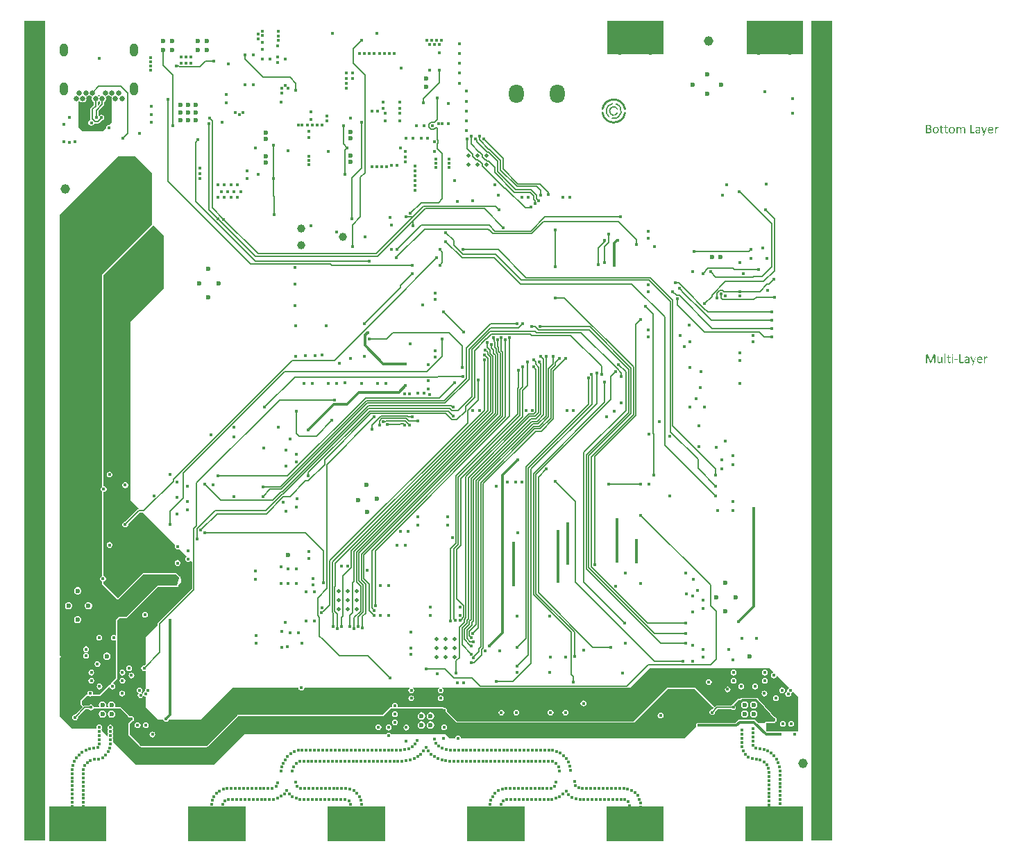
<source format=gbl>
G04*
G04 #@! TF.GenerationSoftware,Altium Limited,Altium Designer,21.2.2 (38)*
G04*
G04 Layer_Physical_Order=4*
G04 Layer_Color=16711680*
%FSLAX44Y44*%
%MOMM*%
G71*
G04*
G04 #@! TF.SameCoordinates,1D3918CC-9385-454E-ACC4-38365C0A3FBC*
G04*
G04*
G04 #@! TF.FilePolarity,Positive*
G04*
G01*
G75*
%ADD10C,0.2000*%
%ADD11C,0.2286*%
%ADD12C,0.2032*%
%ADD13C,0.1778*%
G04:AMPARAMS|DCode=38|XSize=1.25mm|YSize=4.1mm|CornerRadius=0.25mm|HoleSize=0mm|Usage=FLASHONLY|Rotation=0.000|XOffset=0mm|YOffset=0mm|HoleType=Round|Shape=RoundedRectangle|*
%AMROUNDEDRECTD38*
21,1,1.2500,3.6000,0,0,0.0*
21,1,0.7500,4.1000,0,0,0.0*
1,1,0.5000,0.3750,-1.8000*
1,1,0.5000,-0.3750,-1.8000*
1,1,0.5000,-0.3750,1.8000*
1,1,0.5000,0.3750,1.8000*
%
%ADD38ROUNDEDRECTD38*%
%ADD79C,0.3000*%
%ADD80C,0.1500*%
%ADD81C,0.3100*%
%ADD83C,0.5000*%
%ADD87R,2.5000X100.0000*%
%ADD88C,1.1520*%
%ADD89O,1.0000X1.6000*%
%ADD90C,0.6500*%
%ADD91O,1.8000X2.3000*%
%ADD92C,0.4000*%
%ADD93C,0.6000*%
%ADD94C,0.5000*%
%ADD95C,1.0000*%
G36*
X950000Y959000D02*
X881000D01*
Y1000000D01*
X950000D01*
Y959000D01*
D02*
G37*
G36*
X780000Y959000D02*
X711000D01*
Y1000000D01*
X780000D01*
Y959000D01*
D02*
G37*
G36*
X91000Y907917D02*
X89918Y909000D01*
X92083D01*
X91000Y907917D01*
D02*
G37*
G36*
X92309Y901173D02*
X92451Y901114D01*
Y899056D01*
X89549Y896154D01*
Y901114D01*
X89691Y901173D01*
X91000Y902482D01*
X92309Y901173D01*
D02*
G37*
G36*
X104309Y908173D02*
X106055Y907450D01*
X106791D01*
X106250Y906145D01*
Y904255D01*
X106973Y902509D01*
X107000Y902482D01*
Y876000D01*
X104164Y873164D01*
X103939Y873257D01*
X102547D01*
X101260Y872725D01*
X100276Y871740D01*
X99743Y870454D01*
Y869061D01*
X99836Y868836D01*
X96000Y865000D01*
X71000D01*
X66000Y870000D01*
Y901482D01*
X67000Y902482D01*
X68309Y901173D01*
X70055Y900450D01*
X71945D01*
X73691Y901173D01*
X75027Y902509D01*
X75750Y904255D01*
Y906145D01*
X75209Y907450D01*
X75945D01*
X77691Y908173D01*
X78518Y909000D01*
X79482D01*
X80309Y908173D01*
X82055Y907450D01*
X82791D01*
X82250Y906145D01*
Y904255D01*
X82973Y902509D01*
X84309Y901173D01*
X84451Y901114D01*
Y897056D01*
X81198Y893802D01*
X80645Y892975D01*
X80451Y892000D01*
Y880636D01*
X80645Y879660D01*
X80996Y879136D01*
X80940D01*
X79654Y878603D01*
X78669Y877619D01*
X78136Y876332D01*
Y874940D01*
X78669Y873653D01*
X79654Y872669D01*
X80940Y872136D01*
X82332D01*
X83619Y872669D01*
X84603Y873653D01*
X85136Y874940D01*
Y875161D01*
X85161Y875145D01*
X86136Y874951D01*
X89864D01*
X90840Y875145D01*
X91666Y875698D01*
X94469Y878500D01*
X94696D01*
X95983Y879033D01*
X96967Y880017D01*
X97500Y881304D01*
Y882696D01*
X96967Y883983D01*
X95983Y884967D01*
X94696Y885500D01*
X93304D01*
X92017Y884967D01*
X91033Y883983D01*
X91000Y883903D01*
X90967Y883983D01*
X90549Y884401D01*
Y889944D01*
X96802Y896198D01*
X97355Y897025D01*
X97549Y898000D01*
Y901114D01*
X97691Y901173D01*
X99027Y902509D01*
X99750Y904255D01*
Y906145D01*
X99209Y907450D01*
X99945D01*
X101691Y908173D01*
X102518Y909000D01*
X103483D01*
X104309Y908173D01*
D02*
G37*
G36*
X1187510Y870647D02*
X1187528D01*
X1187583Y870629D01*
X1187676Y870610D01*
X1187769Y870592D01*
X1187787D01*
X1187861Y870573D01*
X1187935Y870555D01*
X1188028Y870518D01*
X1188046D01*
X1188102Y870499D01*
X1188158Y870480D01*
X1188195Y870443D01*
X1188213D01*
X1188232Y870425D01*
X1188269Y870369D01*
X1188287Y870351D01*
Y870277D01*
Y870258D01*
X1188306Y870240D01*
Y870184D01*
Y870110D01*
Y870092D01*
X1188324Y870036D01*
Y869962D01*
Y869832D01*
Y869795D01*
Y869721D01*
Y869629D01*
X1188306Y869536D01*
Y869518D01*
Y869481D01*
X1188269Y869351D01*
Y869332D01*
X1188250Y869314D01*
X1188213Y869240D01*
X1188195Y869221D01*
X1188120Y869203D01*
X1188065D01*
X1187954Y869240D01*
X1187935D01*
X1187898Y869258D01*
X1187824Y869295D01*
X1187750Y869314D01*
X1187732D01*
X1187676Y869332D01*
X1187602Y869369D01*
X1187491Y869388D01*
X1187472D01*
X1187398Y869407D01*
X1187287Y869425D01*
X1187139D01*
X1187047Y869407D01*
X1186935Y869388D01*
X1186787Y869332D01*
X1186750Y869314D01*
X1186676Y869277D01*
X1186547Y869184D01*
X1186380Y869073D01*
X1186343Y869036D01*
X1186250Y868944D01*
X1186102Y868777D01*
X1185936Y868573D01*
X1185917Y868555D01*
X1185899Y868518D01*
X1185843Y868462D01*
X1185787Y868370D01*
X1185713Y868258D01*
X1185639Y868129D01*
X1185436Y867833D01*
Y863092D01*
Y863074D01*
Y863055D01*
X1185399Y862981D01*
X1185380Y862963D01*
X1185287Y862907D01*
X1185269D01*
X1185232Y862889D01*
X1185176D01*
X1185084Y862870D01*
X1185010D01*
X1184899Y862852D01*
X1184547D01*
X1184436Y862870D01*
X1184417D01*
X1184380Y862889D01*
X1184250Y862907D01*
X1184232D01*
X1184213Y862926D01*
X1184139Y862981D01*
Y863018D01*
X1184121Y863092D01*
Y870295D01*
Y870314D01*
Y870332D01*
X1184139Y870406D01*
X1184158Y870425D01*
X1184195Y870462D01*
X1184232Y870480D01*
X1184250D01*
X1184288Y870499D01*
X1184343Y870518D01*
X1184417Y870536D01*
X1184436D01*
X1184491Y870555D01*
X1184899D01*
X1184991Y870536D01*
X1185010D01*
X1185065Y870518D01*
X1185121Y870499D01*
X1185176Y870480D01*
X1185195D01*
X1185213Y870462D01*
X1185250Y870443D01*
X1185269Y870406D01*
X1185287Y870388D01*
X1185306Y870295D01*
Y869240D01*
X1185324Y869258D01*
X1185361Y869314D01*
X1185417Y869388D01*
X1185491Y869499D01*
X1185658Y869721D01*
X1185862Y869943D01*
X1185880Y869962D01*
X1185899Y869999D01*
X1186028Y870110D01*
X1186176Y870240D01*
X1186343Y870369D01*
X1186361D01*
X1186380Y870388D01*
X1186491Y870462D01*
X1186639Y870536D01*
X1186806Y870592D01*
X1186824D01*
X1186843Y870610D01*
X1186954Y870629D01*
X1187102Y870647D01*
X1187269Y870666D01*
X1187417D01*
X1187510Y870647D01*
D02*
G37*
G36*
X1145458Y870647D02*
X1145625Y870629D01*
X1145810Y870610D01*
X1146014Y870555D01*
X1146199Y870499D01*
X1146384Y870406D01*
X1146403Y870388D01*
X1146458Y870369D01*
X1146551Y870314D01*
X1146662Y870240D01*
X1146773Y870147D01*
X1146903Y870036D01*
X1147032Y869906D01*
X1147143Y869758D01*
X1147162Y869740D01*
X1147199Y869684D01*
X1147236Y869592D01*
X1147310Y869481D01*
X1147384Y869351D01*
X1147439Y869184D01*
X1147514Y868999D01*
X1147569Y868795D01*
Y868777D01*
X1147588Y868703D01*
X1147606Y868592D01*
X1147643Y868444D01*
X1147662Y868277D01*
X1147680Y868092D01*
X1147699Y867647D01*
Y863092D01*
Y863074D01*
Y863055D01*
X1147662Y862981D01*
X1147643Y862963D01*
X1147551Y862907D01*
X1147532D01*
X1147495Y862889D01*
X1147439D01*
X1147347Y862870D01*
X1147254D01*
X1147162Y862852D01*
X1146810D01*
X1146699Y862870D01*
X1146680D01*
X1146625Y862889D01*
X1146551D01*
X1146495Y862907D01*
X1146477D01*
X1146458Y862926D01*
X1146384Y862981D01*
Y863018D01*
X1146366Y863092D01*
Y867462D01*
Y867481D01*
Y867536D01*
Y867629D01*
X1146347Y867740D01*
X1146329Y868018D01*
X1146273Y868295D01*
Y868314D01*
X1146255Y868370D01*
X1146236Y868425D01*
X1146217Y868518D01*
X1146125Y868740D01*
X1146014Y868943D01*
Y868962D01*
X1145977Y868999D01*
X1145903Y869110D01*
X1145754Y869240D01*
X1145569Y869369D01*
X1145551D01*
X1145514Y869388D01*
X1145458Y869425D01*
X1145384Y869444D01*
X1145181Y869499D01*
X1144940Y869518D01*
X1144866D01*
X1144773Y869499D01*
X1144643Y869481D01*
X1144514Y869425D01*
X1144347Y869369D01*
X1144181Y869277D01*
X1144014Y869147D01*
X1143996Y869129D01*
X1143940Y869092D01*
X1143847Y868999D01*
X1143718Y868888D01*
X1143570Y868740D01*
X1143403Y868573D01*
X1143218Y868370D01*
X1143014Y868129D01*
Y863092D01*
Y863074D01*
Y863055D01*
X1142977Y862981D01*
X1142959Y862963D01*
X1142866Y862907D01*
X1142847D01*
X1142810Y862889D01*
X1142755D01*
X1142662Y862870D01*
X1142570D01*
X1142477Y862852D01*
X1142144D01*
X1142033Y862870D01*
X1142014D01*
X1141959Y862889D01*
X1141885D01*
X1141829Y862907D01*
X1141811D01*
X1141792Y862926D01*
X1141718Y862981D01*
Y863018D01*
X1141699Y863092D01*
Y867462D01*
Y867481D01*
Y867536D01*
Y867629D01*
X1141681Y867740D01*
X1141662Y868018D01*
X1141607Y868295D01*
Y868314D01*
X1141588Y868370D01*
X1141570Y868425D01*
X1141533Y868518D01*
X1141459Y868740D01*
X1141329Y868943D01*
Y868962D01*
X1141292Y868999D01*
X1141218Y869110D01*
X1141070Y869240D01*
X1140885Y869369D01*
X1140866D01*
X1140848Y869388D01*
X1140792Y869425D01*
X1140718Y869444D01*
X1140514Y869499D01*
X1140255Y869518D01*
X1140181D01*
X1140088Y869499D01*
X1139959Y869481D01*
X1139829Y869425D01*
X1139663Y869369D01*
X1139496Y869277D01*
X1139329Y869147D01*
X1139311Y869129D01*
X1139255Y869092D01*
X1139163Y868999D01*
X1139033Y868888D01*
X1138885Y868740D01*
X1138718Y868573D01*
X1138533Y868370D01*
X1138329Y868129D01*
Y863092D01*
Y863074D01*
Y863055D01*
X1138292Y862981D01*
X1138274Y862963D01*
X1138181Y862907D01*
X1138163D01*
X1138126Y862889D01*
X1138070D01*
X1137978Y862870D01*
X1137904D01*
X1137792Y862852D01*
X1137441D01*
X1137329Y862870D01*
X1137311D01*
X1137274Y862889D01*
X1137144Y862907D01*
X1137126D01*
X1137107Y862926D01*
X1137033Y862981D01*
Y863018D01*
X1137015Y863092D01*
Y870295D01*
Y870314D01*
Y870332D01*
X1137033Y870406D01*
X1137052Y870425D01*
X1137089Y870462D01*
X1137126Y870480D01*
X1137144D01*
X1137181Y870499D01*
X1137237Y870517D01*
X1137311Y870536D01*
X1137329D01*
X1137385Y870555D01*
X1137792D01*
X1137885Y870536D01*
X1137904D01*
X1137959Y870517D01*
X1138015Y870499D01*
X1138070Y870480D01*
X1138089D01*
X1138107Y870462D01*
X1138144Y870443D01*
X1138163Y870406D01*
X1138181Y870388D01*
X1138200Y870295D01*
Y869351D01*
X1138218Y869388D01*
X1138311Y869462D01*
X1138422Y869573D01*
X1138570Y869721D01*
X1138737Y869888D01*
X1138940Y870054D01*
X1139144Y870203D01*
X1139366Y870332D01*
X1139385Y870351D01*
X1139459Y870388D01*
X1139588Y870443D01*
X1139737Y870499D01*
X1139903Y870555D01*
X1140107Y870610D01*
X1140311Y870647D01*
X1140533Y870666D01*
X1140699D01*
X1140792Y870647D01*
X1141051Y870629D01*
X1141329Y870555D01*
X1141348D01*
X1141385Y870536D01*
X1141459Y870517D01*
X1141551Y870480D01*
X1141755Y870388D01*
X1141959Y870258D01*
X1141977D01*
X1142014Y870221D01*
X1142125Y870129D01*
X1142273Y869999D01*
X1142421Y869814D01*
X1142440Y869795D01*
X1142459Y869777D01*
X1142496Y869721D01*
X1142533Y869647D01*
X1142644Y869462D01*
X1142755Y869240D01*
X1142773Y869258D01*
X1142810Y869314D01*
X1142885Y869369D01*
X1142977Y869462D01*
X1143181Y869684D01*
X1143421Y869888D01*
X1143440Y869906D01*
X1143477Y869943D01*
X1143551Y869980D01*
X1143625Y870054D01*
X1143829Y870184D01*
X1144051Y870332D01*
X1144070D01*
X1144107Y870369D01*
X1144162Y870388D01*
X1144236Y870425D01*
X1144440Y870499D01*
X1144643Y870573D01*
X1144662D01*
X1144699Y870592D01*
X1144755Y870610D01*
X1144829Y870629D01*
X1144995Y870647D01*
X1145218Y870666D01*
X1145329D01*
X1145458Y870647D01*
D02*
G37*
G36*
X1174066Y870536D02*
X1174177Y870518D01*
X1174196D01*
X1174252Y870499D01*
X1174326Y870480D01*
X1174381Y870443D01*
X1174400Y870425D01*
X1174418Y870406D01*
X1174437Y870351D01*
X1174455Y870295D01*
Y870277D01*
Y870240D01*
X1174437Y870147D01*
X1174400Y870054D01*
X1171826Y862907D01*
X1170863Y860278D01*
X1170844Y860259D01*
X1170807Y860204D01*
X1170733Y860130D01*
X1170604Y860074D01*
X1170567Y860056D01*
X1170456Y860037D01*
X1170382Y860018D01*
X1170289D01*
X1170159Y860000D01*
X1169900D01*
X1169789Y860018D01*
X1169678Y860037D01*
X1169660D01*
X1169622Y860056D01*
X1169493Y860111D01*
X1169474D01*
X1169456Y860148D01*
X1169419Y860167D01*
X1169400Y860222D01*
Y860241D01*
Y860278D01*
X1169419Y860333D01*
X1169456Y860407D01*
X1170437Y862907D01*
X1170400Y862926D01*
X1170363Y862963D01*
X1170307Y863000D01*
Y863018D01*
X1170270Y863055D01*
X1170215Y863148D01*
X1167660Y870036D01*
X1167641Y870073D01*
X1167623Y870129D01*
X1167604Y870221D01*
X1167586Y870295D01*
Y870314D01*
Y870351D01*
X1167604Y870406D01*
X1167641Y870443D01*
X1167660Y870462D01*
X1167697Y870480D01*
X1167771Y870499D01*
X1167863Y870517D01*
X1167882D01*
X1167974Y870536D01*
X1168085Y870555D01*
X1168511D01*
X1168623Y870536D01*
X1168641D01*
X1168697Y870517D01*
X1168771Y870499D01*
X1168826Y870480D01*
X1168845D01*
X1168882Y870462D01*
X1168919Y870443D01*
X1168956Y870388D01*
Y870369D01*
X1168974Y870351D01*
X1169030Y870240D01*
X1171085Y864463D01*
X1171104D01*
X1173103Y870258D01*
Y870277D01*
X1173122Y870351D01*
X1173159Y870406D01*
X1173196Y870462D01*
X1173215D01*
X1173252Y870480D01*
X1173307Y870499D01*
X1173400Y870518D01*
X1173437D01*
X1173511Y870536D01*
X1173641Y870555D01*
X1173937D01*
X1174066Y870536D01*
D02*
G37*
G36*
X1154846Y873295D02*
X1154957Y873276D01*
X1154976D01*
X1155031Y873258D01*
X1155105Y873239D01*
X1155161Y873221D01*
X1155180D01*
X1155217Y873202D01*
X1155254Y873184D01*
X1155291Y873147D01*
X1155309Y873128D01*
X1155328Y873054D01*
Y864092D01*
X1159068D01*
X1159161Y864055D01*
X1159179D01*
X1159198Y864037D01*
X1159253Y863944D01*
Y863925D01*
X1159272Y863888D01*
X1159290Y863833D01*
X1159309Y863759D01*
Y863740D01*
X1159327Y863685D01*
Y863611D01*
Y863500D01*
Y863481D01*
Y863407D01*
Y863315D01*
X1159309Y863222D01*
Y863203D01*
X1159290Y863166D01*
X1159253Y863037D01*
Y863018D01*
X1159235Y863000D01*
X1159161Y862926D01*
X1159124D01*
X1159031Y862907D01*
X1154420D01*
X1154346Y862926D01*
X1154235Y862963D01*
X1154106Y863018D01*
X1154087Y863037D01*
X1154031Y863129D01*
X1153976Y863259D01*
X1153957Y863463D01*
Y873054D01*
Y873073D01*
Y873091D01*
X1153976Y873147D01*
Y873165D01*
X1154013Y873184D01*
X1154087Y873221D01*
X1154106D01*
X1154143Y873239D01*
X1154217Y873258D01*
X1154309Y873276D01*
X1154328D01*
X1154402Y873295D01*
X1154513Y873313D01*
X1154754D01*
X1154846Y873295D01*
D02*
G37*
G36*
X1103407Y873239D02*
X1103648Y873221D01*
X1103907Y873184D01*
X1104148Y873128D01*
X1104388Y873073D01*
X1104407D01*
X1104481Y873036D01*
X1104592Y872999D01*
X1104740Y872943D01*
X1105055Y872776D01*
X1105222Y872665D01*
X1105370Y872554D01*
X1105388Y872536D01*
X1105444Y872499D01*
X1105518Y872425D01*
X1105592Y872332D01*
X1105703Y872202D01*
X1105796Y872054D01*
X1105888Y871906D01*
X1105981Y871721D01*
X1105999Y871702D01*
X1106018Y871628D01*
X1106055Y871536D01*
X1106092Y871406D01*
X1106129Y871240D01*
X1106148Y871054D01*
X1106185Y870851D01*
Y870629D01*
Y870610D01*
Y870573D01*
Y870499D01*
X1106166Y870406D01*
X1106148Y870184D01*
X1106092Y869925D01*
Y869906D01*
X1106074Y869869D01*
X1106055Y869795D01*
X1106018Y869721D01*
X1105944Y869518D01*
X1105814Y869295D01*
Y869277D01*
X1105777Y869258D01*
X1105703Y869129D01*
X1105574Y868962D01*
X1105388Y868795D01*
X1105370D01*
X1105351Y868758D01*
X1105296Y868721D01*
X1105222Y868666D01*
X1105036Y868555D01*
X1104796Y868425D01*
X1104814D01*
X1104870Y868407D01*
X1104944Y868388D01*
X1105055Y868370D01*
X1105314Y868277D01*
X1105592Y868129D01*
X1105611D01*
X1105648Y868092D01*
X1105722Y868055D01*
X1105814Y867981D01*
X1106018Y867814D01*
X1106222Y867592D01*
X1106240Y867573D01*
X1106277Y867536D01*
X1106314Y867462D01*
X1106388Y867370D01*
X1106444Y867259D01*
X1106518Y867129D01*
X1106666Y866814D01*
Y866796D01*
X1106684Y866740D01*
X1106721Y866647D01*
X1106759Y866536D01*
X1106777Y866388D01*
X1106814Y866240D01*
X1106833Y865870D01*
Y865851D01*
Y865777D01*
Y865685D01*
X1106814Y865574D01*
X1106796Y865425D01*
X1106777Y865277D01*
X1106703Y864962D01*
Y864944D01*
X1106684Y864888D01*
X1106647Y864814D01*
X1106610Y864722D01*
X1106499Y864481D01*
X1106351Y864222D01*
X1106333Y864203D01*
X1106314Y864166D01*
X1106259Y864111D01*
X1106203Y864018D01*
X1106036Y863833D01*
X1105814Y863648D01*
X1105796Y863629D01*
X1105759Y863611D01*
X1105685Y863555D01*
X1105611Y863500D01*
X1105499Y863444D01*
X1105370Y863370D01*
X1105092Y863240D01*
X1105074D01*
X1105018Y863222D01*
X1104944Y863185D01*
X1104833Y863148D01*
X1104722Y863111D01*
X1104574Y863055D01*
X1104240Y862981D01*
X1104222D01*
X1104166Y862963D01*
X1104074D01*
X1103944Y862944D01*
X1103796Y862926D01*
X1103611D01*
X1103426Y862907D01*
X1100463D01*
X1100389Y862926D01*
X1100278Y862963D01*
X1100148Y863018D01*
X1100130Y863037D01*
X1100074Y863129D01*
X1100018Y863259D01*
X1100000Y863463D01*
Y872684D01*
Y872702D01*
Y872739D01*
X1100018Y872850D01*
X1100056Y872999D01*
X1100148Y873128D01*
X1100185Y873147D01*
X1100259Y873202D01*
X1100370Y873239D01*
X1100500Y873258D01*
X1103203D01*
X1103407Y873239D01*
D02*
G37*
G36*
X1163734Y870647D02*
X1163938Y870629D01*
X1164160Y870592D01*
X1164382Y870536D01*
X1164586Y870480D01*
X1164604D01*
X1164678Y870443D01*
X1164771Y870406D01*
X1164901Y870351D01*
X1165197Y870184D01*
X1165345Y870073D01*
X1165475Y869962D01*
X1165493Y869943D01*
X1165530Y869906D01*
X1165586Y869832D01*
X1165660Y869740D01*
X1165734Y869610D01*
X1165826Y869462D01*
X1165901Y869295D01*
X1165956Y869110D01*
Y869092D01*
X1165975Y869018D01*
X1166012Y868925D01*
X1166049Y868777D01*
X1166067Y868610D01*
X1166104Y868407D01*
X1166123Y868184D01*
Y867944D01*
Y863074D01*
Y863055D01*
Y863018D01*
X1166086Y862981D01*
X1166049Y862944D01*
X1166030D01*
X1166012Y862926D01*
X1165956Y862907D01*
X1165864Y862889D01*
X1165845D01*
X1165789Y862870D01*
X1165678Y862852D01*
X1165438D01*
X1165327Y862870D01*
X1165216Y862889D01*
X1165197D01*
X1165141Y862907D01*
X1165086Y862926D01*
X1165030Y862944D01*
X1165012Y862981D01*
X1164993Y863018D01*
X1164975Y863074D01*
Y863796D01*
X1164956Y863777D01*
X1164901Y863722D01*
X1164790Y863629D01*
X1164678Y863518D01*
X1164512Y863389D01*
X1164327Y863259D01*
X1164141Y863129D01*
X1163919Y863018D01*
X1163901Y863000D01*
X1163827Y862981D01*
X1163697Y862944D01*
X1163549Y862889D01*
X1163364Y862833D01*
X1163160Y862796D01*
X1162938Y862777D01*
X1162697Y862759D01*
X1162494D01*
X1162345Y862777D01*
X1162197Y862796D01*
X1162012Y862814D01*
X1161660Y862907D01*
X1161642D01*
X1161586Y862926D01*
X1161494Y862963D01*
X1161401Y863000D01*
X1161142Y863129D01*
X1160883Y863315D01*
X1160864Y863333D01*
X1160827Y863370D01*
X1160771Y863426D01*
X1160697Y863518D01*
X1160623Y863611D01*
X1160531Y863740D01*
X1160383Y864018D01*
Y864037D01*
X1160364Y864092D01*
X1160327Y864166D01*
X1160309Y864296D01*
X1160272Y864426D01*
X1160235Y864574D01*
X1160216Y864944D01*
Y864962D01*
Y865036D01*
X1160235Y865148D01*
X1160253Y865296D01*
X1160272Y865462D01*
X1160327Y865629D01*
X1160383Y865814D01*
X1160457Y865981D01*
X1160475Y865999D01*
X1160494Y866055D01*
X1160549Y866148D01*
X1160642Y866259D01*
X1160734Y866370D01*
X1160864Y866499D01*
X1160994Y866629D01*
X1161160Y866740D01*
X1161179Y866759D01*
X1161253Y866796D01*
X1161346Y866851D01*
X1161475Y866907D01*
X1161642Y866981D01*
X1161827Y867055D01*
X1162049Y867129D01*
X1162290Y867184D01*
X1162327D01*
X1162420Y867203D01*
X1162549Y867240D01*
X1162734Y867259D01*
X1162956Y867296D01*
X1163216Y867314D01*
X1163512Y867333D01*
X1164808D01*
Y867888D01*
Y867907D01*
Y867962D01*
Y868036D01*
X1164790Y868129D01*
X1164771Y868370D01*
X1164715Y868610D01*
Y868629D01*
X1164697Y868666D01*
X1164678Y868721D01*
X1164641Y868795D01*
X1164549Y868981D01*
X1164419Y869147D01*
Y869166D01*
X1164382Y869184D01*
X1164290Y869277D01*
X1164123Y869388D01*
X1163919Y869481D01*
X1163901D01*
X1163864Y869499D01*
X1163790Y869518D01*
X1163716Y869536D01*
X1163605Y869555D01*
X1163475Y869573D01*
X1163160Y869592D01*
X1162975D01*
X1162864Y869573D01*
X1162568Y869536D01*
X1162271Y869462D01*
X1162253D01*
X1162216Y869444D01*
X1162142Y869425D01*
X1162049Y869388D01*
X1161827Y869314D01*
X1161605Y869203D01*
X1161586D01*
X1161549Y869184D01*
X1161494Y869166D01*
X1161438Y869129D01*
X1161271Y869055D01*
X1161105Y868962D01*
X1161068Y868943D01*
X1160994Y868906D01*
X1160901Y868869D01*
X1160827Y868851D01*
X1160790D01*
X1160697Y868869D01*
X1160679Y868888D01*
X1160623Y868962D01*
Y868981D01*
X1160605Y869018D01*
X1160568Y869129D01*
Y869147D01*
Y869203D01*
Y869277D01*
Y869351D01*
Y869369D01*
Y869388D01*
Y869462D01*
Y869573D01*
X1160586Y869666D01*
Y869684D01*
X1160623Y869740D01*
X1160660Y869814D01*
X1160716Y869888D01*
X1160734Y869906D01*
X1160808Y869962D01*
X1160920Y870036D01*
X1161086Y870129D01*
X1161105D01*
X1161142Y870147D01*
X1161197Y870184D01*
X1161271Y870221D01*
X1161457Y870295D01*
X1161697Y870388D01*
X1161716D01*
X1161753Y870406D01*
X1161827Y870425D01*
X1161919Y870462D01*
X1162031Y870480D01*
X1162160Y870517D01*
X1162457Y870573D01*
X1162475D01*
X1162531Y870592D01*
X1162605Y870610D01*
X1162716Y870629D01*
X1162827D01*
X1162975Y870647D01*
X1163271Y870666D01*
X1163549D01*
X1163734Y870647D01*
D02*
G37*
G36*
X1124164Y872462D02*
X1124183D01*
X1124238Y872443D01*
X1124312Y872425D01*
X1124368Y872406D01*
X1124386D01*
X1124405Y872388D01*
X1124479Y872314D01*
X1124498Y872295D01*
X1124516Y872221D01*
Y870517D01*
X1126386D01*
X1126460Y870480D01*
X1126479D01*
X1126497Y870462D01*
X1126553Y870369D01*
Y870351D01*
X1126571Y870332D01*
X1126590Y870277D01*
X1126608Y870203D01*
Y870184D01*
X1126627Y870147D01*
Y870054D01*
Y869962D01*
Y869943D01*
Y869906D01*
Y869795D01*
X1126590Y869666D01*
X1126553Y869536D01*
X1126534Y869518D01*
X1126497Y869481D01*
X1126442Y869444D01*
X1126349Y869425D01*
X1124516D01*
Y865407D01*
Y865370D01*
Y865277D01*
X1124535Y865148D01*
Y864981D01*
X1124609Y864611D01*
X1124646Y864444D01*
X1124720Y864277D01*
X1124738Y864259D01*
X1124757Y864222D01*
X1124812Y864166D01*
X1124905Y864092D01*
X1125016Y864018D01*
X1125146Y863963D01*
X1125312Y863925D01*
X1125516Y863907D01*
X1125720D01*
X1125831Y863925D01*
X1125849D01*
X1125923Y863944D01*
X1125997Y863981D01*
X1126090Y864000D01*
X1126108Y864018D01*
X1126164Y864037D01*
X1126275Y864092D01*
X1126294D01*
X1126331Y864111D01*
X1126442Y864129D01*
X1126460D01*
X1126516Y864092D01*
X1126534Y864074D01*
X1126571Y864018D01*
Y864000D01*
X1126590Y863981D01*
X1126608Y863870D01*
Y863851D01*
X1126627Y863814D01*
Y863722D01*
Y863629D01*
Y863592D01*
Y863500D01*
X1126608Y863389D01*
X1126590Y863259D01*
Y863240D01*
X1126571Y863185D01*
X1126534Y863111D01*
X1126479Y863055D01*
X1126460D01*
X1126442Y863018D01*
X1126386Y862981D01*
X1126294Y862944D01*
X1126275D01*
X1126201Y862926D01*
X1126108Y862907D01*
X1125997Y862870D01*
X1125979D01*
X1125905Y862852D01*
X1125794Y862833D01*
X1125664Y862814D01*
X1125627D01*
X1125553Y862796D01*
X1125423Y862777D01*
X1125090D01*
X1124960Y862796D01*
X1124812Y862814D01*
X1124646Y862833D01*
X1124331Y862907D01*
X1124312D01*
X1124275Y862944D01*
X1124201Y862963D01*
X1124109Y863018D01*
X1123886Y863166D01*
X1123683Y863352D01*
X1123664Y863370D01*
X1123646Y863407D01*
X1123590Y863481D01*
X1123535Y863574D01*
X1123479Y863685D01*
X1123423Y863814D01*
X1123312Y864129D01*
Y864148D01*
X1123294Y864203D01*
X1123275Y864314D01*
X1123257Y864444D01*
X1123238Y864592D01*
X1123220Y864777D01*
X1123201Y864981D01*
Y865203D01*
Y869425D01*
X1122164D01*
X1122109Y869444D01*
X1122035Y869481D01*
X1121979Y869536D01*
Y869555D01*
X1121961Y869647D01*
X1121942Y869777D01*
X1121924Y869962D01*
Y869980D01*
Y870054D01*
Y870129D01*
X1121942Y870203D01*
Y870221D01*
X1121961Y870258D01*
Y870314D01*
X1121979Y870369D01*
Y870388D01*
X1121998Y870406D01*
X1122072Y870480D01*
X1122090D01*
X1122109Y870499D01*
X1122183Y870517D01*
X1123201D01*
Y872221D01*
Y872240D01*
Y872258D01*
X1123220Y872314D01*
Y872332D01*
X1123257Y872351D01*
X1123331Y872406D01*
X1123349D01*
X1123387Y872425D01*
X1123442Y872443D01*
X1123516Y872462D01*
X1123535D01*
X1123609Y872480D01*
X1124072D01*
X1124164Y872462D01*
D02*
G37*
G36*
X1118683D02*
X1118702D01*
X1118757Y872443D01*
X1118831Y872425D01*
X1118887Y872406D01*
X1118905D01*
X1118924Y872388D01*
X1118998Y872314D01*
X1119017Y872295D01*
X1119035Y872221D01*
Y870517D01*
X1120905D01*
X1120979Y870480D01*
X1120998D01*
X1121016Y870462D01*
X1121072Y870369D01*
Y870351D01*
X1121090Y870332D01*
X1121109Y870277D01*
X1121127Y870203D01*
Y870184D01*
X1121146Y870147D01*
Y870054D01*
Y869962D01*
Y869943D01*
Y869906D01*
Y869795D01*
X1121109Y869666D01*
X1121072Y869536D01*
X1121053Y869518D01*
X1121016Y869481D01*
X1120961Y869444D01*
X1120868Y869425D01*
X1119035D01*
Y865407D01*
Y865370D01*
Y865277D01*
X1119054Y865148D01*
Y864981D01*
X1119128Y864611D01*
X1119165Y864444D01*
X1119239Y864277D01*
X1119257Y864259D01*
X1119276Y864222D01*
X1119331Y864166D01*
X1119424Y864092D01*
X1119535Y864018D01*
X1119665Y863963D01*
X1119831Y863925D01*
X1120035Y863907D01*
X1120239D01*
X1120350Y863925D01*
X1120368D01*
X1120442Y863944D01*
X1120516Y863981D01*
X1120609Y864000D01*
X1120628Y864018D01*
X1120683Y864037D01*
X1120794Y864092D01*
X1120813D01*
X1120850Y864111D01*
X1120961Y864129D01*
X1120979D01*
X1121035Y864092D01*
X1121053Y864074D01*
X1121090Y864018D01*
Y864000D01*
X1121109Y863981D01*
X1121127Y863870D01*
Y863851D01*
X1121146Y863814D01*
Y863722D01*
Y863629D01*
Y863592D01*
Y863500D01*
X1121127Y863389D01*
X1121109Y863259D01*
Y863240D01*
X1121090Y863185D01*
X1121053Y863111D01*
X1120998Y863055D01*
X1120979D01*
X1120961Y863018D01*
X1120905Y862981D01*
X1120813Y862944D01*
X1120794D01*
X1120720Y862926D01*
X1120628Y862907D01*
X1120516Y862870D01*
X1120498D01*
X1120424Y862852D01*
X1120313Y862833D01*
X1120183Y862814D01*
X1120146D01*
X1120072Y862796D01*
X1119942Y862777D01*
X1119609D01*
X1119480Y862796D01*
X1119331Y862814D01*
X1119165Y862833D01*
X1118850Y862907D01*
X1118831D01*
X1118794Y862944D01*
X1118720Y862963D01*
X1118628Y863018D01*
X1118406Y863166D01*
X1118202Y863352D01*
X1118183Y863370D01*
X1118165Y863407D01*
X1118109Y863481D01*
X1118054Y863574D01*
X1117998Y863685D01*
X1117943Y863814D01*
X1117831Y864129D01*
Y864148D01*
X1117813Y864203D01*
X1117794Y864314D01*
X1117776Y864444D01*
X1117757Y864592D01*
X1117739Y864777D01*
X1117720Y864981D01*
Y865203D01*
Y869425D01*
X1116684D01*
X1116628Y869444D01*
X1116554Y869481D01*
X1116498Y869536D01*
Y869555D01*
X1116480Y869647D01*
X1116461Y869777D01*
X1116443Y869962D01*
Y869980D01*
Y870054D01*
Y870129D01*
X1116461Y870203D01*
Y870221D01*
X1116480Y870258D01*
Y870314D01*
X1116498Y870369D01*
Y870388D01*
X1116517Y870406D01*
X1116591Y870480D01*
X1116609D01*
X1116628Y870499D01*
X1116702Y870517D01*
X1117720D01*
Y872221D01*
Y872240D01*
Y872258D01*
X1117739Y872314D01*
Y872332D01*
X1117776Y872351D01*
X1117850Y872406D01*
X1117868D01*
X1117906Y872425D01*
X1117961Y872443D01*
X1118035Y872462D01*
X1118054D01*
X1118128Y872480D01*
X1118591D01*
X1118683Y872462D01*
D02*
G37*
G36*
X1179232Y870647D02*
X1179436Y870629D01*
X1179658Y870592D01*
X1179899Y870555D01*
X1180140Y870480D01*
X1180381Y870388D01*
X1180399Y870369D01*
X1180492Y870332D01*
X1180603Y870277D01*
X1180732Y870184D01*
X1180881Y870092D01*
X1181047Y869962D01*
X1181214Y869814D01*
X1181362Y869647D01*
X1181380Y869629D01*
X1181417Y869573D01*
X1181492Y869462D01*
X1181584Y869332D01*
X1181677Y869184D01*
X1181769Y868999D01*
X1181862Y868795D01*
X1181936Y868573D01*
Y868555D01*
X1181973Y868462D01*
X1181992Y868351D01*
X1182029Y868184D01*
X1182066Y867981D01*
X1182084Y867758D01*
X1182121Y867518D01*
Y867259D01*
Y867018D01*
Y866999D01*
Y866962D01*
X1182103Y866851D01*
X1182047Y866703D01*
X1181954Y866573D01*
X1181936Y866555D01*
X1181862Y866518D01*
X1181751Y866462D01*
X1181603Y866444D01*
X1176862D01*
Y866425D01*
Y866333D01*
Y866222D01*
X1176881Y866074D01*
Y865907D01*
X1176918Y865722D01*
X1176973Y865351D01*
Y865333D01*
X1176992Y865277D01*
X1177029Y865185D01*
X1177066Y865074D01*
X1177196Y864796D01*
X1177381Y864518D01*
X1177399Y864500D01*
X1177436Y864463D01*
X1177492Y864407D01*
X1177585Y864333D01*
X1177677Y864240D01*
X1177807Y864166D01*
X1178103Y864000D01*
X1178121D01*
X1178177Y863981D01*
X1178288Y863944D01*
X1178418Y863926D01*
X1178585Y863888D01*
X1178770Y863851D01*
X1178973Y863833D01*
X1179399D01*
X1179529Y863851D01*
X1179825Y863870D01*
X1180121Y863907D01*
X1180140D01*
X1180195Y863926D01*
X1180269Y863944D01*
X1180362Y863963D01*
X1180584Y864018D01*
X1180825Y864092D01*
X1180844D01*
X1180881Y864111D01*
X1180992Y864166D01*
X1181158Y864222D01*
X1181306Y864277D01*
X1181325D01*
X1181343Y864296D01*
X1181417Y864333D01*
X1181510Y864351D01*
X1181603Y864370D01*
X1181640D01*
X1181695Y864333D01*
X1181714D01*
X1181732Y864314D01*
X1181769Y864240D01*
Y864222D01*
X1181788Y864203D01*
X1181806Y864092D01*
Y864074D01*
X1181825Y864037D01*
Y863944D01*
Y863851D01*
Y863833D01*
Y863796D01*
X1181806Y863666D01*
Y863648D01*
Y863629D01*
X1181788Y863518D01*
X1181769Y863481D01*
X1181732Y863407D01*
X1181714Y863389D01*
X1181677Y863333D01*
X1181640Y863296D01*
X1181547Y863259D01*
X1181417Y863185D01*
X1181399D01*
X1181380Y863166D01*
X1181325Y863148D01*
X1181269Y863129D01*
X1181084Y863074D01*
X1180844Y863000D01*
X1180825D01*
X1180788Y862981D01*
X1180714Y862963D01*
X1180621Y862944D01*
X1180510Y862926D01*
X1180362Y862889D01*
X1180047Y862833D01*
X1180029D01*
X1179973Y862815D01*
X1179881D01*
X1179770Y862796D01*
X1179621Y862777D01*
X1179455D01*
X1179084Y862759D01*
X1178936D01*
X1178770Y862777D01*
X1178566Y862796D01*
X1178307Y862815D01*
X1178047Y862870D01*
X1177788Y862926D01*
X1177529Y863000D01*
X1177492Y863018D01*
X1177418Y863037D01*
X1177288Y863111D01*
X1177140Y863185D01*
X1176955Y863278D01*
X1176770Y863407D01*
X1176585Y863555D01*
X1176400Y863722D01*
X1176381Y863740D01*
X1176325Y863814D01*
X1176251Y863926D01*
X1176140Y864055D01*
X1176029Y864240D01*
X1175918Y864444D01*
X1175807Y864685D01*
X1175714Y864944D01*
Y864981D01*
X1175677Y865074D01*
X1175640Y865222D01*
X1175603Y865444D01*
X1175566Y865685D01*
X1175529Y865981D01*
X1175511Y866314D01*
X1175492Y866666D01*
Y866684D01*
Y866703D01*
Y866814D01*
X1175511Y866999D01*
X1175529Y867222D01*
X1175548Y867481D01*
X1175585Y867758D01*
X1175640Y868055D01*
X1175714Y868333D01*
X1175733Y868370D01*
X1175751Y868462D01*
X1175807Y868592D01*
X1175900Y868777D01*
X1175992Y868962D01*
X1176103Y869184D01*
X1176251Y869388D01*
X1176400Y869592D01*
X1176418Y869610D01*
X1176474Y869684D01*
X1176585Y869777D01*
X1176714Y869888D01*
X1176862Y870017D01*
X1177048Y870147D01*
X1177270Y870277D01*
X1177492Y870388D01*
X1177529Y870406D01*
X1177603Y870425D01*
X1177733Y870480D01*
X1177918Y870536D01*
X1178121Y870573D01*
X1178381Y870629D01*
X1178640Y870647D01*
X1178936Y870666D01*
X1179084D01*
X1179232Y870647D01*
D02*
G37*
G36*
X1131849Y870647D02*
X1132052Y870629D01*
X1132293Y870592D01*
X1132552Y870555D01*
X1132811Y870480D01*
X1133071Y870388D01*
X1133108Y870369D01*
X1133182Y870332D01*
X1133311Y870277D01*
X1133459Y870203D01*
X1133645Y870092D01*
X1133830Y869962D01*
X1134015Y869814D01*
X1134182Y869629D01*
X1134200Y869610D01*
X1134256Y869536D01*
X1134330Y869425D01*
X1134441Y869295D01*
X1134533Y869110D01*
X1134645Y868906D01*
X1134756Y868666D01*
X1134848Y868407D01*
X1134867Y868370D01*
X1134885Y868277D01*
X1134922Y868129D01*
X1134959Y867925D01*
X1134996Y867684D01*
X1135033Y867407D01*
X1135070Y867110D01*
Y866777D01*
Y866759D01*
Y866740D01*
Y866629D01*
X1135052Y866462D01*
X1135033Y866259D01*
X1135015Y865999D01*
X1134978Y865740D01*
X1134904Y865444D01*
X1134830Y865166D01*
X1134811Y865129D01*
X1134793Y865036D01*
X1134737Y864907D01*
X1134645Y864722D01*
X1134552Y864537D01*
X1134441Y864314D01*
X1134293Y864092D01*
X1134126Y863888D01*
X1134108Y863870D01*
X1134052Y863796D01*
X1133941Y863703D01*
X1133811Y863592D01*
X1133645Y863444D01*
X1133459Y863315D01*
X1133237Y863185D01*
X1132978Y863055D01*
X1132941Y863037D01*
X1132849Y863018D01*
X1132719Y862963D01*
X1132515Y862907D01*
X1132293Y862852D01*
X1132015Y862814D01*
X1131719Y862777D01*
X1131386Y862759D01*
X1131237D01*
X1131071Y862777D01*
X1130867Y862796D01*
X1130608Y862814D01*
X1130349Y862870D01*
X1130089Y862926D01*
X1129830Y863018D01*
X1129793Y863037D01*
X1129719Y863074D01*
X1129589Y863129D01*
X1129441Y863203D01*
X1129275Y863315D01*
X1129090Y863444D01*
X1128904Y863611D01*
X1128719Y863777D01*
X1128701Y863796D01*
X1128645Y863870D01*
X1128571Y863981D01*
X1128478Y864111D01*
X1128367Y864296D01*
X1128275Y864500D01*
X1128164Y864740D01*
X1128071Y864999D01*
Y865036D01*
X1128034Y865129D01*
X1128016Y865277D01*
X1127979Y865481D01*
X1127942Y865722D01*
X1127905Y865999D01*
X1127886Y866296D01*
X1127868Y866629D01*
Y866647D01*
Y866666D01*
Y866777D01*
X1127886Y866944D01*
X1127905Y867166D01*
X1127923Y867425D01*
X1127960Y867684D01*
X1128016Y867981D01*
X1128090Y868258D01*
X1128108Y868295D01*
X1128127Y868388D01*
X1128182Y868518D01*
X1128256Y868703D01*
X1128349Y868888D01*
X1128478Y869110D01*
X1128608Y869332D01*
X1128775Y869536D01*
X1128793Y869555D01*
X1128867Y869629D01*
X1128960Y869721D01*
X1129090Y869851D01*
X1129256Y869980D01*
X1129460Y870110D01*
X1129682Y870258D01*
X1129923Y870369D01*
X1129960Y870388D01*
X1130052Y870425D01*
X1130182Y870462D01*
X1130386Y870517D01*
X1130627Y870573D01*
X1130886Y870629D01*
X1131200Y870647D01*
X1131534Y870666D01*
X1131682D01*
X1131849Y870647D01*
D02*
G37*
G36*
X1112240D02*
X1112443Y870629D01*
X1112684Y870592D01*
X1112943Y870555D01*
X1113202Y870480D01*
X1113462Y870388D01*
X1113499Y870369D01*
X1113573Y870332D01*
X1113702Y870277D01*
X1113850Y870203D01*
X1114036Y870092D01*
X1114221Y869962D01*
X1114406Y869814D01*
X1114573Y869629D01*
X1114591Y869610D01*
X1114647Y869536D01*
X1114721Y869425D01*
X1114832Y869295D01*
X1114924Y869110D01*
X1115035Y868906D01*
X1115147Y868666D01*
X1115239Y868407D01*
X1115258Y868370D01*
X1115276Y868277D01*
X1115313Y868129D01*
X1115350Y867925D01*
X1115387Y867684D01*
X1115424Y867407D01*
X1115461Y867110D01*
Y866777D01*
Y866759D01*
Y866740D01*
Y866629D01*
X1115443Y866462D01*
X1115424Y866259D01*
X1115406Y865999D01*
X1115369Y865740D01*
X1115295Y865444D01*
X1115221Y865166D01*
X1115202Y865129D01*
X1115184Y865036D01*
X1115128Y864907D01*
X1115035Y864722D01*
X1114943Y864537D01*
X1114832Y864314D01*
X1114684Y864092D01*
X1114517Y863888D01*
X1114499Y863870D01*
X1114443Y863796D01*
X1114332Y863703D01*
X1114202Y863592D01*
X1114036Y863444D01*
X1113850Y863315D01*
X1113628Y863185D01*
X1113369Y863055D01*
X1113332Y863037D01*
X1113239Y863018D01*
X1113110Y862963D01*
X1112906Y862907D01*
X1112684Y862852D01*
X1112406Y862814D01*
X1112110Y862777D01*
X1111777Y862759D01*
X1111628D01*
X1111462Y862777D01*
X1111258Y862796D01*
X1110999Y862814D01*
X1110740Y862870D01*
X1110480Y862926D01*
X1110221Y863018D01*
X1110184Y863037D01*
X1110110Y863074D01*
X1109980Y863129D01*
X1109832Y863203D01*
X1109666Y863315D01*
X1109481Y863444D01*
X1109295Y863611D01*
X1109110Y863777D01*
X1109092Y863796D01*
X1109036Y863870D01*
X1108962Y863981D01*
X1108869Y864111D01*
X1108758Y864296D01*
X1108666Y864500D01*
X1108555Y864740D01*
X1108462Y864999D01*
Y865036D01*
X1108425Y865129D01*
X1108407Y865277D01*
X1108370Y865481D01*
X1108333Y865722D01*
X1108295Y865999D01*
X1108277Y866296D01*
X1108258Y866629D01*
Y866647D01*
Y866666D01*
Y866777D01*
X1108277Y866944D01*
X1108295Y867166D01*
X1108314Y867425D01*
X1108351Y867684D01*
X1108407Y867981D01*
X1108481Y868258D01*
X1108499Y868295D01*
X1108518Y868388D01*
X1108573Y868518D01*
X1108647Y868703D01*
X1108740Y868888D01*
X1108869Y869110D01*
X1108999Y869332D01*
X1109166Y869536D01*
X1109184Y869555D01*
X1109258Y869629D01*
X1109351Y869721D01*
X1109481Y869851D01*
X1109647Y869980D01*
X1109851Y870110D01*
X1110073Y870258D01*
X1110314Y870369D01*
X1110351Y870388D01*
X1110443Y870425D01*
X1110573Y870462D01*
X1110777Y870517D01*
X1111017Y870573D01*
X1111277Y870629D01*
X1111591Y870647D01*
X1111925Y870666D01*
X1112073D01*
X1112240Y870647D01*
D02*
G37*
G36*
X1132626Y593517D02*
X1132830Y593462D01*
X1132923Y593424D01*
X1132997Y593369D01*
X1133034Y593332D01*
X1133052Y593295D01*
X1133089Y593221D01*
X1133126Y593147D01*
X1133145Y593036D01*
X1133182Y592906D01*
Y592739D01*
Y592721D01*
Y592665D01*
Y592591D01*
X1133163Y592480D01*
X1133108Y592276D01*
X1133052Y592184D01*
X1132997Y592110D01*
X1132960Y592091D01*
X1132923Y592054D01*
X1132849Y592036D01*
X1132774Y591999D01*
X1132645Y591962D01*
X1132515Y591943D01*
X1132200D01*
X1132089Y591962D01*
X1131886Y591999D01*
X1131793Y592036D01*
X1131719Y592091D01*
X1131700Y592128D01*
X1131663Y592165D01*
X1131645Y592239D01*
X1131608Y592313D01*
X1131571Y592425D01*
X1131552Y592554D01*
Y592721D01*
Y592739D01*
Y592795D01*
X1131571Y592869D01*
Y592980D01*
X1131626Y593184D01*
X1131663Y593276D01*
X1131719Y593350D01*
X1131756Y593387D01*
X1131793Y593406D01*
X1131867Y593443D01*
X1131960Y593480D01*
X1132071Y593499D01*
X1132200Y593536D01*
X1132515D01*
X1132626Y593517D01*
D02*
G37*
G36*
X1174196Y590647D02*
X1174214D01*
X1174270Y590629D01*
X1174363Y590610D01*
X1174455Y590592D01*
X1174474D01*
X1174548Y590573D01*
X1174622Y590555D01*
X1174715Y590518D01*
X1174733D01*
X1174789Y590499D01*
X1174844Y590480D01*
X1174881Y590443D01*
X1174900D01*
X1174918Y590425D01*
X1174955Y590369D01*
X1174974Y590351D01*
Y590277D01*
Y590258D01*
X1174992Y590240D01*
Y590184D01*
Y590110D01*
Y590092D01*
X1175011Y590036D01*
Y589962D01*
Y589832D01*
Y589795D01*
Y589721D01*
Y589629D01*
X1174992Y589536D01*
Y589518D01*
Y589481D01*
X1174955Y589351D01*
Y589332D01*
X1174937Y589314D01*
X1174900Y589240D01*
X1174881Y589221D01*
X1174807Y589203D01*
X1174752D01*
X1174640Y589240D01*
X1174622D01*
X1174585Y589258D01*
X1174511Y589295D01*
X1174437Y589314D01*
X1174418D01*
X1174363Y589332D01*
X1174289Y589369D01*
X1174177Y589388D01*
X1174159D01*
X1174085Y589407D01*
X1173974Y589425D01*
X1173826D01*
X1173733Y589407D01*
X1173622Y589388D01*
X1173474Y589332D01*
X1173437Y589314D01*
X1173363Y589277D01*
X1173233Y589184D01*
X1173066Y589073D01*
X1173029Y589036D01*
X1172937Y588944D01*
X1172789Y588777D01*
X1172622Y588573D01*
X1172604Y588555D01*
X1172585Y588518D01*
X1172530Y588462D01*
X1172474Y588369D01*
X1172400Y588258D01*
X1172326Y588129D01*
X1172122Y587832D01*
Y583092D01*
Y583074D01*
Y583055D01*
X1172085Y582981D01*
X1172067Y582963D01*
X1171974Y582907D01*
X1171955D01*
X1171918Y582889D01*
X1171863D01*
X1171770Y582870D01*
X1171696D01*
X1171585Y582852D01*
X1171233D01*
X1171122Y582870D01*
X1171104D01*
X1171067Y582889D01*
X1170937Y582907D01*
X1170919D01*
X1170900Y582926D01*
X1170826Y582981D01*
Y583018D01*
X1170807Y583092D01*
Y590295D01*
Y590314D01*
Y590332D01*
X1170826Y590406D01*
X1170844Y590425D01*
X1170882Y590462D01*
X1170919Y590480D01*
X1170937D01*
X1170974Y590499D01*
X1171030Y590517D01*
X1171104Y590536D01*
X1171122D01*
X1171178Y590555D01*
X1171585D01*
X1171678Y590536D01*
X1171696D01*
X1171752Y590517D01*
X1171807Y590499D01*
X1171863Y590480D01*
X1171881D01*
X1171900Y590462D01*
X1171937Y590443D01*
X1171955Y590406D01*
X1171974Y590388D01*
X1171993Y590295D01*
Y589240D01*
X1172011Y589258D01*
X1172048Y589314D01*
X1172104Y589388D01*
X1172178Y589499D01*
X1172344Y589721D01*
X1172548Y589943D01*
X1172567Y589962D01*
X1172585Y589999D01*
X1172715Y590110D01*
X1172863Y590240D01*
X1173029Y590369D01*
X1173048D01*
X1173066Y590388D01*
X1173178Y590462D01*
X1173326Y590536D01*
X1173492Y590592D01*
X1173511D01*
X1173529Y590610D01*
X1173641Y590629D01*
X1173789Y590647D01*
X1173955Y590666D01*
X1174103D01*
X1174196Y590647D01*
D02*
G37*
G36*
X1138533Y587444D02*
X1138552D01*
X1138570Y587425D01*
X1138589Y587407D01*
X1138626Y587351D01*
Y587333D01*
X1138644Y587314D01*
X1138663Y587258D01*
X1138681Y587184D01*
Y587166D01*
X1138700Y587110D01*
X1138718Y587036D01*
Y586925D01*
Y586907D01*
Y586870D01*
Y586759D01*
X1138681Y586610D01*
X1138663Y586555D01*
X1138644Y586499D01*
X1138626Y586481D01*
X1138589Y586444D01*
X1138514Y586407D01*
X1138422Y586388D01*
X1135070D01*
X1135015Y586407D01*
X1134941Y586444D01*
X1134867Y586499D01*
Y586518D01*
X1134848Y586610D01*
X1134830Y586740D01*
X1134811Y586925D01*
Y586944D01*
Y586981D01*
Y587092D01*
X1134830Y587240D01*
X1134848Y587295D01*
X1134867Y587351D01*
X1134885Y587370D01*
X1134922Y587425D01*
X1134996Y587462D01*
X1135089Y587481D01*
X1138459D01*
X1138533Y587444D01*
D02*
G37*
G36*
X1110814Y593239D02*
X1110888Y593221D01*
X1110906D01*
X1110962Y593184D01*
X1111017Y593147D01*
X1111073Y593091D01*
X1111092Y593073D01*
X1111110Y593036D01*
X1111165Y592980D01*
X1111203Y592906D01*
X1111221Y592888D01*
X1111240Y592832D01*
X1111258Y592739D01*
Y592628D01*
Y583092D01*
Y583055D01*
X1111221Y582981D01*
X1111184Y582963D01*
X1111147Y582944D01*
X1111092Y582926D01*
X1111073D01*
X1111036Y582907D01*
X1110980D01*
X1110888Y582889D01*
X1110869D01*
X1110795Y582870D01*
X1110684Y582852D01*
X1110443D01*
X1110332Y582870D01*
X1110221Y582889D01*
X1110203D01*
X1110147Y582907D01*
X1110073D01*
X1110017Y582926D01*
X1109999D01*
X1109980Y582944D01*
X1109906Y582981D01*
Y583000D01*
Y583018D01*
X1109888Y583092D01*
Y592128D01*
X1109869D01*
X1106203Y583055D01*
X1106185Y583018D01*
X1106129Y582963D01*
X1106092Y582944D01*
X1106055Y582926D01*
X1105999Y582907D01*
X1105981D01*
X1105944Y582889D01*
X1105888D01*
X1105814Y582870D01*
X1105740D01*
X1105648Y582852D01*
X1105333D01*
X1105240Y582870D01*
X1105222D01*
X1105166Y582889D01*
X1105036Y582907D01*
X1105018D01*
X1104999Y582926D01*
X1104907Y582963D01*
Y582981D01*
X1104888Y583000D01*
X1104870Y583055D01*
X1101370Y592128D01*
Y583092D01*
Y583055D01*
X1101333Y582981D01*
X1101296Y582963D01*
X1101259Y582944D01*
X1101204Y582926D01*
X1101185D01*
X1101148Y582907D01*
X1101093D01*
X1101000Y582889D01*
X1100981D01*
X1100907Y582870D01*
X1100796Y582852D01*
X1100555D01*
X1100444Y582870D01*
X1100333Y582889D01*
X1100315D01*
X1100259Y582907D01*
X1100185D01*
X1100130Y582926D01*
X1100111D01*
X1100093Y582944D01*
X1100018Y582981D01*
Y583000D01*
Y583018D01*
X1100000Y583092D01*
Y592628D01*
Y592647D01*
Y592684D01*
X1100018Y592739D01*
Y592813D01*
X1100074Y592980D01*
X1100167Y593110D01*
X1100204Y593128D01*
X1100296Y593184D01*
X1100426Y593239D01*
X1100574Y593258D01*
X1101555D01*
X1101703Y593239D01*
X1101852Y593202D01*
X1101870D01*
X1101889Y593184D01*
X1101981Y593165D01*
X1102092Y593110D01*
X1102204Y593036D01*
X1102222Y593017D01*
X1102296Y592962D01*
X1102370Y592888D01*
X1102444Y592776D01*
X1102463Y592758D01*
X1102500Y592684D01*
X1102555Y592554D01*
X1102611Y592406D01*
X1105592Y584907D01*
X1105629D01*
X1108703Y592388D01*
Y592406D01*
X1108721Y592425D01*
X1108758Y592536D01*
X1108832Y592665D01*
X1108906Y592795D01*
X1108925Y592832D01*
X1108981Y592888D01*
X1109055Y592980D01*
X1109129Y593054D01*
X1109147Y593073D01*
X1109221Y593110D01*
X1109295Y593165D01*
X1109406Y593202D01*
X1109444Y593221D01*
X1109518Y593239D01*
X1109629Y593258D01*
X1110740D01*
X1110814Y593239D01*
D02*
G37*
G36*
X1160753Y590536D02*
X1160864Y590517D01*
X1160883D01*
X1160938Y590499D01*
X1161012Y590480D01*
X1161068Y590443D01*
X1161086Y590425D01*
X1161105Y590406D01*
X1161123Y590351D01*
X1161142Y590295D01*
Y590277D01*
Y590240D01*
X1161123Y590147D01*
X1161086Y590055D01*
X1158512Y582907D01*
X1157550Y580278D01*
X1157531Y580259D01*
X1157494Y580204D01*
X1157420Y580130D01*
X1157290Y580074D01*
X1157253Y580056D01*
X1157142Y580037D01*
X1157068Y580019D01*
X1156976D01*
X1156846Y580000D01*
X1156587D01*
X1156476Y580019D01*
X1156365Y580037D01*
X1156346D01*
X1156309Y580056D01*
X1156179Y580111D01*
X1156161D01*
X1156142Y580148D01*
X1156105Y580167D01*
X1156087Y580222D01*
Y580241D01*
Y580278D01*
X1156105Y580333D01*
X1156142Y580407D01*
X1157124Y582907D01*
X1157087Y582926D01*
X1157050Y582963D01*
X1156994Y583000D01*
Y583018D01*
X1156957Y583055D01*
X1156901Y583148D01*
X1154346Y590036D01*
X1154328Y590073D01*
X1154309Y590129D01*
X1154291Y590221D01*
X1154272Y590295D01*
Y590314D01*
Y590351D01*
X1154291Y590406D01*
X1154328Y590443D01*
X1154346Y590462D01*
X1154383Y590480D01*
X1154457Y590499D01*
X1154550Y590517D01*
X1154568D01*
X1154661Y590536D01*
X1154772Y590555D01*
X1155198D01*
X1155309Y590536D01*
X1155328D01*
X1155383Y590517D01*
X1155457Y590499D01*
X1155513Y590480D01*
X1155531D01*
X1155568Y590462D01*
X1155605Y590443D01*
X1155642Y590388D01*
Y590369D01*
X1155661Y590351D01*
X1155716Y590240D01*
X1157772Y584463D01*
X1157790D01*
X1159790Y590258D01*
Y590277D01*
X1159809Y590351D01*
X1159846Y590406D01*
X1159883Y590462D01*
X1159901D01*
X1159938Y590480D01*
X1159994Y590499D01*
X1160086Y590517D01*
X1160123D01*
X1160198Y590536D01*
X1160327Y590555D01*
X1160623D01*
X1160753Y590536D01*
D02*
G37*
G36*
X1119683D02*
X1119702D01*
X1119757Y590517D01*
X1119831Y590499D01*
X1119887Y590480D01*
X1119905D01*
X1119924Y590462D01*
X1119998Y590406D01*
X1120016Y590388D01*
X1120035Y590295D01*
Y583092D01*
Y583074D01*
Y583055D01*
X1119998Y582981D01*
X1119979Y582963D01*
X1119887Y582907D01*
X1119868D01*
X1119850Y582889D01*
X1119794D01*
X1119702Y582870D01*
X1119628D01*
X1119535Y582852D01*
X1119220D01*
X1119109Y582870D01*
X1119091D01*
X1119054Y582889D01*
X1118924Y582907D01*
X1118887Y582926D01*
X1118831Y582981D01*
Y583018D01*
X1118813Y583092D01*
Y584037D01*
X1118794Y584000D01*
X1118702Y583926D01*
X1118591Y583814D01*
X1118443Y583666D01*
X1118257Y583500D01*
X1118054Y583333D01*
X1117831Y583185D01*
X1117609Y583055D01*
X1117591Y583037D01*
X1117517Y583018D01*
X1117387Y582963D01*
X1117239Y582907D01*
X1117054Y582852D01*
X1116850Y582814D01*
X1116628Y582777D01*
X1116387Y582759D01*
X1116276D01*
X1116146Y582777D01*
X1115980Y582796D01*
X1115776Y582814D01*
X1115591Y582852D01*
X1115387Y582907D01*
X1115184Y582981D01*
X1115165Y583000D01*
X1115110Y583018D01*
X1115017Y583074D01*
X1114906Y583148D01*
X1114776Y583240D01*
X1114647Y583352D01*
X1114387Y583629D01*
X1114369Y583648D01*
X1114332Y583703D01*
X1114295Y583796D01*
X1114221Y583907D01*
X1114147Y584055D01*
X1114091Y584222D01*
X1113961Y584592D01*
Y584611D01*
X1113943Y584685D01*
X1113924Y584814D01*
X1113906Y584963D01*
X1113869Y585166D01*
X1113850Y585388D01*
X1113832Y585648D01*
Y585925D01*
Y590295D01*
Y590314D01*
Y590332D01*
X1113850Y590406D01*
X1113887Y590425D01*
X1113961Y590480D01*
X1113980D01*
X1114017Y590499D01*
X1114073Y590517D01*
X1114165Y590536D01*
X1114184D01*
X1114258Y590555D01*
X1114702D01*
X1114813Y590536D01*
X1114832D01*
X1114887Y590517D01*
X1114961Y590499D01*
X1115017Y590480D01*
X1115035D01*
X1115054Y590462D01*
X1115128Y590406D01*
X1115147Y590388D01*
X1115165Y590295D01*
Y586110D01*
Y586092D01*
Y585999D01*
Y585888D01*
X1115184Y585740D01*
X1115202Y585407D01*
X1115221Y585240D01*
X1115239Y585092D01*
Y585074D01*
X1115258Y585037D01*
X1115276Y584963D01*
X1115313Y584870D01*
X1115387Y584648D01*
X1115517Y584426D01*
X1115535Y584407D01*
X1115554Y584388D01*
X1115647Y584277D01*
X1115813Y584148D01*
X1115998Y584018D01*
X1116017D01*
X1116054Y584000D01*
X1116109Y583981D01*
X1116202Y583963D01*
X1116406Y583907D01*
X1116665Y583889D01*
X1116758D01*
X1116850Y583907D01*
X1116980Y583926D01*
X1117128Y583963D01*
X1117294Y584037D01*
X1117461Y584111D01*
X1117646Y584222D01*
X1117665Y584240D01*
X1117739Y584296D01*
X1117831Y584370D01*
X1117961Y584481D01*
X1118128Y584629D01*
X1118294Y584814D01*
X1118498Y585018D01*
X1118702Y585259D01*
Y590295D01*
Y590314D01*
Y590332D01*
X1118720Y590406D01*
X1118757Y590425D01*
X1118831Y590480D01*
X1118850D01*
X1118887Y590499D01*
X1118942Y590517D01*
X1119035Y590536D01*
X1119054D01*
X1119128Y590555D01*
X1119572D01*
X1119683Y590536D01*
D02*
G37*
G36*
X1141533Y593295D02*
X1141644Y593276D01*
X1141662D01*
X1141718Y593258D01*
X1141792Y593239D01*
X1141848Y593221D01*
X1141866D01*
X1141903Y593202D01*
X1141940Y593184D01*
X1141977Y593147D01*
X1141996Y593128D01*
X1142014Y593054D01*
Y584092D01*
X1145754D01*
X1145847Y584055D01*
X1145866D01*
X1145884Y584037D01*
X1145940Y583944D01*
Y583926D01*
X1145958Y583889D01*
X1145977Y583833D01*
X1145995Y583759D01*
Y583740D01*
X1146014Y583685D01*
Y583611D01*
Y583500D01*
Y583481D01*
Y583407D01*
Y583315D01*
X1145995Y583222D01*
Y583203D01*
X1145977Y583166D01*
X1145940Y583037D01*
Y583018D01*
X1145921Y583000D01*
X1145847Y582926D01*
X1145810D01*
X1145717Y582907D01*
X1141107D01*
X1141033Y582926D01*
X1140922Y582963D01*
X1140792Y583018D01*
X1140774Y583037D01*
X1140718Y583129D01*
X1140663Y583259D01*
X1140644Y583463D01*
Y593054D01*
Y593073D01*
Y593091D01*
X1140663Y593147D01*
Y593165D01*
X1140699Y593184D01*
X1140774Y593221D01*
X1140792D01*
X1140829Y593239D01*
X1140903Y593258D01*
X1140996Y593276D01*
X1141014D01*
X1141088Y593295D01*
X1141199Y593313D01*
X1141440D01*
X1141533Y593295D01*
D02*
G37*
G36*
X1150421Y590647D02*
X1150624Y590629D01*
X1150847Y590592D01*
X1151069Y590536D01*
X1151273Y590480D01*
X1151291D01*
X1151365Y590443D01*
X1151458Y590406D01*
X1151587Y590351D01*
X1151883Y590184D01*
X1152032Y590073D01*
X1152161Y589962D01*
X1152180Y589943D01*
X1152217Y589906D01*
X1152272Y589832D01*
X1152346Y589740D01*
X1152421Y589610D01*
X1152513Y589462D01*
X1152587Y589295D01*
X1152643Y589110D01*
Y589092D01*
X1152661Y589018D01*
X1152698Y588925D01*
X1152735Y588777D01*
X1152754Y588610D01*
X1152791Y588406D01*
X1152809Y588184D01*
Y587944D01*
Y583074D01*
Y583055D01*
Y583018D01*
X1152772Y582981D01*
X1152735Y582944D01*
X1152717D01*
X1152698Y582926D01*
X1152643Y582907D01*
X1152550Y582889D01*
X1152532D01*
X1152476Y582870D01*
X1152365Y582852D01*
X1152124D01*
X1152013Y582870D01*
X1151902Y582889D01*
X1151883D01*
X1151828Y582907D01*
X1151772Y582926D01*
X1151717Y582944D01*
X1151698Y582981D01*
X1151680Y583018D01*
X1151661Y583074D01*
Y583796D01*
X1151643Y583777D01*
X1151587Y583722D01*
X1151476Y583629D01*
X1151365Y583518D01*
X1151198Y583388D01*
X1151013Y583259D01*
X1150828Y583129D01*
X1150606Y583018D01*
X1150587Y583000D01*
X1150513Y582981D01*
X1150384Y582944D01*
X1150236Y582889D01*
X1150050Y582833D01*
X1149847Y582796D01*
X1149624Y582777D01*
X1149384Y582759D01*
X1149180D01*
X1149032Y582777D01*
X1148884Y582796D01*
X1148699Y582814D01*
X1148347Y582907D01*
X1148328D01*
X1148273Y582926D01*
X1148180Y582963D01*
X1148088Y583000D01*
X1147828Y583129D01*
X1147569Y583315D01*
X1147551Y583333D01*
X1147514Y583370D01*
X1147458Y583426D01*
X1147384Y583518D01*
X1147310Y583611D01*
X1147217Y583740D01*
X1147069Y584018D01*
Y584037D01*
X1147051Y584092D01*
X1147014Y584166D01*
X1146995Y584296D01*
X1146958Y584426D01*
X1146921Y584574D01*
X1146903Y584944D01*
Y584963D01*
Y585037D01*
X1146921Y585148D01*
X1146940Y585296D01*
X1146958Y585462D01*
X1147014Y585629D01*
X1147069Y585814D01*
X1147143Y585981D01*
X1147162Y585999D01*
X1147180Y586055D01*
X1147236Y586147D01*
X1147328Y586259D01*
X1147421Y586370D01*
X1147551Y586499D01*
X1147680Y586629D01*
X1147847Y586740D01*
X1147865Y586759D01*
X1147940Y586796D01*
X1148032Y586851D01*
X1148162Y586907D01*
X1148328Y586981D01*
X1148513Y587055D01*
X1148736Y587129D01*
X1148976Y587184D01*
X1149013D01*
X1149106Y587203D01*
X1149236Y587240D01*
X1149421Y587258D01*
X1149643Y587295D01*
X1149902Y587314D01*
X1150199Y587333D01*
X1151495D01*
Y587888D01*
Y587907D01*
Y587962D01*
Y588036D01*
X1151476Y588129D01*
X1151458Y588369D01*
X1151402Y588610D01*
Y588629D01*
X1151384Y588666D01*
X1151365Y588721D01*
X1151328Y588795D01*
X1151235Y588981D01*
X1151106Y589147D01*
Y589166D01*
X1151069Y589184D01*
X1150976Y589277D01*
X1150810Y589388D01*
X1150606Y589481D01*
X1150587D01*
X1150550Y589499D01*
X1150476Y589518D01*
X1150402Y589536D01*
X1150291Y589555D01*
X1150162Y589573D01*
X1149847Y589592D01*
X1149661D01*
X1149550Y589573D01*
X1149254Y589536D01*
X1148958Y589462D01*
X1148939D01*
X1148902Y589444D01*
X1148828Y589425D01*
X1148736Y589388D01*
X1148513Y589314D01*
X1148291Y589203D01*
X1148273D01*
X1148236Y589184D01*
X1148180Y589166D01*
X1148125Y589129D01*
X1147958Y589055D01*
X1147791Y588962D01*
X1147754Y588943D01*
X1147680Y588907D01*
X1147588Y588870D01*
X1147514Y588851D01*
X1147477D01*
X1147384Y588870D01*
X1147365Y588888D01*
X1147310Y588962D01*
Y588981D01*
X1147291Y589018D01*
X1147254Y589129D01*
Y589147D01*
Y589203D01*
Y589277D01*
Y589351D01*
Y589369D01*
Y589388D01*
Y589462D01*
Y589573D01*
X1147273Y589666D01*
Y589684D01*
X1147310Y589740D01*
X1147347Y589814D01*
X1147402Y589888D01*
X1147421Y589906D01*
X1147495Y589962D01*
X1147606Y590036D01*
X1147773Y590129D01*
X1147791D01*
X1147828Y590147D01*
X1147884Y590184D01*
X1147958Y590221D01*
X1148143Y590295D01*
X1148384Y590388D01*
X1148402D01*
X1148439Y590406D01*
X1148513Y590425D01*
X1148606Y590462D01*
X1148717Y590480D01*
X1148847Y590517D01*
X1149143Y590573D01*
X1149162D01*
X1149217Y590592D01*
X1149291Y590610D01*
X1149402Y590629D01*
X1149513D01*
X1149661Y590647D01*
X1149958Y590666D01*
X1150236D01*
X1150421Y590647D01*
D02*
G37*
G36*
X1132682Y590536D02*
X1132700D01*
X1132756Y590517D01*
X1132830Y590499D01*
X1132886Y590480D01*
X1132904D01*
X1132923Y590462D01*
X1132997Y590388D01*
X1133015Y590369D01*
X1133034Y590295D01*
Y583092D01*
Y583074D01*
Y583055D01*
X1132997Y582981D01*
X1132978Y582963D01*
X1132886Y582907D01*
X1132867D01*
X1132830Y582889D01*
X1132774D01*
X1132682Y582870D01*
X1132608D01*
X1132497Y582852D01*
X1132145D01*
X1132034Y582870D01*
X1132015D01*
X1131978Y582889D01*
X1131849Y582907D01*
X1131830D01*
X1131812Y582926D01*
X1131738Y582981D01*
Y583018D01*
X1131719Y583092D01*
Y590295D01*
Y590314D01*
Y590332D01*
X1131738Y590388D01*
Y590406D01*
X1131775Y590425D01*
X1131849Y590480D01*
X1131867D01*
X1131904Y590499D01*
X1131960Y590517D01*
X1132034Y590536D01*
X1132052D01*
X1132126Y590555D01*
X1132589D01*
X1132682Y590536D01*
D02*
G37*
G36*
X1123442Y594036D02*
X1123460D01*
X1123516Y594017D01*
X1123590Y593999D01*
X1123646Y593980D01*
X1123664D01*
X1123683Y593961D01*
X1123757Y593887D01*
X1123775Y593869D01*
X1123794Y593795D01*
Y583092D01*
Y583074D01*
Y583055D01*
X1123757Y582981D01*
X1123738Y582963D01*
X1123646Y582907D01*
X1123627D01*
X1123590Y582889D01*
X1123535D01*
X1123442Y582870D01*
X1123368D01*
X1123257Y582852D01*
X1122905D01*
X1122794Y582870D01*
X1122775D01*
X1122738Y582889D01*
X1122609Y582907D01*
X1122590D01*
X1122572Y582926D01*
X1122498Y582981D01*
Y583018D01*
X1122479Y583092D01*
Y593795D01*
Y593813D01*
Y593832D01*
X1122498Y593887D01*
Y593906D01*
X1122535Y593924D01*
X1122609Y593980D01*
X1122627D01*
X1122664Y593999D01*
X1122720Y594017D01*
X1122794Y594036D01*
X1122812D01*
X1122887Y594054D01*
X1123349D01*
X1123442Y594036D01*
D02*
G37*
G36*
X1127516Y592462D02*
X1127534D01*
X1127590Y592443D01*
X1127664Y592425D01*
X1127719Y592406D01*
X1127738D01*
X1127756Y592388D01*
X1127831Y592313D01*
X1127849Y592295D01*
X1127868Y592221D01*
Y590517D01*
X1129738D01*
X1129812Y590480D01*
X1129830D01*
X1129849Y590462D01*
X1129904Y590369D01*
Y590351D01*
X1129923Y590332D01*
X1129941Y590277D01*
X1129960Y590203D01*
Y590184D01*
X1129978Y590147D01*
Y590055D01*
Y589962D01*
Y589943D01*
Y589906D01*
Y589795D01*
X1129941Y589666D01*
X1129904Y589536D01*
X1129886Y589518D01*
X1129849Y589481D01*
X1129793Y589444D01*
X1129701Y589425D01*
X1127868D01*
Y585407D01*
Y585370D01*
Y585277D01*
X1127886Y585148D01*
Y584981D01*
X1127960Y584611D01*
X1127997Y584444D01*
X1128071Y584277D01*
X1128090Y584259D01*
X1128108Y584222D01*
X1128164Y584166D01*
X1128256Y584092D01*
X1128367Y584018D01*
X1128497Y583963D01*
X1128664Y583926D01*
X1128867Y583907D01*
X1129071D01*
X1129182Y583926D01*
X1129201D01*
X1129275Y583944D01*
X1129349Y583981D01*
X1129441Y584000D01*
X1129460Y584018D01*
X1129516Y584037D01*
X1129627Y584092D01*
X1129645D01*
X1129682Y584111D01*
X1129793Y584129D01*
X1129812D01*
X1129867Y584092D01*
X1129886Y584074D01*
X1129923Y584018D01*
Y584000D01*
X1129941Y583981D01*
X1129960Y583870D01*
Y583852D01*
X1129978Y583814D01*
Y583722D01*
Y583629D01*
Y583592D01*
Y583500D01*
X1129960Y583388D01*
X1129941Y583259D01*
Y583240D01*
X1129923Y583185D01*
X1129886Y583111D01*
X1129830Y583055D01*
X1129812D01*
X1129793Y583018D01*
X1129738Y582981D01*
X1129645Y582944D01*
X1129627D01*
X1129553Y582926D01*
X1129460Y582907D01*
X1129349Y582870D01*
X1129330D01*
X1129256Y582852D01*
X1129145Y582833D01*
X1129016Y582814D01*
X1128979D01*
X1128904Y582796D01*
X1128775Y582777D01*
X1128441D01*
X1128312Y582796D01*
X1128164Y582814D01*
X1127997Y582833D01*
X1127682Y582907D01*
X1127664D01*
X1127627Y582944D01*
X1127553Y582963D01*
X1127460Y583018D01*
X1127238Y583166D01*
X1127034Y583352D01*
X1127016Y583370D01*
X1126997Y583407D01*
X1126942Y583481D01*
X1126886Y583574D01*
X1126831Y583685D01*
X1126775Y583814D01*
X1126664Y584129D01*
Y584148D01*
X1126645Y584203D01*
X1126627Y584314D01*
X1126608Y584444D01*
X1126590Y584592D01*
X1126571Y584777D01*
X1126553Y584981D01*
Y585203D01*
Y589425D01*
X1125516D01*
X1125460Y589444D01*
X1125386Y589481D01*
X1125331Y589536D01*
Y589555D01*
X1125312Y589647D01*
X1125294Y589777D01*
X1125275Y589962D01*
Y589981D01*
Y590055D01*
Y590129D01*
X1125294Y590203D01*
Y590221D01*
X1125312Y590258D01*
Y590314D01*
X1125331Y590369D01*
Y590388D01*
X1125349Y590406D01*
X1125423Y590480D01*
X1125442D01*
X1125460Y590499D01*
X1125534Y590517D01*
X1126553D01*
Y592221D01*
Y592239D01*
Y592258D01*
X1126571Y592313D01*
Y592332D01*
X1126608Y592351D01*
X1126682Y592406D01*
X1126701D01*
X1126738Y592425D01*
X1126794Y592443D01*
X1126868Y592462D01*
X1126886D01*
X1126960Y592480D01*
X1127423D01*
X1127516Y592462D01*
D02*
G37*
G36*
X1165919Y590647D02*
X1166123Y590629D01*
X1166345Y590592D01*
X1166586Y590555D01*
X1166826Y590480D01*
X1167067Y590388D01*
X1167086Y590369D01*
X1167178Y590332D01*
X1167289Y590277D01*
X1167419Y590184D01*
X1167567Y590092D01*
X1167734Y589962D01*
X1167900Y589814D01*
X1168048Y589647D01*
X1168067Y589629D01*
X1168104Y589573D01*
X1168178Y589462D01*
X1168271Y589332D01*
X1168363Y589184D01*
X1168456Y588999D01*
X1168549Y588795D01*
X1168623Y588573D01*
Y588555D01*
X1168660Y588462D01*
X1168678Y588351D01*
X1168715Y588184D01*
X1168752Y587981D01*
X1168771Y587758D01*
X1168808Y587518D01*
Y587258D01*
Y587018D01*
Y586999D01*
Y586962D01*
X1168789Y586851D01*
X1168734Y586703D01*
X1168641Y586573D01*
X1168623Y586555D01*
X1168549Y586518D01*
X1168437Y586462D01*
X1168289Y586444D01*
X1163549D01*
Y586425D01*
Y586333D01*
Y586222D01*
X1163568Y586073D01*
Y585907D01*
X1163605Y585722D01*
X1163660Y585351D01*
Y585333D01*
X1163679Y585277D01*
X1163716Y585185D01*
X1163753Y585074D01*
X1163882Y584796D01*
X1164067Y584518D01*
X1164086Y584500D01*
X1164123Y584463D01*
X1164178Y584407D01*
X1164271Y584333D01*
X1164364Y584240D01*
X1164493Y584166D01*
X1164790Y584000D01*
X1164808D01*
X1164864Y583981D01*
X1164975Y583944D01*
X1165104Y583926D01*
X1165271Y583889D01*
X1165456Y583852D01*
X1165660Y583833D01*
X1166086D01*
X1166215Y583852D01*
X1166512Y583870D01*
X1166808Y583907D01*
X1166826D01*
X1166882Y583926D01*
X1166956Y583944D01*
X1167049Y583963D01*
X1167271Y584018D01*
X1167512Y584092D01*
X1167530D01*
X1167567Y584111D01*
X1167678Y584166D01*
X1167845Y584222D01*
X1167993Y584277D01*
X1168011D01*
X1168030Y584296D01*
X1168104Y584333D01*
X1168197Y584351D01*
X1168289Y584370D01*
X1168326D01*
X1168382Y584333D01*
X1168400D01*
X1168419Y584314D01*
X1168456Y584240D01*
Y584222D01*
X1168474Y584203D01*
X1168493Y584092D01*
Y584074D01*
X1168511Y584037D01*
Y583944D01*
Y583852D01*
Y583833D01*
Y583796D01*
X1168493Y583666D01*
Y583648D01*
Y583629D01*
X1168474Y583518D01*
X1168456Y583481D01*
X1168419Y583407D01*
X1168400Y583388D01*
X1168363Y583333D01*
X1168326Y583296D01*
X1168234Y583259D01*
X1168104Y583185D01*
X1168085D01*
X1168067Y583166D01*
X1168011Y583148D01*
X1167956Y583129D01*
X1167771Y583074D01*
X1167530Y583000D01*
X1167512D01*
X1167475Y582981D01*
X1167400Y582963D01*
X1167308Y582944D01*
X1167197Y582926D01*
X1167049Y582889D01*
X1166734Y582833D01*
X1166715D01*
X1166660Y582814D01*
X1166567D01*
X1166456Y582796D01*
X1166308Y582777D01*
X1166141D01*
X1165771Y582759D01*
X1165623D01*
X1165456Y582777D01*
X1165253Y582796D01*
X1164993Y582814D01*
X1164734Y582870D01*
X1164475Y582926D01*
X1164216Y583000D01*
X1164178Y583018D01*
X1164105Y583037D01*
X1163975Y583111D01*
X1163827Y583185D01*
X1163642Y583277D01*
X1163456Y583407D01*
X1163271Y583555D01*
X1163086Y583722D01*
X1163067Y583740D01*
X1163012Y583814D01*
X1162938Y583926D01*
X1162827Y584055D01*
X1162716Y584240D01*
X1162605Y584444D01*
X1162494Y584685D01*
X1162401Y584944D01*
Y584981D01*
X1162364Y585074D01*
X1162327Y585222D01*
X1162290Y585444D01*
X1162253Y585685D01*
X1162216Y585981D01*
X1162197Y586314D01*
X1162179Y586666D01*
Y586684D01*
Y586703D01*
Y586814D01*
X1162197Y586999D01*
X1162216Y587221D01*
X1162234Y587481D01*
X1162271Y587758D01*
X1162327Y588055D01*
X1162401Y588332D01*
X1162420Y588369D01*
X1162438Y588462D01*
X1162494Y588592D01*
X1162586Y588777D01*
X1162679Y588962D01*
X1162790Y589184D01*
X1162938Y589388D01*
X1163086Y589592D01*
X1163105Y589610D01*
X1163160Y589684D01*
X1163271Y589777D01*
X1163401Y589888D01*
X1163549Y590018D01*
X1163734Y590147D01*
X1163956Y590277D01*
X1164178Y590388D01*
X1164216Y590406D01*
X1164290Y590425D01*
X1164419Y590480D01*
X1164604Y590536D01*
X1164808Y590573D01*
X1165067Y590629D01*
X1165327Y590647D01*
X1165623Y590666D01*
X1165771D01*
X1165919Y590647D01*
D02*
G37*
G36*
X156000Y814000D02*
Y752000D01*
X95476Y691476D01*
X95000Y691000D01*
Y690328D01*
Y432650D01*
Y432214D01*
X94768Y432117D01*
X93783Y431133D01*
X93250Y429846D01*
Y428454D01*
X93783Y427167D01*
X94768Y426183D01*
X95000Y426087D01*
Y425650D01*
Y323500D01*
Y323374D01*
X94017Y322967D01*
X93033Y321983D01*
X92500Y320696D01*
Y319304D01*
X93033Y318017D01*
X94017Y317033D01*
X95000Y316626D01*
Y316500D01*
Y313673D01*
Y313000D01*
X95476Y312525D01*
X112852Y295148D01*
X114000Y294000D01*
X144772Y324772D01*
X145323Y325000D01*
X156000Y325000D01*
X184677D01*
X185229Y324772D01*
X188475Y321525D01*
X188475Y321523D01*
X188576Y321361D01*
Y321170D01*
X188577Y321168D01*
X186395Y311709D01*
X186343Y311658D01*
X186302Y311559D01*
X186199Y311583D01*
X186116Y311569D01*
X186010Y311613D01*
X185937Y311583D01*
X185839Y311624D01*
X163323D01*
X163025Y311500D01*
X162702D01*
X162150Y311272D01*
X161922Y311043D01*
X161624Y310920D01*
X124328Y273624D01*
X116323D01*
X116025Y273500D01*
X115702D01*
X115150Y273272D01*
X114922Y273043D01*
X114624Y272920D01*
X112080Y270376D01*
X111957Y270078D01*
X111728Y269850D01*
X111500Y269298D01*
Y268976D01*
X111376Y268677D01*
Y254000D01*
Y250730D01*
Y250730D01*
X110566Y251272D01*
X109200Y251544D01*
X107835Y251272D01*
X106677Y250498D01*
X105903Y249341D01*
X105632Y247975D01*
X105903Y246609D01*
X106677Y245452D01*
X107835Y244678D01*
X109200Y244406D01*
X110566Y244678D01*
X111376Y245220D01*
X111376Y220219D01*
X111376Y198672D01*
D01*
X105943Y193239D01*
X105861Y193042D01*
X105734Y192957D01*
X105664Y192852D01*
X105608Y192571D01*
X105499Y192407D01*
X105492Y192371D01*
X105521Y192221D01*
X105468Y192091D01*
X105498Y192018D01*
X105421Y191633D01*
D01*
Y191633D01*
X105612Y191348D01*
X105141Y191034D01*
X104827Y190564D01*
X104542Y190754D01*
X104542D01*
D01*
X104158Y190677D01*
X104084Y190708D01*
X103954Y190654D01*
X103804Y190684D01*
X103768Y190676D01*
X103604Y190567D01*
X103323Y190511D01*
X103219Y190441D01*
X103134Y190314D01*
X102936Y190232D01*
X94386Y181682D01*
X91328Y178624D01*
X90683D01*
X83500Y178624D01*
X83769Y179975D01*
X83497Y181341D01*
X82724Y182498D01*
X81566Y183272D01*
X80200Y183543D01*
X78835Y183272D01*
X77677Y182498D01*
X76903Y181341D01*
X76632Y179975D01*
X76900Y178624D01*
X76323D01*
X76025Y178500D01*
X75702D01*
X75150Y178272D01*
X74922Y178043D01*
X74624Y177920D01*
X69080Y172376D01*
X68957Y172078D01*
X68728Y171850D01*
X68500Y171298D01*
Y170975D01*
X68376Y170677D01*
Y167273D01*
X68500Y166975D01*
Y166651D01*
X68728Y166100D01*
X68957Y165872D01*
X69080Y165574D01*
X71205Y163449D01*
X71205Y163449D01*
X71205D01*
X62271Y154515D01*
X62000Y154569D01*
X60634Y154297D01*
X59477Y153523D01*
X58703Y152366D01*
X58432Y151000D01*
X58703Y149634D01*
X59477Y148477D01*
X60634Y147703D01*
X62000Y147431D01*
X63366Y147703D01*
X64524Y148477D01*
X65297Y149634D01*
X65569Y151000D01*
X65515Y151271D01*
X74925Y160681D01*
X78524D01*
X78677Y160452D01*
X79835Y159678D01*
X81200Y159406D01*
X82566Y159678D01*
X83724Y160452D01*
X84421Y161495D01*
X84470Y161475D01*
X84516D01*
X84765Y161372D01*
X85042D01*
D01*
X85092Y161351D01*
X91470D01*
X91609Y161409D01*
X91754D01*
X91913Y161475D01*
X92091D01*
X92230Y161533D01*
X92312Y161614D01*
X92656Y161683D01*
X92749Y161821D01*
X92902Y161885D01*
X92972Y162052D01*
X93444Y161736D01*
X95200Y161387D01*
X96956Y161736D01*
X97429Y162052D01*
X97498Y161885D01*
X97652Y161821D01*
X97744Y161683D01*
X98089Y161614D01*
X98170Y161533D01*
X98309Y161475D01*
X98487D01*
X98646Y161409D01*
X98792D01*
X98931Y161351D01*
X102470D01*
X102609Y161409D01*
X102754D01*
X102913Y161475D01*
X103091D01*
X103230Y161533D01*
X103312Y161614D01*
X103656Y161683D01*
X103749Y161821D01*
X103902Y161885D01*
X103972Y162052D01*
X104444Y161736D01*
X106200Y161387D01*
X107956Y161736D01*
X108429Y162052D01*
X108498Y161885D01*
X108652Y161821D01*
X108744Y161683D01*
X109089Y161614D01*
X109170Y161533D01*
X109309Y161475D01*
X109487D01*
X109646Y161409D01*
X109791D01*
X109931Y161351D01*
X117353D01*
X126503Y152200D01*
X126474Y152128D01*
X126597Y151830D01*
X126597Y151507D01*
X126826Y151279D01*
X126949Y150980D01*
X127177Y150886D01*
Y150886D01*
X127247Y150857D01*
X127476Y150628D01*
X127704Y150534D01*
X128023Y150534D01*
X128161Y150441D01*
X128221Y150453D01*
X128326Y150410D01*
X128478D01*
X128681Y150494D01*
X130200Y148975D01*
X128000Y146775D01*
Y144745D01*
X127339Y144084D01*
X127216Y143786D01*
X126987Y143558D01*
X126759Y143006D01*
Y142683D01*
X126635Y142385D01*
Y140994D01*
X126632Y140975D01*
X126635Y140956D01*
Y130334D01*
X126759Y130036D01*
X126759Y129713D01*
X126854Y129485D01*
D01*
D01*
X126854Y129484D01*
X127082Y129256D01*
X127111Y129186D01*
X127181Y129157D01*
X127293Y129045D01*
X127405Y128933D01*
X127434Y128863D01*
X127504Y128834D01*
X127732Y128606D01*
X127732Y128606D01*
D01*
D01*
X127961Y128511D01*
X127969D01*
X127975Y128505D01*
X139651Y116829D01*
X141341Y115139D01*
X141639Y115015D01*
X141868Y114787D01*
X142419Y114559D01*
X142742D01*
X143040Y114435D01*
X221736D01*
X222034Y114559D01*
X222357D01*
X222909Y114787D01*
X223137Y115015D01*
X223435Y115139D01*
X260673Y152376D01*
X436677D01*
X436976Y152500D01*
X437299D01*
X437850Y152728D01*
X438078Y152957D01*
X438377Y153080D01*
X446673Y161376D01*
X448804D01*
X448943Y161434D01*
D01*
X449089D01*
X449248Y161500D01*
X449425D01*
X449565Y161558D01*
X449646Y161639D01*
X449991Y161708D01*
X450083Y161846D01*
X450237Y161910D01*
X450256Y161956D01*
X450634Y161703D01*
X452000Y161431D01*
X453366Y161703D01*
X453744Y161956D01*
X453764Y161910D01*
X453917Y161846D01*
X454010Y161708D01*
X454354Y161639D01*
X454436Y161558D01*
X454575Y161500D01*
X454753D01*
X454912Y161434D01*
X455057D01*
D01*
X455196Y161376D01*
X475656D01*
X475809Y161440D01*
X475972Y161408D01*
X476000Y161413D01*
X476028Y161408D01*
X476191Y161440D01*
X476345Y161376D01*
X510413D01*
X510443Y161364D01*
X510503Y161274D01*
X510641Y161182D01*
X510922Y161126D01*
X511052Y161039D01*
X511088Y161032D01*
X511089Y161032D01*
X511089Y161032D01*
X511123Y161017D01*
X511280Y161017D01*
X511543Y160908D01*
X511710D01*
X511809Y160950D01*
X511860Y160940D01*
X511862Y160941D01*
X512732Y160767D01*
X513353Y160353D01*
X513768Y159732D01*
X513941Y158862D01*
X513940Y158860D01*
X513950Y158809D01*
X513908Y158710D01*
Y158543D01*
X514018Y158280D01*
X514018Y158123D01*
X514032Y158089D01*
X514032Y158089D01*
Y158089D01*
X514039Y158052D01*
X514126Y157922D01*
X514182Y157641D01*
X514274Y157503D01*
X514364Y157443D01*
X514384Y157395D01*
X514417Y157382D01*
X514484Y157220D01*
X526624Y145080D01*
X526922Y144957D01*
X527150Y144728D01*
X527702Y144500D01*
X528025D01*
X528323Y144376D01*
X742677D01*
X742976Y144500D01*
X743298D01*
X743850Y144728D01*
X744078Y144957D01*
X744377Y145080D01*
X749699Y150403D01*
X784673Y185376D01*
X817624D01*
X840000Y163000D01*
X840704D01*
X841230Y162474D01*
X841230Y162474D01*
D01*
X839271Y160515D01*
X839000Y160569D01*
X837635Y160297D01*
X836477Y159523D01*
X835703Y158366D01*
X835432Y157000D01*
X835703Y155634D01*
X836477Y154477D01*
X837635Y153703D01*
X839000Y153431D01*
X840366Y153703D01*
X841524Y154477D01*
X842297Y155634D01*
X842569Y157000D01*
X842515Y157270D01*
X845925Y160681D01*
X862123D01*
X862277Y160452D01*
X863435Y159678D01*
X864800Y159406D01*
X866166Y159678D01*
X867324Y160452D01*
X868097Y161609D01*
X868369Y162975D01*
X868097Y164341D01*
X867324Y165498D01*
X866166Y166272D01*
X865667Y166371D01*
D01*
X871089Y171793D01*
X873107D01*
X873406Y171916D01*
X873729D01*
X874280Y172145D01*
X874508Y172373D01*
X874807Y172496D01*
X875187Y172877D01*
D01*
X875657Y173191D01*
X875778Y173272D01*
X875778D01*
X875778Y173272D01*
X875778D01*
X876475Y173410D01*
X892126D01*
X892822Y173272D01*
X892822Y173272D01*
X892822D01*
X893337Y172928D01*
X893337D01*
X893337Y172928D01*
X893413Y172877D01*
X893793Y172496D01*
X894092Y172373D01*
X894320Y172145D01*
X894662Y172003D01*
Y172003D01*
D01*
X909845Y154589D01*
X912560Y151475D01*
X912613Y151449D01*
X912635Y151394D01*
X912812Y151218D01*
X913543Y150486D01*
X913569Y150461D01*
X913708Y150403D01*
D01*
X913826Y150286D01*
X913985Y150220D01*
X914096Y150109D01*
X914235Y150051D01*
X914235D01*
X914235Y150051D01*
X914360Y149967D01*
X914464Y149947D01*
X915353Y149353D01*
X915768Y148732D01*
X915913Y148000D01*
X915768Y147268D01*
X915353Y146647D01*
X915353Y146647D01*
X915353Y146647D01*
X915353D01*
X915283Y146600D01*
X915207Y146487D01*
X915107Y146445D01*
X915107Y146445D01*
X915084Y146389D01*
X915023Y146364D01*
X914905Y146247D01*
X914796Y145983D01*
X914685Y145872D01*
X914671Y145837D01*
Y145837D01*
X914650Y145807D01*
X914620Y145653D01*
X914600Y145624D01*
X905148D01*
X904850Y145500D01*
X904527Y145500D01*
X904299Y145405D01*
D01*
D01*
X904298Y145405D01*
X904070Y145177D01*
X904000Y145148D01*
X903971Y145078D01*
X903859Y144966D01*
X903747Y144854D01*
X903677Y144825D01*
X903648Y144755D01*
X903420Y144527D01*
X903420Y144527D01*
D01*
D01*
X903325Y144298D01*
X903325Y144000D01*
X895398D01*
X892190Y147208D01*
X891181Y147882D01*
X889991Y148119D01*
X872773D01*
X871583Y147882D01*
X870574Y147208D01*
X867476Y144110D01*
X824646D01*
X824366Y144297D01*
X823000Y144569D01*
X821635Y144297D01*
X820477Y143523D01*
X819703Y142366D01*
X819432Y141000D01*
X819692Y139692D01*
X805000Y125000D01*
X532569D01*
X532297Y126366D01*
X531523Y127523D01*
X530366Y128297D01*
X529000Y128569D01*
X527635Y128297D01*
X526477Y127523D01*
X525703Y126366D01*
X525432Y125000D01*
X519000D01*
X513989Y130011D01*
X447688D01*
X446988Y131059D01*
X445830Y131833D01*
X444465Y132104D01*
X443099Y131833D01*
X441941Y131059D01*
X441241Y130011D01*
X268011D01*
X231000Y93000D01*
X136000Y93000D01*
X107717Y121283D01*
X108235Y122059D01*
X108507Y123424D01*
X108235Y124790D01*
X107481Y125918D01*
X108243Y127059D01*
X108515Y128424D01*
X108243Y129790D01*
X107490Y130918D01*
X108252Y132059D01*
X108523Y133424D01*
X108252Y134790D01*
X107498Y135918D01*
X108260Y137059D01*
X108532Y138424D01*
X108260Y139790D01*
X107486Y140948D01*
X106329Y141721D01*
X104963Y141993D01*
X103597Y141721D01*
X102440Y140948D01*
X101666Y139790D01*
X101395Y138424D01*
X101666Y137059D01*
X102420Y135931D01*
X101658Y134790D01*
X101386Y133424D01*
X101658Y132059D01*
X102412Y130931D01*
X101650Y129790D01*
X101378Y128424D01*
X101577Y127423D01*
X95065Y133935D01*
X94794Y135297D01*
X94040Y136425D01*
X94802Y137566D01*
X95074Y138932D01*
X94802Y140297D01*
X94029Y141455D01*
X92871Y142228D01*
X91505Y142500D01*
X90140Y142228D01*
X88982Y141455D01*
X88208Y140297D01*
X87937Y138932D01*
X88208Y137566D01*
X88587Y137000D01*
X69000Y137000D01*
X58000D01*
X43000Y152000D01*
X43000Y223000D01*
X45000Y225000D01*
X43000Y227000D01*
X43000Y764000D01*
X114000Y835000D01*
X135000D01*
X156000Y814000D01*
D02*
G37*
G36*
X170000Y738000D02*
Y674000D01*
X129301Y633301D01*
X129301Y415700D01*
X139849Y405151D01*
X138981Y404978D01*
X138237Y404481D01*
X123256Y389500D01*
X122304D01*
X121018Y388967D01*
X120033Y387983D01*
X119500Y386696D01*
Y385304D01*
X120033Y384017D01*
X121018Y383033D01*
X122304Y382500D01*
X123696D01*
X124983Y383033D01*
X125967Y384017D01*
X126500Y385304D01*
Y386256D01*
X140809Y400565D01*
X144435D01*
X184028Y360972D01*
X183500Y359696D01*
Y358304D01*
X184033Y357017D01*
X185018Y356033D01*
X186304Y355500D01*
X187696D01*
X188972Y356028D01*
X189000Y356000D01*
X198028Y346972D01*
X198018Y346967D01*
X197033Y345983D01*
X196500Y344696D01*
Y343304D01*
X197033Y342017D01*
X198018Y341033D01*
X199304Y340500D01*
X200696D01*
X201983Y341033D01*
X202967Y342017D01*
X202972Y342028D01*
X204456Y340544D01*
Y307700D01*
X191250Y294494D01*
D01*
X163378Y266622D01*
X162881Y265878D01*
X162706Y265000D01*
Y263706D01*
X148000Y249000D01*
X148000Y232000D01*
Y216244D01*
X146271Y214515D01*
X146000Y214569D01*
X144635Y214297D01*
X143477Y213523D01*
X142703Y212366D01*
X142431Y211000D01*
X142703Y209634D01*
X143477Y208477D01*
X144635Y207703D01*
X146000Y207431D01*
X147366Y207703D01*
X148000Y208127D01*
Y186234D01*
X147403Y185341D01*
X147132Y183975D01*
X147351Y182875D01*
X146835Y182772D01*
X145677Y181998D01*
X144903Y180841D01*
X144708Y179861D01*
X144259Y180534D01*
X143101Y181307D01*
X143029Y181322D01*
X143224Y181452D01*
X143997Y182609D01*
X144269Y183975D01*
X143997Y185341D01*
X143224Y186498D01*
X142066Y187272D01*
X140700Y187544D01*
X139335Y187272D01*
X138177Y186498D01*
X137403Y185341D01*
X137132Y183975D01*
X137403Y182609D01*
X138177Y181452D01*
X139335Y180678D01*
X139407Y180664D01*
X139212Y180534D01*
X138439Y179376D01*
X138167Y178011D01*
X138439Y176645D01*
X139212Y175487D01*
X140370Y174714D01*
X141736Y174442D01*
X143101Y174714D01*
X144259Y175487D01*
X145033Y176645D01*
X145227Y177624D01*
X145677Y176952D01*
X146835Y176178D01*
X148000Y175946D01*
Y163000D01*
X163000Y148000D01*
X169631D01*
X169703Y147634D01*
X170477Y146477D01*
X171635Y145703D01*
X173000Y145431D01*
X174366Y145703D01*
X175523Y146477D01*
X176297Y147634D01*
X176363Y147965D01*
X176398Y148000D01*
X215000D01*
X254000Y187000D01*
X334431D01*
X334703Y185634D01*
X335477Y184477D01*
X336634Y183703D01*
X338000Y183431D01*
X339366Y183703D01*
X340523Y184477D01*
X341297Y185634D01*
X341569Y187000D01*
X470190D01*
X469477Y186523D01*
X468703Y185366D01*
X468432Y184000D01*
X468703Y182634D01*
X469477Y181477D01*
X470634Y180703D01*
X472000Y180431D01*
X473366Y180703D01*
X474524Y181477D01*
X475297Y182634D01*
X475569Y184000D01*
X475297Y185366D01*
X474524Y186523D01*
X473810Y187000D01*
X506190Y187000D01*
X505477Y186523D01*
X504703Y185366D01*
X504431Y184000D01*
X504703Y182634D01*
X505477Y181477D01*
X506634Y180703D01*
X508000Y180431D01*
X509366Y180703D01*
X510523Y181477D01*
X511297Y182634D01*
X511569Y184000D01*
X511297Y185366D01*
X510523Y186523D01*
X509810Y187000D01*
X554704D01*
X554883Y186881D01*
X555760Y186706D01*
X734934D01*
X735812Y186881D01*
X735990Y187000D01*
X739000D01*
X763000Y211000D01*
X909000Y211000D01*
X914495Y205505D01*
X914300Y205544D01*
X912934Y205272D01*
X911777Y204498D01*
X911003Y203341D01*
X910732Y201975D01*
X911003Y200609D01*
X911777Y199452D01*
X912934Y198678D01*
X914300Y198406D01*
X915666Y198678D01*
X916824Y199452D01*
X917597Y200609D01*
X917869Y201975D01*
X917830Y202170D01*
X932811Y187189D01*
X931777Y186498D01*
X931003Y185341D01*
X930732Y183975D01*
X930950Y182875D01*
X930434Y182772D01*
X929277Y181998D01*
X928503Y180841D01*
X928232Y179475D01*
X928503Y178109D01*
X929277Y176952D01*
X930434Y176178D01*
X931800Y175906D01*
X933166Y176178D01*
X934324Y176952D01*
X935097Y178109D01*
X935369Y179475D01*
X935150Y180575D01*
X935666Y180678D01*
X936824Y181452D01*
X937514Y182486D01*
X944000Y176000D01*
Y134000D01*
X905398D01*
X904825Y134573D01*
Y143677D01*
X904920Y143905D01*
X905148Y144000D01*
X916000D01*
Y144904D01*
X916021Y144935D01*
X916053Y145099D01*
X916171Y145216D01*
X916185Y145251D01*
X916255Y145297D01*
X916255Y145297D01*
X916523Y145477D01*
X917297Y146634D01*
X917569Y148000D01*
X917297Y149366D01*
X916523Y150523D01*
X915366Y151297D01*
X915262Y151318D01*
X915137Y151401D01*
X914974Y151434D01*
X914856Y151551D01*
X914717Y151609D01*
X914691Y151634D01*
X913960Y152366D01*
X913783Y152542D01*
X911069Y155656D01*
X895886Y173070D01*
D01*
X895584Y173416D01*
X895370D01*
X895283Y173503D01*
X894942Y173645D01*
X894561Y174025D01*
D01*
X894448Y174138D01*
X894239Y174278D01*
X893725Y174622D01*
X893724D01*
X893456Y174801D01*
X893139Y174864D01*
X893139Y174864D01*
X892442Y175003D01*
X892442D01*
X892285Y175034D01*
X892285Y175034D01*
X876315D01*
X876315Y175034D01*
X876158Y175003D01*
X876158D01*
X875461Y174864D01*
D01*
X875144Y174801D01*
X874876Y174622D01*
D01*
X874755Y174541D01*
X874152Y174138D01*
X874039Y174025D01*
X873659Y173645D01*
X873107Y173416D01*
X870416D01*
X869941Y172941D01*
X864519Y167519D01*
X862945Y165945D01*
X862277Y165498D01*
X862123Y165269D01*
X844975D01*
X844097Y165094D01*
X843353Y164597D01*
X842378Y163622D01*
X842378Y163622D01*
X841852Y164148D01*
X819000Y187000D01*
X784000D01*
X748551Y151551D01*
X743228Y146228D01*
X742677Y146000D01*
X528323D01*
X527772Y146228D01*
X515632Y158369D01*
X515624Y158405D01*
X515532Y158543D01*
Y158710D01*
X515518Y158744D01*
X515569Y159000D01*
X515297Y160366D01*
X514524Y161523D01*
X513366Y162297D01*
X512000Y162569D01*
X511744Y162518D01*
X511710Y162532D01*
X511543D01*
X511405Y162624D01*
X511369Y162631D01*
X511000Y163000D01*
X476345D01*
X476000Y163069D01*
X475656Y163000D01*
X455196D01*
X455057Y163058D01*
X454912D01*
X455297Y163634D01*
X455569Y165000D01*
X455297Y166366D01*
X454523Y167523D01*
X453366Y168297D01*
X452000Y168569D01*
X450634Y168297D01*
X449477Y167523D01*
X448703Y166366D01*
X448432Y165000D01*
X448703Y163634D01*
X449089Y163058D01*
X448943D01*
X448804Y163000D01*
X446000D01*
X445525Y162525D01*
X437229Y154228D01*
X436677Y154000D01*
X260000D01*
X259525Y153525D01*
X222287Y116287D01*
X221736Y116059D01*
X143040D01*
X142489Y116287D01*
X140799Y117977D01*
X129123Y129653D01*
D01*
X128765Y130011D01*
X128582D01*
X128354Y130106D01*
X128259Y130334D01*
Y140956D01*
Y142385D01*
X128487Y142936D01*
X129148Y143597D01*
X131145Y145594D01*
X131566Y145678D01*
X132724Y146452D01*
X133497Y147609D01*
X133769Y148975D01*
X133497Y150341D01*
X132724Y151498D01*
X131566Y152272D01*
X130200Y152543D01*
X128835Y152272D01*
X128478Y152034D01*
X128326D01*
X128097Y152128D01*
X128484Y152516D01*
X118025Y162975D01*
X109931D01*
X109791Y163033D01*
X109646D01*
X110439Y164219D01*
X110788Y165975D01*
X110439Y167731D01*
X109445Y169219D01*
X107956Y170214D01*
X106200Y170563D01*
X104444Y170214D01*
X102956Y169219D01*
X101961Y167731D01*
X101612Y165975D01*
X101961Y164219D01*
X102754Y163033D01*
X102609D01*
X102470Y162975D01*
X98931D01*
X98792Y163033D01*
X98646D01*
X99439Y164219D01*
X99788Y165975D01*
X99439Y167731D01*
X98444Y169219D01*
X96956Y170214D01*
X95200Y170563D01*
X93444Y170214D01*
X91956Y169219D01*
X90961Y167731D01*
X90612Y165975D01*
X90961Y164219D01*
X91754Y163033D01*
X91609D01*
X91470Y162975D01*
X85092D01*
X85042Y162995D01*
X84765D01*
X84497Y164341D01*
X83724Y165498D01*
X82566Y166272D01*
X81200Y166544D01*
X79835Y166272D01*
X78677Y165498D01*
X78524Y165269D01*
X73975D01*
X73097Y165094D01*
X72353Y164597D01*
X72353Y164597D01*
X70229Y166722D01*
X70000Y167273D01*
Y170677D01*
X70229Y171228D01*
X75772Y176772D01*
X76323Y177000D01*
X78353D01*
X78835Y176678D01*
X80200Y176406D01*
X81566Y176678D01*
X82048Y177000D01*
X90683Y177000D01*
X91328D01*
D01*
X92000D01*
X95534Y180534D01*
X104084Y189084D01*
X104121Y189091D01*
X104226Y189161D01*
X104096Y188511D01*
X104368Y187145D01*
X105141Y185987D01*
X106299Y185214D01*
X107665Y184942D01*
X109030Y185214D01*
X110188Y185987D01*
X110962Y187145D01*
X111233Y188511D01*
X110962Y189876D01*
X110188Y191034D01*
X109030Y191807D01*
X107665Y192079D01*
X107014Y191950D01*
X107084Y192055D01*
X107091Y192091D01*
X112524Y197524D01*
X113000Y198000D01*
X113000Y220219D01*
X113000Y245220D01*
D01*
X113000Y250730D01*
Y250730D01*
Y254000D01*
Y268677D01*
X113229Y269228D01*
X115772Y271772D01*
X116323Y272000D01*
X125000D01*
X125476Y272475D01*
D01*
X162772Y309772D01*
X163323Y310000D01*
X185839D01*
X185937Y309977D01*
X186010Y309990D01*
X186082Y309918D01*
X186467Y309982D01*
X186963D01*
X187063Y310082D01*
X187203Y310105D01*
X187491Y310509D01*
X187842Y310861D01*
Y311002D01*
X187924Y311117D01*
X188508Y313648D01*
X191000Y316140D01*
Y320000D01*
X190166Y320834D01*
X190207Y321010D01*
X190175Y321198D01*
X190249Y321375D01*
X190076Y321791D01*
X190002Y322235D01*
X189846Y322346D01*
X189773Y322523D01*
X186148Y326148D01*
X185000Y326624D01*
X156000D01*
X145000Y326624D01*
X143852Y326148D01*
X114000Y296296D01*
X96624Y313673D01*
Y316500D01*
X96696D01*
X97983Y317033D01*
X98967Y318017D01*
X99500Y319304D01*
Y320696D01*
X98967Y321983D01*
X97983Y322967D01*
X96696Y323500D01*
X96624D01*
Y425650D01*
X97446D01*
X98733Y426183D01*
X99717Y427167D01*
X100250Y428454D01*
Y429846D01*
X99717Y431133D01*
X98733Y432117D01*
X97446Y432650D01*
X96624D01*
Y690328D01*
X157148Y750852D01*
X170000Y738000D01*
D02*
G37*
G36*
X950000Y0D02*
X880000D01*
Y42000D01*
X950000D01*
Y0D01*
D02*
G37*
G36*
X780000D02*
X710000D01*
Y42000D01*
X780000D01*
Y0D01*
D02*
G37*
G36*
X610000D02*
X540000D01*
Y42000D01*
X610000D01*
Y0D01*
D02*
G37*
G36*
X440000D02*
X370000D01*
Y42000D01*
X440000D01*
Y0D01*
D02*
G37*
G36*
X270000D02*
X200000D01*
Y42000D01*
X270000D01*
Y0D01*
D02*
G37*
G36*
X100000D02*
X30000D01*
Y42000D01*
X100000D01*
Y0D01*
D02*
G37*
%LPC*%
G36*
X1103000Y872128D02*
X1101370D01*
Y868777D01*
X1103129D01*
X1103259Y868795D01*
X1103537Y868832D01*
X1103666Y868869D01*
X1103796Y868906D01*
X1103814D01*
X1103851Y868925D01*
X1103907Y868962D01*
X1104000Y869018D01*
X1104166Y869129D01*
X1104351Y869277D01*
X1104370Y869295D01*
X1104388Y869314D01*
X1104426Y869369D01*
X1104481Y869444D01*
X1104574Y869610D01*
X1104666Y869832D01*
Y869851D01*
X1104685Y869888D01*
X1104703Y869943D01*
X1104722Y870036D01*
X1104759Y870240D01*
X1104777Y870480D01*
Y870499D01*
Y870555D01*
Y870629D01*
X1104759Y870721D01*
X1104740Y870943D01*
X1104666Y871165D01*
Y871184D01*
X1104648Y871221D01*
X1104629Y871277D01*
X1104592Y871351D01*
X1104481Y871517D01*
X1104333Y871684D01*
X1104314Y871702D01*
X1104296Y871721D01*
X1104240Y871758D01*
X1104185Y871795D01*
X1103981Y871906D01*
X1103740Y871999D01*
X1103722D01*
X1103685Y872017D01*
X1103592Y872036D01*
X1103500Y872073D01*
X1103352Y872091D01*
X1103203Y872110D01*
X1103000Y872128D01*
D02*
G37*
G36*
X1103259Y867684D02*
X1101370D01*
Y864037D01*
X1103537D01*
X1103648Y864055D01*
X1103907Y864092D01*
X1104185Y864148D01*
X1104203D01*
X1104240Y864166D01*
X1104314Y864203D01*
X1104388Y864222D01*
X1104592Y864333D01*
X1104796Y864463D01*
X1104814Y864481D01*
X1104851Y864500D01*
X1104962Y864611D01*
X1105092Y864796D01*
X1105222Y865018D01*
Y865036D01*
X1105240Y865074D01*
X1105277Y865148D01*
X1105314Y865240D01*
X1105333Y865351D01*
X1105370Y865481D01*
X1105388Y865777D01*
Y865796D01*
Y865851D01*
Y865944D01*
X1105370Y866055D01*
X1105333Y866314D01*
X1105240Y866592D01*
Y866610D01*
X1105222Y866647D01*
X1105185Y866721D01*
X1105129Y866796D01*
X1104999Y866999D01*
X1104796Y867184D01*
X1104777Y867203D01*
X1104740Y867222D01*
X1104685Y867277D01*
X1104611Y867314D01*
X1104500Y867388D01*
X1104388Y867444D01*
X1104092Y867555D01*
X1104074D01*
X1104018Y867573D01*
X1103925Y867592D01*
X1103796Y867629D01*
X1103648Y867647D01*
X1103463Y867666D01*
X1103259Y867684D01*
D02*
G37*
G36*
X1164808Y866388D02*
X1163475D01*
X1163345Y866370D01*
X1163197D01*
X1163030Y866351D01*
X1162716Y866296D01*
X1162697D01*
X1162660Y866277D01*
X1162586Y866259D01*
X1162494Y866222D01*
X1162271Y866148D01*
X1162068Y866018D01*
X1162049D01*
X1162031Y865981D01*
X1161919Y865888D01*
X1161790Y865759D01*
X1161679Y865574D01*
Y865555D01*
X1161660Y865536D01*
X1161642Y865481D01*
X1161623Y865407D01*
X1161586Y865222D01*
X1161568Y864999D01*
Y864981D01*
Y864907D01*
X1161586Y864814D01*
X1161605Y864685D01*
X1161660Y864537D01*
X1161716Y864388D01*
X1161808Y864240D01*
X1161919Y864111D01*
X1161938Y864092D01*
X1161994Y864055D01*
X1162068Y864018D01*
X1162179Y863963D01*
X1162308Y863888D01*
X1162475Y863851D01*
X1162679Y863814D01*
X1162901Y863796D01*
X1162993D01*
X1163086Y863814D01*
X1163216Y863833D01*
X1163364Y863851D01*
X1163531Y863907D01*
X1163697Y863963D01*
X1163864Y864055D01*
X1163882Y864074D01*
X1163938Y864111D01*
X1164030Y864166D01*
X1164141Y864259D01*
X1164290Y864370D01*
X1164456Y864500D01*
X1164623Y864666D01*
X1164808Y864851D01*
Y866388D01*
D02*
G37*
G36*
X1178881Y869629D02*
X1178696D01*
X1178585Y869610D01*
X1178307Y869555D01*
X1178010Y869444D01*
X1177992D01*
X1177955Y869407D01*
X1177881Y869369D01*
X1177788Y869314D01*
X1177585Y869147D01*
X1177381Y868944D01*
X1177362Y868925D01*
X1177344Y868888D01*
X1177288Y868832D01*
X1177251Y868740D01*
X1177177Y868647D01*
X1177122Y868518D01*
X1176992Y868240D01*
Y868221D01*
X1176973Y868166D01*
X1176955Y868092D01*
X1176936Y867981D01*
X1176899Y867851D01*
X1176881Y867721D01*
X1176862Y867407D01*
X1180788D01*
Y867425D01*
Y867462D01*
Y867499D01*
Y867573D01*
X1180769Y867758D01*
X1180732Y867999D01*
X1180677Y868258D01*
X1180584Y868536D01*
X1180473Y868795D01*
X1180306Y869036D01*
X1180288Y869055D01*
X1180214Y869129D01*
X1180103Y869221D01*
X1179955Y869332D01*
X1179751Y869444D01*
X1179510Y869536D01*
X1179214Y869610D01*
X1178881Y869629D01*
D02*
G37*
G36*
X1131478Y869555D02*
X1131386D01*
X1131274Y869536D01*
X1131126D01*
X1130978Y869499D01*
X1130793Y869462D01*
X1130627Y869406D01*
X1130460Y869332D01*
X1130441D01*
X1130386Y869295D01*
X1130312Y869240D01*
X1130219Y869184D01*
X1129997Y868999D01*
X1129775Y868740D01*
X1129756Y868721D01*
X1129738Y868666D01*
X1129682Y868592D01*
X1129627Y868499D01*
X1129553Y868370D01*
X1129478Y868203D01*
X1129423Y868036D01*
X1129367Y867851D01*
Y867832D01*
X1129349Y867758D01*
X1129330Y867647D01*
X1129312Y867518D01*
X1129275Y867351D01*
X1129256Y867147D01*
X1129238Y866944D01*
Y866721D01*
Y866703D01*
Y866629D01*
Y866499D01*
X1129256Y866370D01*
Y866185D01*
X1129275Y865999D01*
X1129330Y865611D01*
Y865592D01*
X1129349Y865518D01*
X1129386Y865425D01*
X1129423Y865296D01*
X1129534Y865018D01*
X1129701Y864703D01*
X1129719Y864685D01*
X1129756Y864648D01*
X1129812Y864574D01*
X1129886Y864481D01*
X1129978Y864388D01*
X1130108Y864277D01*
X1130386Y864092D01*
X1130404D01*
X1130460Y864055D01*
X1130552Y864018D01*
X1130682Y863981D01*
X1130830Y863944D01*
X1131015Y863907D01*
X1131219Y863888D01*
X1131441Y863870D01*
X1131534D01*
X1131645Y863888D01*
X1131793D01*
X1131960Y863925D01*
X1132126Y863963D01*
X1132293Y864000D01*
X1132460Y864074D01*
X1132478Y864092D01*
X1132534Y864111D01*
X1132608Y864166D01*
X1132700Y864222D01*
X1132941Y864407D01*
X1133163Y864648D01*
X1133182Y864666D01*
X1133200Y864722D01*
X1133256Y864796D01*
X1133311Y864907D01*
X1133385Y865036D01*
X1133459Y865185D01*
X1133515Y865351D01*
X1133571Y865536D01*
Y865555D01*
X1133589Y865629D01*
X1133608Y865740D01*
X1133645Y865888D01*
X1133663Y866055D01*
X1133682Y866240D01*
X1133700Y866684D01*
Y866703D01*
Y866777D01*
Y866907D01*
X1133682Y867055D01*
Y867222D01*
X1133663Y867407D01*
X1133589Y867795D01*
Y867814D01*
X1133571Y867888D01*
X1133534Y867981D01*
X1133496Y868110D01*
X1133385Y868407D01*
X1133219Y868703D01*
X1133200Y868721D01*
X1133182Y868777D01*
X1133126Y868832D01*
X1133052Y868925D01*
X1132960Y869018D01*
X1132830Y869129D01*
X1132700Y869221D01*
X1132552Y869314D01*
X1132534Y869332D01*
X1132478Y869351D01*
X1132385Y869388D01*
X1132256Y869444D01*
X1132108Y869481D01*
X1131923Y869518D01*
X1131719Y869536D01*
X1131478Y869555D01*
D02*
G37*
G36*
X1111869D02*
X1111777D01*
X1111665Y869536D01*
X1111517D01*
X1111369Y869499D01*
X1111184Y869462D01*
X1111017Y869406D01*
X1110851Y869332D01*
X1110832D01*
X1110777Y869295D01*
X1110703Y869240D01*
X1110610Y869184D01*
X1110388Y868999D01*
X1110166Y868740D01*
X1110147Y868721D01*
X1110129Y868666D01*
X1110073Y868592D01*
X1110017Y868499D01*
X1109943Y868370D01*
X1109869Y868203D01*
X1109814Y868036D01*
X1109758Y867851D01*
Y867832D01*
X1109740Y867758D01*
X1109721Y867647D01*
X1109703Y867518D01*
X1109666Y867351D01*
X1109647Y867147D01*
X1109629Y866944D01*
Y866721D01*
Y866703D01*
Y866629D01*
Y866499D01*
X1109647Y866370D01*
Y866185D01*
X1109666Y865999D01*
X1109721Y865611D01*
Y865592D01*
X1109740Y865518D01*
X1109777Y865425D01*
X1109814Y865296D01*
X1109925Y865018D01*
X1110092Y864703D01*
X1110110Y864685D01*
X1110147Y864648D01*
X1110203Y864574D01*
X1110277Y864481D01*
X1110369Y864388D01*
X1110499Y864277D01*
X1110777Y864092D01*
X1110795D01*
X1110851Y864055D01*
X1110943Y864018D01*
X1111073Y863981D01*
X1111221Y863944D01*
X1111406Y863907D01*
X1111610Y863888D01*
X1111832Y863870D01*
X1111925D01*
X1112036Y863888D01*
X1112184D01*
X1112351Y863925D01*
X1112517Y863963D01*
X1112684Y864000D01*
X1112850Y864074D01*
X1112869Y864092D01*
X1112925Y864111D01*
X1112999Y864166D01*
X1113091Y864222D01*
X1113332Y864407D01*
X1113554Y864648D01*
X1113573Y864666D01*
X1113591Y864722D01*
X1113647Y864796D01*
X1113702Y864907D01*
X1113776Y865036D01*
X1113850Y865185D01*
X1113906Y865351D01*
X1113961Y865536D01*
Y865555D01*
X1113980Y865629D01*
X1113999Y865740D01*
X1114036Y865888D01*
X1114054Y866055D01*
X1114073Y866240D01*
X1114091Y866684D01*
Y866703D01*
Y866777D01*
Y866907D01*
X1114073Y867055D01*
Y867222D01*
X1114054Y867407D01*
X1113980Y867795D01*
Y867814D01*
X1113961Y867888D01*
X1113924Y867981D01*
X1113887Y868110D01*
X1113776Y868407D01*
X1113610Y868703D01*
X1113591Y868721D01*
X1113573Y868777D01*
X1113517Y868832D01*
X1113443Y868925D01*
X1113351Y869018D01*
X1113221Y869129D01*
X1113091Y869221D01*
X1112943Y869314D01*
X1112925Y869332D01*
X1112869Y869351D01*
X1112776Y869388D01*
X1112647Y869444D01*
X1112499Y869481D01*
X1112314Y869518D01*
X1112110Y869536D01*
X1111869Y869555D01*
D02*
G37*
G36*
X1151495Y586388D02*
X1150162D01*
X1150032Y586370D01*
X1149884D01*
X1149717Y586351D01*
X1149402Y586296D01*
X1149384D01*
X1149347Y586277D01*
X1149273Y586259D01*
X1149180Y586222D01*
X1148958Y586147D01*
X1148754Y586018D01*
X1148736D01*
X1148717Y585981D01*
X1148606Y585888D01*
X1148476Y585759D01*
X1148365Y585574D01*
Y585555D01*
X1148347Y585536D01*
X1148328Y585481D01*
X1148310Y585407D01*
X1148273Y585222D01*
X1148254Y585000D01*
Y584981D01*
Y584907D01*
X1148273Y584814D01*
X1148291Y584685D01*
X1148347Y584537D01*
X1148402Y584388D01*
X1148495Y584240D01*
X1148606Y584111D01*
X1148625Y584092D01*
X1148680Y584055D01*
X1148754Y584018D01*
X1148865Y583963D01*
X1148995Y583889D01*
X1149162Y583852D01*
X1149365Y583814D01*
X1149587Y583796D01*
X1149680D01*
X1149773Y583814D01*
X1149902Y583833D01*
X1150050Y583852D01*
X1150217Y583907D01*
X1150384Y583963D01*
X1150550Y584055D01*
X1150569Y584074D01*
X1150624Y584111D01*
X1150717Y584166D01*
X1150828Y584259D01*
X1150976Y584370D01*
X1151143Y584500D01*
X1151310Y584666D01*
X1151495Y584851D01*
Y586388D01*
D02*
G37*
G36*
X1165567Y589629D02*
X1165382D01*
X1165271Y589610D01*
X1164993Y589555D01*
X1164697Y589444D01*
X1164678D01*
X1164641Y589406D01*
X1164567Y589369D01*
X1164475Y589314D01*
X1164271Y589147D01*
X1164067Y588943D01*
X1164049Y588925D01*
X1164030Y588888D01*
X1163975Y588832D01*
X1163938Y588740D01*
X1163864Y588647D01*
X1163808Y588518D01*
X1163679Y588240D01*
Y588221D01*
X1163660Y588166D01*
X1163642Y588092D01*
X1163623Y587981D01*
X1163586Y587851D01*
X1163568Y587721D01*
X1163549Y587407D01*
X1167475D01*
Y587425D01*
Y587462D01*
Y587499D01*
Y587573D01*
X1167456Y587758D01*
X1167419Y587999D01*
X1167363Y588258D01*
X1167271Y588536D01*
X1167160Y588795D01*
X1166993Y589036D01*
X1166975Y589055D01*
X1166900Y589129D01*
X1166789Y589221D01*
X1166641Y589332D01*
X1166438Y589444D01*
X1166197Y589536D01*
X1165901Y589610D01*
X1165567Y589629D01*
D02*
G37*
G36*
X65895Y309500D02*
X64105D01*
X62451Y308815D01*
X61185Y307549D01*
X60500Y305895D01*
Y304105D01*
X61185Y302451D01*
X62451Y301185D01*
X64105Y300500D01*
X65895D01*
X67549Y301185D01*
X68815Y302451D01*
X69500Y304105D01*
Y305895D01*
X68815Y307549D01*
X67549Y308815D01*
X65895Y309500D01*
D02*
G37*
G36*
X78895Y291500D02*
X77105D01*
X75451Y290815D01*
X74185Y289549D01*
X73500Y287895D01*
Y286105D01*
X74185Y284451D01*
X75451Y283185D01*
X77105Y282500D01*
X78895D01*
X80549Y283185D01*
X81815Y284451D01*
X82500Y286105D01*
Y287895D01*
X81815Y289549D01*
X80549Y290815D01*
X78895Y291500D01*
D02*
G37*
G36*
X54895D02*
X53105D01*
X51451Y290815D01*
X50185Y289549D01*
X49500Y287895D01*
Y286105D01*
X50185Y284451D01*
X51451Y283185D01*
X53105Y282500D01*
X54895D01*
X56549Y283185D01*
X57815Y284451D01*
X58500Y286105D01*
Y287895D01*
X57815Y289549D01*
X56549Y290815D01*
X54895Y291500D01*
D02*
G37*
G36*
X65895Y274500D02*
X64105D01*
X62451Y273815D01*
X61185Y272549D01*
X60500Y270895D01*
Y269105D01*
X61185Y267451D01*
X62451Y266185D01*
X64105Y265500D01*
X65895D01*
X67549Y266185D01*
X68815Y267451D01*
X69500Y269105D01*
Y270895D01*
X68815Y272549D01*
X67549Y273815D01*
X65895Y274500D01*
D02*
G37*
G36*
X91200Y251544D02*
X89834Y251272D01*
X88677Y250498D01*
X87903Y249341D01*
X87632Y247975D01*
X87903Y246609D01*
X88677Y245452D01*
X89834Y244678D01*
X91200Y244406D01*
X92566Y244678D01*
X93723Y245452D01*
X94497Y246609D01*
X94769Y247975D01*
X94497Y249341D01*
X93723Y250498D01*
X92566Y251272D01*
X91200Y251544D01*
D02*
G37*
G36*
X75200Y237544D02*
X73835Y237272D01*
X72677Y236498D01*
X71903Y235341D01*
X71632Y233975D01*
X71903Y232609D01*
X72677Y231452D01*
X73835Y230678D01*
X75200Y230406D01*
X76566Y230678D01*
X77723Y231452D01*
X78497Y232609D01*
X78769Y233975D01*
X78497Y235341D01*
X77723Y236498D01*
X76566Y237272D01*
X75200Y237544D01*
D02*
G37*
G36*
Y229544D02*
X73835Y229272D01*
X72677Y228498D01*
X71903Y227341D01*
X71632Y225975D01*
X71903Y224609D01*
X72677Y223452D01*
X73835Y222678D01*
X75200Y222406D01*
X76566Y222678D01*
X77723Y223452D01*
X78497Y224609D01*
X78769Y225975D01*
X78497Y227341D01*
X77723Y228498D01*
X76566Y229272D01*
X75200Y229544D01*
D02*
G37*
G36*
X100700Y230063D02*
X98944Y229714D01*
X97456Y228719D01*
X96461Y227231D01*
X96112Y225475D01*
X96461Y223719D01*
X97456Y222231D01*
X98944Y221236D01*
X100700Y220887D01*
X102456Y221236D01*
X103945Y222231D01*
X104939Y223719D01*
X105288Y225475D01*
X104939Y227231D01*
X103945Y228719D01*
X102456Y229714D01*
X100700Y230063D01*
D02*
G37*
G36*
X89200Y219544D02*
X87835Y219272D01*
X86677Y218498D01*
X85903Y217341D01*
X85632Y215975D01*
X85903Y214609D01*
X86677Y213452D01*
X87835Y212678D01*
X89200Y212406D01*
X90566Y212678D01*
X91723Y213452D01*
X92497Y214609D01*
X92769Y215975D01*
X92497Y217341D01*
X91723Y218498D01*
X90566Y219272D01*
X89200Y219544D01*
D02*
G37*
G36*
X81700Y209044D02*
X80335Y208772D01*
X79177Y207998D01*
X78403Y206841D01*
X78132Y205475D01*
X78403Y204109D01*
X79177Y202952D01*
X80335Y202178D01*
X81700Y201906D01*
X83066Y202178D01*
X84223Y202952D01*
X84997Y204109D01*
X85269Y205475D01*
X84997Y206841D01*
X84223Y207998D01*
X83066Y208772D01*
X81700Y209044D01*
D02*
G37*
G36*
Y199044D02*
X80335Y198772D01*
X79177Y197998D01*
X78403Y196841D01*
X78132Y195475D01*
X78403Y194109D01*
X79177Y192952D01*
X80335Y192178D01*
X81700Y191906D01*
X83066Y192178D01*
X84223Y192952D01*
X84997Y194109D01*
X85269Y195475D01*
X84997Y196841D01*
X84223Y197998D01*
X83066Y198772D01*
X81700Y199044D01*
D02*
G37*
G36*
X91736Y192079D02*
X90370Y191807D01*
X89212Y191034D01*
X88439Y189876D01*
X88167Y188510D01*
X88439Y187145D01*
X89212Y185987D01*
X90370Y185214D01*
X91736Y184942D01*
X93101Y185214D01*
X94259Y185987D01*
X95033Y187145D01*
X95304Y188510D01*
X95033Y189876D01*
X94259Y191034D01*
X93101Y191807D01*
X91736Y192079D01*
D02*
G37*
G36*
X889800Y170563D02*
X888044Y170214D01*
X886556Y169219D01*
X885561Y167731D01*
X885212Y165975D01*
X885561Y164219D01*
X886556Y162731D01*
X888044Y161736D01*
X889800Y161387D01*
X891556Y161736D01*
X893044Y162731D01*
X894039Y164219D01*
X894388Y165975D01*
X894039Y167731D01*
X893044Y169219D01*
X891556Y170214D01*
X889800Y170563D01*
D02*
G37*
G36*
X878800D02*
X877044Y170214D01*
X875556Y169219D01*
X874561Y167731D01*
X874212Y165975D01*
X874561Y164219D01*
X875556Y162731D01*
X877044Y161736D01*
X878800Y161387D01*
X880556Y161736D01*
X882044Y162731D01*
X883039Y164219D01*
X883388Y165975D01*
X883039Y167731D01*
X882044Y169219D01*
X880556Y170214D01*
X878800Y170563D01*
D02*
G37*
G36*
X452000Y158569D02*
X450634Y158297D01*
X449477Y157523D01*
X448703Y156366D01*
X448432Y155000D01*
X448703Y153634D01*
X449477Y152477D01*
X450634Y151703D01*
X452000Y151431D01*
X453366Y151703D01*
X454523Y152477D01*
X455297Y153634D01*
X455569Y155000D01*
X455297Y156366D01*
X454523Y157523D01*
X453366Y158297D01*
X452000Y158569D01*
D02*
G37*
G36*
X889800Y159563D02*
X888044Y159214D01*
X886556Y158219D01*
X885561Y156731D01*
X885212Y154975D01*
X885561Y153219D01*
X886556Y151731D01*
X888044Y150736D01*
X889800Y150387D01*
X891556Y150736D01*
X893044Y151731D01*
X894039Y153219D01*
X894388Y154975D01*
X894039Y156731D01*
X893044Y158219D01*
X891556Y159214D01*
X889800Y159563D01*
D02*
G37*
G36*
X878800D02*
X877044Y159214D01*
X875556Y158219D01*
X874561Y156731D01*
X874212Y154975D01*
X874561Y153219D01*
X875556Y151731D01*
X877044Y150736D01*
X878800Y150387D01*
X880556Y150736D01*
X882044Y151731D01*
X883039Y153219D01*
X883388Y154975D01*
X883039Y156731D01*
X882044Y158219D01*
X880556Y159214D01*
X878800Y159563D01*
D02*
G37*
G36*
X106200D02*
X104444Y159214D01*
X102956Y158219D01*
X101961Y156731D01*
X101612Y154975D01*
X101961Y153219D01*
X102956Y151731D01*
X104444Y150736D01*
X106200Y150387D01*
X107956Y150736D01*
X109445Y151731D01*
X110439Y153219D01*
X110788Y154975D01*
X110439Y156731D01*
X109445Y158219D01*
X107956Y159214D01*
X106200Y159563D01*
D02*
G37*
G36*
X95200D02*
X93444Y159214D01*
X91956Y158219D01*
X90961Y156731D01*
X90612Y154975D01*
X90961Y153219D01*
X91956Y151731D01*
X93444Y150736D01*
X95200Y150387D01*
X96956Y150736D01*
X98444Y151731D01*
X99439Y153219D01*
X99788Y154975D01*
X99439Y156731D01*
X98444Y158219D01*
X96956Y159214D01*
X95200Y159563D01*
D02*
G37*
G36*
X776000Y156568D02*
X774634Y156297D01*
X773477Y155523D01*
X772703Y154366D01*
X772431Y153000D01*
X772703Y151634D01*
X773477Y150477D01*
X774634Y149703D01*
X776000Y149431D01*
X777366Y149703D01*
X778523Y150477D01*
X779297Y151634D01*
X779569Y153000D01*
X779297Y154366D01*
X778523Y155523D01*
X777366Y156297D01*
X776000Y156568D01*
D02*
G37*
G36*
X495500Y157088D02*
X493744Y156739D01*
X492256Y155744D01*
X491261Y154256D01*
X490912Y152500D01*
X491261Y150744D01*
X492256Y149256D01*
X493744Y148261D01*
X495500Y147912D01*
X497256Y148261D01*
X498744Y149256D01*
X499739Y150744D01*
X500088Y152500D01*
X499739Y154256D01*
X498744Y155744D01*
X497256Y156739D01*
X495500Y157088D01*
D02*
G37*
G36*
X484500D02*
X482744Y156739D01*
X481256Y155744D01*
X480261Y154256D01*
X479912Y152500D01*
X480261Y150744D01*
X481256Y149256D01*
X482744Y148261D01*
X484500Y147912D01*
X486256Y148261D01*
X487744Y149256D01*
X488739Y150744D01*
X489088Y152500D01*
X488739Y154256D01*
X487744Y155744D01*
X486256Y156739D01*
X484500Y157088D01*
D02*
G37*
G36*
X452000Y148569D02*
X450634Y148297D01*
X449477Y147523D01*
X448703Y146366D01*
X448432Y145000D01*
X448703Y143634D01*
X449477Y142477D01*
X450634Y141703D01*
X452000Y141431D01*
X453366Y141703D01*
X454523Y142477D01*
X455297Y143634D01*
X455569Y145000D01*
X455297Y146366D01*
X454523Y147523D01*
X453366Y148297D01*
X452000Y148569D01*
D02*
G37*
G36*
X495500Y146088D02*
X493744Y145739D01*
X492256Y144744D01*
X491261Y143256D01*
X490912Y141500D01*
X491261Y139744D01*
X492256Y138256D01*
X493744Y137261D01*
X495500Y136912D01*
X497256Y137261D01*
X498744Y138256D01*
X499739Y139744D01*
X500088Y141500D01*
X499739Y143256D01*
X498744Y144744D01*
X497256Y145739D01*
X495500Y146088D01*
D02*
G37*
G36*
X484500D02*
X482744Y145739D01*
X481256Y144744D01*
X480261Y143256D01*
X479912Y141500D01*
X480261Y139744D01*
X481256Y138256D01*
X482744Y137261D01*
X484500Y136912D01*
X486256Y137261D01*
X487744Y138256D01*
X488739Y139744D01*
X489088Y141500D01*
X488739Y143256D01*
X487744Y144744D01*
X486256Y145739D01*
X484500Y146088D01*
D02*
G37*
G36*
X432000Y142569D02*
X430634Y142297D01*
X429477Y141523D01*
X428703Y140366D01*
X428432Y139000D01*
X428703Y137634D01*
X429477Y136477D01*
X430634Y135703D01*
X432000Y135431D01*
X433366Y135703D01*
X434524Y136477D01*
X435297Y137634D01*
X435569Y139000D01*
X435297Y140366D01*
X434524Y141523D01*
X433366Y142297D01*
X432000Y142569D01*
D02*
G37*
G36*
X511987Y142298D02*
X510622Y142027D01*
X509464Y141253D01*
X508690Y140096D01*
X508419Y138730D01*
X508690Y137364D01*
X509464Y136207D01*
X510622Y135433D01*
X511987Y135161D01*
X513353Y135433D01*
X514511Y136207D01*
X515284Y137364D01*
X515556Y138730D01*
X515284Y140096D01*
X514511Y141253D01*
X513353Y142027D01*
X511987Y142298D01*
D02*
G37*
G36*
X444465Y142104D02*
X443099Y141833D01*
X441941Y141059D01*
X441168Y139901D01*
X440896Y138535D01*
X441168Y137170D01*
X441941Y136012D01*
X443099Y135239D01*
X444465Y134967D01*
X445830Y135239D01*
X446988Y136012D01*
X447761Y137170D01*
X448033Y138535D01*
X447761Y139901D01*
X446988Y141059D01*
X445830Y141833D01*
X444465Y142104D01*
D02*
G37*
G36*
X466000Y142082D02*
X464635Y141811D01*
X463477Y141037D01*
X462703Y139879D01*
X462431Y138514D01*
X462703Y137148D01*
X463477Y135990D01*
X464635Y135217D01*
X466000Y134945D01*
X467366Y135217D01*
X468523Y135990D01*
X469297Y137148D01*
X469569Y138514D01*
X469297Y139879D01*
X468523Y141037D01*
X467366Y141811D01*
X466000Y142082D01*
D02*
G37*
G36*
X104696Y450500D02*
X103304D01*
X102017Y449967D01*
X101033Y448983D01*
X100500Y447696D01*
Y446304D01*
X101033Y445017D01*
X102017Y444033D01*
X103304Y443500D01*
X104696D01*
X105983Y444033D01*
X106967Y445017D01*
X107500Y446304D01*
Y447696D01*
X106967Y448983D01*
X105983Y449967D01*
X104696Y450500D01*
D02*
G37*
G36*
X123696Y437500D02*
X122304D01*
X121018Y436967D01*
X120033Y435983D01*
X119500Y434696D01*
Y433304D01*
X120033Y432017D01*
X121018Y431033D01*
X122304Y430500D01*
X123696D01*
X124983Y431033D01*
X125967Y432017D01*
X126500Y433304D01*
Y434696D01*
X125967Y435983D01*
X124983Y436967D01*
X123696Y437500D01*
D02*
G37*
G36*
X104696Y364500D02*
X103304D01*
X102017Y363967D01*
X101033Y362983D01*
X100500Y361696D01*
Y360304D01*
X101033Y359017D01*
X102017Y358033D01*
X103304Y357500D01*
X104696D01*
X105983Y358033D01*
X106967Y359017D01*
X107500Y360304D01*
Y361696D01*
X106967Y362983D01*
X105983Y363967D01*
X104696Y364500D01*
D02*
G37*
G36*
X187696Y342500D02*
X186304D01*
X185018Y341967D01*
X184033Y340983D01*
X183500Y339696D01*
Y338304D01*
X184033Y337017D01*
X185018Y336033D01*
X186304Y335500D01*
X187696D01*
X188983Y336033D01*
X189967Y337017D01*
X190500Y338304D01*
Y339696D01*
X189967Y340983D01*
X188983Y341967D01*
X187696Y342500D01*
D02*
G37*
G36*
X147000Y279569D02*
X145634Y279297D01*
X144477Y278523D01*
X143703Y277366D01*
X143432Y276000D01*
X143703Y274634D01*
X144477Y273477D01*
X145634Y272703D01*
X147000Y272431D01*
X148366Y272703D01*
X149523Y273477D01*
X150297Y274634D01*
X150569Y276000D01*
X150297Y277366D01*
X149523Y278523D01*
X148366Y279297D01*
X147000Y279569D01*
D02*
G37*
G36*
X127775Y214269D02*
X126409Y213997D01*
X125252Y213223D01*
X124478Y212066D01*
X124206Y210700D01*
X124478Y209335D01*
X125252Y208177D01*
X126409Y207403D01*
X127775Y207132D01*
X129141Y207403D01*
X130298Y208177D01*
X131072Y209335D01*
X131344Y210700D01*
X131072Y212066D01*
X130298Y213223D01*
X129141Y213997D01*
X127775Y214269D01*
D02*
G37*
G36*
X903300Y209044D02*
X901935Y208772D01*
X900777Y207998D01*
X900003Y206841D01*
X899732Y205475D01*
X900003Y204109D01*
X900777Y202952D01*
X901935Y202178D01*
X903300Y201906D01*
X904666Y202178D01*
X905824Y202952D01*
X906597Y204109D01*
X906869Y205475D01*
X906597Y206841D01*
X905824Y207998D01*
X904666Y208772D01*
X903300Y209044D01*
D02*
G37*
G36*
X865300D02*
X863934Y208772D01*
X862777Y207998D01*
X862003Y206841D01*
X861732Y205475D01*
X862003Y204109D01*
X862777Y202952D01*
X863934Y202178D01*
X865300Y201906D01*
X866666Y202178D01*
X867823Y202952D01*
X868597Y204109D01*
X868869Y205475D01*
X868597Y206841D01*
X867823Y207998D01*
X866666Y208772D01*
X865300Y209044D01*
D02*
G37*
G36*
X119700Y209044D02*
X118335Y208772D01*
X117177Y207998D01*
X116403Y206841D01*
X116132Y205475D01*
X116403Y204109D01*
X117177Y202952D01*
X118335Y202178D01*
X119700Y201906D01*
X121066Y202178D01*
X122224Y202952D01*
X122997Y204109D01*
X123269Y205475D01*
X122997Y206841D01*
X122224Y207998D01*
X121066Y208772D01*
X119700Y209044D01*
D02*
G37*
G36*
X130700Y205544D02*
X129335Y205272D01*
X128177Y204498D01*
X127403Y203341D01*
X127132Y201975D01*
X127403Y200609D01*
X128177Y199452D01*
X129335Y198678D01*
X130700Y198406D01*
X132066Y198678D01*
X133224Y199452D01*
X133997Y200609D01*
X134269Y201975D01*
X133997Y203341D01*
X133224Y204498D01*
X132066Y205272D01*
X130700Y205544D01*
D02*
G37*
G36*
X903300Y199044D02*
X901935Y198772D01*
X900777Y197998D01*
X900003Y196841D01*
X899732Y195475D01*
X900003Y194109D01*
X900777Y192952D01*
X901935Y192178D01*
X903300Y191906D01*
X904666Y192178D01*
X905824Y192952D01*
X906597Y194109D01*
X906869Y195475D01*
X906597Y196841D01*
X905824Y197998D01*
X904666Y198772D01*
X903300Y199044D01*
D02*
G37*
G36*
X865300D02*
X863934Y198772D01*
X862777Y197998D01*
X862003Y196841D01*
X861732Y195475D01*
X862003Y194109D01*
X862777Y192952D01*
X863934Y192178D01*
X865300Y191906D01*
X866666Y192178D01*
X867823Y192952D01*
X868597Y194109D01*
X868869Y195475D01*
X868597Y196841D01*
X867823Y197998D01*
X866666Y198772D01*
X865300Y199044D01*
D02*
G37*
G36*
X119700Y199044D02*
X118335Y198772D01*
X117177Y197998D01*
X116403Y196841D01*
X116132Y195475D01*
X116403Y194109D01*
X117177Y192952D01*
X118335Y192178D01*
X119700Y191906D01*
X121066Y192178D01*
X122224Y192952D01*
X122997Y194109D01*
X123269Y195475D01*
X122997Y196841D01*
X122224Y197998D01*
X121066Y198772D01*
X119700Y199044D01*
D02*
G37*
G36*
X835000Y197569D02*
X833634Y197297D01*
X832477Y196523D01*
X831703Y195366D01*
X831432Y194000D01*
X831703Y192634D01*
X832477Y191477D01*
X833634Y190703D01*
X835000Y190431D01*
X836366Y190703D01*
X837523Y191477D01*
X838297Y192634D01*
X838569Y194000D01*
X838297Y195366D01*
X837523Y196523D01*
X836366Y197297D01*
X835000Y197569D01*
D02*
G37*
G36*
X891464Y192104D02*
X890099Y191833D01*
X888941Y191059D01*
X888168Y189901D01*
X887896Y188536D01*
X888168Y187170D01*
X888941Y186012D01*
X890099Y185239D01*
X891464Y184967D01*
X892830Y185239D01*
X893988Y186012D01*
X894762Y187170D01*
X895033Y188536D01*
X894762Y189901D01*
X893988Y191059D01*
X892830Y191833D01*
X891464Y192104D01*
D02*
G37*
G36*
X874536Y192104D02*
X873170Y191833D01*
X872012Y191059D01*
X871239Y189901D01*
X870967Y188535D01*
X871239Y187170D01*
X872012Y186012D01*
X873170Y185239D01*
X874536Y184967D01*
X875901Y185239D01*
X877059Y186012D01*
X877832Y187170D01*
X878104Y188535D01*
X877832Y189901D01*
X877059Y191059D01*
X875901Y191833D01*
X874536Y192104D01*
D02*
G37*
G36*
X858000Y188569D02*
X856635Y188297D01*
X855477Y187523D01*
X854703Y186366D01*
X854432Y185000D01*
X854703Y183634D01*
X855477Y182477D01*
X856635Y181703D01*
X858000Y181431D01*
X859366Y181703D01*
X860524Y182477D01*
X861297Y183634D01*
X861569Y185000D01*
X861297Y186366D01*
X860524Y187523D01*
X859366Y188297D01*
X858000Y188569D01*
D02*
G37*
G36*
X924300Y187544D02*
X922934Y187272D01*
X921777Y186498D01*
X921003Y185341D01*
X920732Y183975D01*
X921003Y182609D01*
X921777Y181452D01*
X922934Y180678D01*
X924300Y180406D01*
X925666Y180678D01*
X926824Y181452D01*
X927597Y182609D01*
X927869Y183975D01*
X927597Y185341D01*
X926824Y186498D01*
X925666Y187272D01*
X924300Y187544D01*
D02*
G37*
G36*
X902800Y183543D02*
X901434Y183272D01*
X900277Y182498D01*
X899503Y181341D01*
X899231Y179975D01*
X899503Y178609D01*
X900277Y177452D01*
X901434Y176678D01*
X902800Y176406D01*
X904166Y176678D01*
X905323Y177452D01*
X906097Y178609D01*
X906369Y179975D01*
X906097Y181341D01*
X905323Y182498D01*
X904166Y183272D01*
X902800Y183543D01*
D02*
G37*
G36*
X119200D02*
X117835Y183272D01*
X116677Y182498D01*
X115903Y181341D01*
X115632Y179975D01*
X115903Y178609D01*
X116677Y177452D01*
X117835Y176678D01*
X119200Y176406D01*
X120566Y176678D01*
X121723Y177452D01*
X122497Y178609D01*
X122769Y179975D01*
X122497Y181341D01*
X121723Y182498D01*
X120566Y183272D01*
X119200Y183543D01*
D02*
G37*
G36*
X916800Y178044D02*
X915434Y177772D01*
X914277Y176998D01*
X913503Y175841D01*
X913232Y174475D01*
X913503Y173109D01*
X914277Y171952D01*
X915434Y171178D01*
X916800Y170906D01*
X918166Y171178D01*
X919323Y171952D01*
X920097Y173109D01*
X920369Y174475D01*
X920097Y175841D01*
X919323Y176998D01*
X918166Y177772D01*
X916800Y178044D01*
D02*
G37*
G36*
X508000Y177569D02*
X506634Y177297D01*
X505477Y176523D01*
X504703Y175366D01*
X504431Y174000D01*
X504703Y172634D01*
X505477Y171477D01*
X506634Y170703D01*
X508000Y170431D01*
X509366Y170703D01*
X510523Y171477D01*
X511297Y172634D01*
X511569Y174000D01*
X511297Y175366D01*
X510523Y176523D01*
X509366Y177297D01*
X508000Y177569D01*
D02*
G37*
G36*
X472000D02*
X470634Y177297D01*
X469477Y176523D01*
X468703Y175366D01*
X468432Y174000D01*
X468703Y172634D01*
X469477Y171477D01*
X470634Y170703D01*
X472000Y170431D01*
X473366Y170703D01*
X474524Y171477D01*
X475297Y172634D01*
X475569Y174000D01*
X475297Y175366D01*
X474524Y176523D01*
X473366Y177297D01*
X472000Y177569D01*
D02*
G37*
G36*
X682000Y171569D02*
X680635Y171297D01*
X679477Y170523D01*
X678703Y169366D01*
X678431Y168000D01*
X678703Y166634D01*
X679477Y165477D01*
X680635Y164703D01*
X682000Y164431D01*
X683366Y164703D01*
X684523Y165477D01*
X685297Y166634D01*
X685569Y168000D01*
X685297Y169366D01*
X684523Y170523D01*
X683366Y171297D01*
X682000Y171569D01*
D02*
G37*
G36*
X660000Y160319D02*
X658634Y160047D01*
X657477Y159273D01*
X656703Y158116D01*
X656432Y156750D01*
X656703Y155384D01*
X657477Y154227D01*
X658634Y153453D01*
X660000Y153181D01*
X661366Y153453D01*
X662523Y154227D01*
X663297Y155384D01*
X663569Y156750D01*
X663297Y158116D01*
X662523Y159273D01*
X661366Y160047D01*
X660000Y160319D01*
D02*
G37*
G36*
X642000D02*
X640635Y160047D01*
X639477Y159273D01*
X638703Y158116D01*
X638432Y156750D01*
X638703Y155384D01*
X639477Y154227D01*
X640635Y153453D01*
X642000Y153181D01*
X643366Y153453D01*
X644523Y154227D01*
X645297Y155384D01*
X645569Y156750D01*
X645297Y158116D01*
X644523Y159273D01*
X643366Y160047D01*
X642000Y160319D01*
D02*
G37*
G36*
X582000Y160319D02*
X580634Y160047D01*
X579477Y159273D01*
X578703Y158116D01*
X578432Y156750D01*
X578703Y155384D01*
X579477Y154227D01*
X580634Y153453D01*
X582000Y153181D01*
X583366Y153453D01*
X584523Y154227D01*
X585297Y155384D01*
X585569Y156750D01*
X585297Y158116D01*
X584523Y159273D01*
X583366Y160047D01*
X582000Y160319D01*
D02*
G37*
G36*
X600000Y160319D02*
X598634Y160047D01*
X597477Y159273D01*
X596703Y158116D01*
X596431Y156750D01*
X596703Y155384D01*
X597477Y154227D01*
X598634Y153453D01*
X600000Y153181D01*
X601366Y153453D01*
X602523Y154227D01*
X603297Y155384D01*
X603569Y156750D01*
X603297Y158116D01*
X602523Y159273D01*
X601366Y160047D01*
X600000Y160319D01*
D02*
G37*
G36*
X935336Y146508D02*
X933970Y146236D01*
X932812Y145463D01*
X932039Y144305D01*
X931767Y142940D01*
X932039Y141574D01*
X932812Y140416D01*
X933970Y139642D01*
X935336Y139371D01*
X936701Y139642D01*
X937859Y140416D01*
X938633Y141574D01*
X938904Y142940D01*
X938633Y144305D01*
X937859Y145463D01*
X936701Y146236D01*
X935336Y146508D01*
D02*
G37*
G36*
X925336D02*
X923970Y146236D01*
X922812Y145463D01*
X922039Y144305D01*
X921767Y142940D01*
X922039Y141574D01*
X922812Y140416D01*
X923970Y139642D01*
X925336Y139371D01*
X926701Y139642D01*
X927859Y140416D01*
X928633Y141574D01*
X928904Y142940D01*
X928633Y144305D01*
X927859Y145463D01*
X926701Y146236D01*
X925336Y146508D01*
D02*
G37*
G36*
X148200Y145043D02*
X146834Y144772D01*
X145677Y143998D01*
X144903Y142841D01*
X144632Y141475D01*
X144903Y140109D01*
X145677Y138952D01*
X146834Y138178D01*
X148200Y137906D01*
X149566Y138178D01*
X150723Y138952D01*
X151497Y140109D01*
X151769Y141475D01*
X151497Y142841D01*
X150723Y143998D01*
X149566Y144772D01*
X148200Y145043D01*
D02*
G37*
G36*
X138200D02*
X136834Y144772D01*
X135677Y143998D01*
X134903Y142841D01*
X134632Y141475D01*
X134903Y140109D01*
X135677Y138952D01*
X136834Y138178D01*
X138200Y137906D01*
X139566Y138178D01*
X140723Y138952D01*
X141497Y140109D01*
X141769Y141475D01*
X141497Y142841D01*
X140723Y143998D01*
X139566Y144772D01*
X138200Y145043D01*
D02*
G37*
G36*
X156200Y133544D02*
X154835Y133272D01*
X153677Y132498D01*
X152903Y131341D01*
X152632Y129975D01*
X152903Y128609D01*
X153677Y127452D01*
X154835Y126678D01*
X156200Y126406D01*
X157566Y126678D01*
X158724Y127452D01*
X159497Y128609D01*
X159769Y129975D01*
X159497Y131341D01*
X158724Y132498D01*
X157566Y133272D01*
X156200Y133544D01*
D02*
G37*
%LPD*%
D10*
X94000Y881636D02*
Y882000D01*
X86136Y877500D02*
X89864D01*
X87000Y896000D02*
Y905200D01*
X83000Y892000D02*
X87000Y896000D01*
X83000Y880636D02*
X86136Y877500D01*
X83000Y880636D02*
Y892000D01*
X89864Y877500D02*
X94000Y881636D01*
X95000Y898000D02*
Y905200D01*
X88000Y891000D02*
X95000Y898000D01*
X88000Y882000D02*
Y891000D01*
D11*
X705242Y887574D02*
G03*
X732758Y887574I13758J2426D01*
G01*
X705242D02*
G03*
X732758Y887574I13758J2426D01*
G01*
Y892426D02*
G03*
X705242Y892426I-13758J-2426D01*
G01*
X732758D02*
G03*
X705242Y892426I-13758J-2426D01*
G01*
D12*
X717412Y899005D02*
G03*
X713122Y882995I1588J-9005D01*
G01*
X717412Y899005D02*
G03*
X713122Y882995I1588J-9005D01*
G01*
X717412Y880995D02*
G03*
X722128Y898593I1588J9005D01*
G01*
X717412Y880995D02*
G03*
X722128Y898593I1588J9005D01*
G01*
D13*
X723400Y892540D02*
G03*
X723400Y887460I-4399J-2540D01*
G01*
Y892540D02*
G03*
X723400Y887460I-4399J-2540D01*
G01*
D38*
X887250Y979500D02*
D03*
X942750D02*
D03*
X772750Y20454D02*
D03*
X717250D02*
D03*
X262750D02*
D03*
X207250D02*
D03*
X602750D02*
D03*
X547250D02*
D03*
X432750D02*
D03*
X377250D02*
D03*
X942750D02*
D03*
X887250D02*
D03*
X92750D02*
D03*
X37250D02*
D03*
X717250Y979500D02*
D03*
X772750D02*
D03*
D79*
X106000Y280000D02*
X124000D01*
X70000Y244000D02*
X106000Y280000D01*
X70000Y185000D02*
Y244000D01*
X818865Y194865D02*
X844809Y168921D01*
X753000Y148000D02*
X786809Y181809D01*
X740000Y135000D02*
X753000Y148000D01*
X529000Y135000D02*
X740000D01*
X134039Y131961D02*
Y137136D01*
X143000Y123000D02*
X216000D01*
X134039Y131961D02*
X143000Y123000D01*
X130200Y140975D02*
X134039Y137136D01*
X448500Y159500D02*
X449429D01*
X454071Y160000D02*
X454571Y159500D01*
X439000Y150000D02*
X448500Y159500D01*
X449929Y160000D02*
X454071D01*
X449429Y159500D02*
X449929Y160000D01*
X454571Y159500D02*
X476000D01*
X257000Y164000D02*
X440587D01*
X216000Y123000D02*
X257000Y164000D01*
X440587D02*
X446587Y170000D01*
X264000Y150000D02*
X439000D01*
X227000Y113000D02*
X264000Y150000D01*
X138000Y113000D02*
X227000D01*
X164000Y320000D02*
X185000D01*
X124000Y280000D02*
X164000Y320000D01*
X914000Y140000D02*
X919000Y145000D01*
Y155000D01*
X897525Y176475D02*
X919000Y155000D01*
X843929Y152000D02*
X850464Y158535D01*
X786809Y181809D02*
X814191D01*
X116000Y264000D02*
X138000Y242000D01*
X52000Y167000D02*
X70000Y185000D01*
X52000Y150000D02*
Y167000D01*
Y150000D02*
X58000Y144000D01*
X65748D01*
X70723Y148975D01*
X138000Y242000D02*
Y254000D01*
X185000Y301000D01*
X135200Y151046D02*
Y162761D01*
Y145975D02*
Y151046D01*
X138000Y188346D02*
Y242000D01*
X133200Y183546D02*
X138000Y188346D01*
X133200Y164760D02*
Y183546D01*
Y164760D02*
X135200Y162761D01*
X73200Y168975D02*
X78225Y174000D01*
X112246D02*
X135200Y151046D01*
X78225Y174000D02*
X112246D01*
X125200Y125800D02*
Y143975D01*
X130200Y148975D01*
Y140975D02*
X135200Y145975D01*
X70723Y148975D02*
X130200D01*
X125200Y125800D02*
X138000Y113000D01*
X446587Y170000D02*
X468929D01*
X476271Y159500D02*
X476771Y159000D01*
X476000Y159500D02*
X476271D01*
X476771Y159000D02*
X512000D01*
Y152000D02*
X529000Y135000D01*
X512000Y152000D02*
Y159000D01*
X515675Y169000D02*
X529475Y155200D01*
X468929Y170000D02*
X469929Y169000D01*
X515675D01*
X735000Y148000D02*
X782000Y195000D01*
X845000Y168000D02*
X856000D01*
X782000Y195000D02*
X819000D01*
X536675Y148000D02*
X735000D01*
X529475Y155200D02*
X536675Y148000D01*
X814000Y182000D02*
X825560Y170440D01*
Y163369D02*
Y170440D01*
Y163369D02*
X836929Y152000D01*
X843929D01*
X844809Y168191D02*
Y168921D01*
Y168191D02*
X845000Y168000D01*
X850464Y158535D02*
X858523D01*
X859083Y157975D01*
X866871D01*
X869800Y160904D01*
X876315Y171975D02*
X892285D01*
X869800Y160904D02*
Y165460D01*
X876315Y171975D01*
X864475Y176475D02*
X897525D01*
X856000Y168000D02*
X864475Y176475D01*
X895800Y166200D02*
X914000Y148000D01*
X895800Y166200D02*
Y168460D01*
X892285Y171975D02*
X895800Y168460D01*
X723000Y732000D02*
X724000D01*
X720000Y729000D02*
X723000Y732000D01*
X720000Y702000D02*
Y729000D01*
D80*
X843927Y221917D02*
Y279818D01*
X752000Y397000D02*
X837000Y312000D01*
Y286745D02*
X843927Y279818D01*
X837000Y286745D02*
Y312000D01*
X473750Y760750D02*
X487000Y774000D01*
X429000Y716000D02*
X473750Y760750D01*
X466250D02*
X473750D01*
X466000Y761000D02*
X466250Y760750D01*
X474000Y756000D02*
X489000Y771000D01*
X431000Y713000D02*
X474000Y756000D01*
Y750000D02*
Y756000D01*
X285011Y716000D02*
X429000D01*
X356073Y494000D02*
X375037Y512963D01*
X335000Y494000D02*
X356073D01*
X243005Y758005D02*
X285011Y716000D01*
X229250Y771760D02*
X243005Y758005D01*
X236000Y759000D02*
X282000Y713000D01*
X225000Y770000D02*
X236000Y759000D01*
X281990Y707000D02*
X421000D01*
X209000Y779990D02*
Y852000D01*
Y779990D02*
X281990Y707000D01*
X229250Y771760D02*
Y877750D01*
X398797Y333787D02*
Y354301D01*
X379250Y338997D02*
X565500Y525247D01*
X379250Y310754D02*
Y338997D01*
X423745Y353793D02*
X587000Y517049D01*
X427995Y353801D02*
X592000Y517806D01*
X401797Y353059D02*
X571500Y522762D01*
X405250Y352269D02*
X574500Y521519D01*
X423745Y284255D02*
Y353793D01*
X405250Y315750D02*
Y352269D01*
X414250Y348541D02*
X583500Y517791D01*
X411250Y349784D02*
X580500Y519034D01*
X401797Y316597D02*
Y353059D01*
X398797Y354301D02*
X568500Y524004D01*
X408250Y351026D02*
X577500Y520276D01*
X427995Y286606D02*
Y353801D01*
X408250Y317265D02*
Y351026D01*
X411250Y318507D02*
Y349784D01*
X414250Y319750D02*
Y348541D01*
X372750Y341750D02*
X541000Y510000D01*
X372750Y288202D02*
Y341750D01*
X376250Y340239D02*
X561250Y525239D01*
X554000Y538010D02*
Y562000D01*
X541000Y510000D02*
Y525010D01*
X554000Y538010D01*
X375750Y311497D02*
X376250Y311997D01*
Y340239D01*
X375750Y279290D02*
Y311497D01*
X527761Y513750D02*
X538000Y523990D01*
X521240Y513750D02*
X527761D01*
X538000Y523990D02*
Y529747D01*
X513740Y521250D02*
X521240Y513750D01*
X538000Y529747D02*
X549000Y540747D01*
X546000Y541990D02*
Y599253D01*
X521240Y524750D02*
X528760D01*
X549000Y540747D02*
Y598010D01*
X528760Y524750D02*
X546000Y541990D01*
X561250Y525239D02*
Y586903D01*
X565500Y525247D02*
Y588664D01*
X568500Y524004D02*
Y589907D01*
X518740Y527250D02*
X521240Y524750D01*
X890000Y660000D02*
X893000Y663000D01*
X915000D01*
X852000Y660000D02*
X890000D01*
X849750Y662250D02*
Y666750D01*
Y662250D02*
X852000Y660000D01*
X854747Y682000D02*
X902000D01*
X845000Y668010D02*
X847990Y671000D01*
X845000Y662000D02*
Y668010D01*
X838613Y665866D02*
X854747Y682000D01*
X838613Y663613D02*
Y665866D01*
X847990Y671000D02*
X852000D01*
X853000Y670000D01*
X830000Y655000D02*
X838613Y663613D01*
X853000Y670000D02*
X873000D01*
X897000D01*
X908000Y679000D02*
X914000Y685000D01*
X906000Y679000D02*
X908000D01*
X897000Y670000D02*
X906000Y679000D01*
X902000Y682000D02*
X915000Y695000D01*
X912000Y700000D02*
Y753000D01*
X900000Y688000D02*
X912000Y700000D01*
X873000Y792000D02*
X912000Y753000D01*
X904000Y770000D02*
X915000Y759000D01*
Y695000D02*
Y759000D01*
X872000Y792000D02*
X873000D01*
X889000Y688000D02*
X900000D01*
X843250Y687750D02*
X888750D01*
X889000Y688000D01*
X837000Y694000D02*
X843250Y687750D01*
X864657Y698250D02*
X865907Y697000D01*
X896000D01*
X828000Y692000D02*
X834250Y698250D01*
X864657D01*
X220000Y376000D02*
X343000D01*
X365000Y315000D02*
Y354000D01*
X343000Y376000D02*
X365000Y354000D01*
X401000Y948000D02*
X415250Y933750D01*
X401000Y965987D02*
X411393Y976380D01*
X401000Y948000D02*
Y965987D01*
X415250Y814250D02*
Y933750D01*
X506000Y924338D02*
Y940000D01*
X487000Y905338D02*
X506000Y924338D01*
X487000Y900000D02*
Y905338D01*
X331000Y915000D02*
Y924000D01*
X324000Y931000D02*
X331000Y924000D01*
X291000Y931000D02*
X324000D01*
X269000Y953000D02*
X291000Y931000D01*
X269000Y953000D02*
Y958000D01*
X420745Y281245D02*
X426990Y275000D01*
X420745Y281245D02*
Y313255D01*
X426990Y275000D02*
X427000D01*
X423745Y284255D02*
X427000Y281000D01*
X556750Y236753D02*
Y436898D01*
X622602Y502750D01*
X559750Y435655D02*
X623845Y499750D01*
X554750Y234753D02*
X556750Y236753D01*
X559750Y235510D02*
Y435655D01*
X557750Y233510D02*
X559750Y235510D01*
X557750Y226804D02*
Y233510D01*
X547043Y223107D02*
X554750Y230814D01*
Y234753D01*
X548947Y218000D02*
X557750Y226804D01*
X545000Y218000D02*
X548947D01*
X542793Y255812D02*
X550750Y263769D01*
X542793Y250207D02*
Y255812D01*
Y250207D02*
X545000Y248000D01*
X543883Y243107D02*
X548043D01*
X550750Y263769D02*
Y439383D01*
X547043Y253107D02*
X553750Y259814D01*
Y438141D01*
X527250Y295760D02*
Y355418D01*
X533750Y271740D02*
X535750Y273740D01*
X527250Y295760D02*
X535750Y287260D01*
Y273740D02*
Y287260D01*
X533750Y271139D02*
Y271740D01*
X532000Y269389D02*
X533750Y271139D01*
X532000Y269000D02*
Y269389D01*
X530379Y260369D02*
X536750Y266740D01*
X533793Y259540D02*
X539750Y265497D01*
X536793Y258297D02*
X542750Y264254D01*
X539793Y257054D02*
X545750Y263012D01*
X538750Y272497D02*
Y444354D01*
X536750Y270497D02*
X538750Y272497D01*
X536750Y266740D02*
Y270497D01*
X541750Y271254D02*
Y443111D01*
X539750Y269254D02*
X541750Y271254D01*
X539750Y265497D02*
Y269254D01*
X544750Y270012D02*
Y441869D01*
X542750Y268012D02*
X544750Y270012D01*
X542750Y264254D02*
Y268012D01*
X545750Y266769D02*
X547750Y268769D01*
X545750Y263012D02*
Y266769D01*
X547750Y440626D02*
X618874Y511750D01*
X538750Y444354D02*
X615146Y520750D01*
X547750Y268769D02*
Y440626D01*
X541750Y443111D02*
X616389Y517750D01*
X544750Y441869D02*
X617631Y514750D01*
X550750Y439383D02*
X620117Y508750D01*
X553750Y438141D02*
X621359Y505750D01*
X530379Y223662D02*
Y260369D01*
X520000Y268000D02*
Y356653D01*
X526250Y362903D01*
X332000Y497000D02*
Y524000D01*
Y497000D02*
X335000Y494000D01*
X424000Y502000D02*
Y507253D01*
X467246Y518250D02*
X468496Y517000D01*
X434997Y518250D02*
X467246D01*
X468496Y517000D02*
X473000D01*
X424000Y507253D02*
X434997Y518250D01*
X433000Y512010D02*
X436240Y515250D01*
X469253Y512000D02*
X480000D01*
X433000Y507000D02*
Y512010D01*
X436240Y515250D02*
X466003D01*
X469253Y512000D01*
X521000Y531000D02*
X523000Y529000D01*
X419767Y531000D02*
X521000D01*
X313524Y429000D02*
X418524Y534000D01*
X422745Y521250D02*
X513740D01*
X418524Y534000D02*
X513253D01*
X421502Y524250D02*
X517497D01*
X417282Y537000D02*
X512010D01*
X506286Y540285D02*
X525000Y559000D01*
X416325Y540285D02*
X506286D01*
X420260Y527250D02*
X518740D01*
X314767Y426000D02*
X419767Y531000D01*
X366250Y464755D02*
X422745Y521250D01*
X513253Y534000D02*
X542250Y562997D01*
X321039Y445000D02*
X416325Y540285D01*
X512010Y537000D02*
X539250Y564240D01*
X346495Y449243D02*
X421502Y524250D01*
X312282Y432000D02*
X417282Y537000D01*
X316010Y423000D02*
X420260Y527250D01*
X453250Y512000D02*
X465010D01*
X441240Y512250D02*
X453000D01*
X465010Y512000D02*
X470000Y507010D01*
X453000Y512250D02*
X453250Y512000D01*
X470000Y507000D02*
Y507010D01*
X463633Y507000D02*
X464000D01*
X458239Y508000D02*
X459000Y508761D01*
X461872D02*
X463633Y507000D01*
X459000Y508761D02*
X461872D01*
X438478Y511478D02*
X440468D01*
X438000Y511000D02*
X438478Y511478D01*
X440468D02*
X441240Y512250D01*
X517497Y524250D02*
X519838Y521909D01*
Y521162D02*
X523000Y518000D01*
X519838Y521162D02*
Y521909D01*
X443000Y508000D02*
X458239D01*
X189240Y943750D02*
X213750D01*
X221000Y951000D01*
X231000D01*
X187990Y945000D02*
X189240Y943750D01*
X185000Y945000D02*
X187990D01*
X504000Y880010D02*
Y906000D01*
X501879Y869868D02*
X503121D01*
X493750Y870240D02*
X496240Y867750D01*
X493750Y870240D02*
Y873760D01*
X496240Y876250D01*
X504000Y855335D02*
Y868990D01*
X500240Y876250D02*
X504000Y880010D01*
X496240Y876250D02*
X500240D01*
X504775Y851040D02*
Y854560D01*
X504000Y855335D02*
X504775Y854560D01*
X504000Y844000D02*
X510000Y838000D01*
X499761Y867750D02*
X501879Y869868D01*
X504000Y844000D02*
Y850265D01*
X496240Y867750D02*
X499761D01*
X504000Y850265D02*
X504775Y851040D01*
X503121Y869868D02*
X504000Y868990D01*
X510000Y783000D02*
Y838000D01*
X400000Y751000D02*
X410000Y761000D01*
Y809000D01*
X415250Y814250D01*
X411000Y820000D02*
Y876000D01*
X399235Y758683D02*
Y808235D01*
X411000Y820000D01*
X505000Y778000D02*
X510000Y783000D01*
X471000Y765000D02*
X484000Y778000D01*
X505000D01*
X575000Y774000D02*
X579000Y770000D01*
X489000Y771000D02*
X561000D01*
X487000Y774000D02*
X575000D01*
X561000Y771000D02*
X584000Y748000D01*
X209000Y852000D02*
X212000Y855000D01*
X305000Y764000D02*
Y785394D01*
X303953Y847952D02*
X304000Y848000D01*
X303905Y786489D02*
X305000Y785394D01*
X303905Y807405D02*
X303953Y807452D01*
Y847952D01*
X303905Y786489D02*
Y807405D01*
X293000Y529000D02*
X329797Y565797D01*
X311402Y538000D02*
X378000D01*
X210000Y436598D02*
X311402Y538000D01*
X165000Y230000D02*
Y265000D01*
X206750Y306750D02*
Y381003D01*
X165000Y265000D02*
X206750Y306750D01*
X210750Y380760D02*
X232990Y403000D01*
X210750Y368250D02*
X211000Y368000D01*
X210750Y368250D02*
Y380760D01*
X206750Y381003D02*
X210000Y384253D01*
Y436598D01*
X235000Y399000D02*
X294990D01*
X215000Y379000D02*
X235000Y399000D01*
X232990Y403000D02*
X294747D01*
X801240Y214750D02*
X816760D01*
X817010Y215000D01*
X760934D02*
X800990D01*
X817010D02*
X837010D01*
X734934Y189000D02*
X760934Y215000D01*
X800990D02*
X801240Y214750D01*
X837010Y215000D02*
X843927Y221917D01*
X768851Y219000D02*
X803000D01*
X672000Y315851D02*
X768851Y219000D01*
X555760Y189000D02*
X734934D01*
X545760Y199000D02*
X555760Y189000D01*
X670000Y194000D02*
Y200338D01*
X666750Y203588D02*
X670000Y200338D01*
X666750Y203588D02*
Y254522D01*
X618000Y216990D02*
Y453496D01*
X596011Y195000D02*
X618000Y216990D01*
X576000Y195000D02*
X596011D01*
X624000Y301515D02*
Y447010D01*
X621000Y300272D02*
X666750Y254522D01*
X612000Y456747D02*
X688135Y532882D01*
X621000Y448253D02*
X708000Y535253D01*
X618000Y453496D02*
X698000Y533496D01*
X627000Y444000D02*
X637000Y454000D01*
X671000Y225000D02*
Y254515D01*
X601000Y213000D02*
X615000Y227000D01*
X624000Y447010D02*
X715761Y538771D01*
X615000Y454738D02*
X692501Y532239D01*
X627000Y302757D02*
Y444000D01*
Y302757D02*
X693758Y236000D01*
X601000Y236000D02*
X612000Y247000D01*
X624000Y301515D02*
X671000Y254515D01*
X615000Y227000D02*
Y454738D01*
X612000Y247000D02*
Y456747D01*
X621000Y300272D02*
Y448253D01*
X715761Y538771D02*
Y566761D01*
X721000Y572000D01*
X329797Y565797D02*
X504039D01*
X504243Y566000D01*
X459000Y677000D02*
X473299Y691299D01*
X524000Y199000D02*
X545760D01*
X513000Y210000D02*
X524000Y199000D01*
X490000Y210000D02*
X513000D01*
X419000Y226000D02*
X446000Y199000D01*
X384000Y226000D02*
X419000D01*
X839000Y157000D02*
X844975Y162975D01*
X146000Y211000D02*
X165000Y230000D01*
X73975Y162975D02*
X81200D01*
X62000Y151000D02*
X73975Y162975D01*
X360000Y250000D02*
X364000Y246000D01*
Y246000D02*
Y246000D01*
X360000Y250000D02*
Y273000D01*
X364000Y246000D02*
X384000Y226000D01*
X844975Y162975D02*
X864800D01*
X275750Y703250D02*
X373412D01*
X374662Y702000D01*
X473000D01*
X175000Y804000D02*
X275750Y703250D01*
X391000Y813000D02*
Y842000D01*
X394000Y845000D01*
X389000Y850000D02*
Y872000D01*
Y850000D02*
X394000Y845000D01*
X459000Y675000D02*
Y677000D01*
X415000Y631000D02*
X459000Y675000D01*
X378000Y586000D02*
X440000Y648000D01*
Y648000D01*
X326747Y586000D02*
X378000D01*
X453651Y711651D02*
X488250Y746250D01*
X565750D01*
X453651Y711000D02*
Y711651D01*
X421000Y612000D02*
X441911D01*
X449911Y620000D01*
X518000D01*
X534000Y604000D01*
Y577000D02*
Y604000D01*
X535500Y621000D02*
X536000D01*
X511000Y645000D02*
X511500D01*
X535500Y621000D01*
X454271Y721261D02*
X484011Y751000D01*
X567010D01*
X282000Y713000D02*
X431000D01*
X225000Y770000D02*
Y875000D01*
X175000Y804000D02*
Y904000D01*
X507000Y721000D02*
X510000Y718000D01*
Y705000D02*
Y718000D01*
X507000Y702000D02*
X510000Y705000D01*
X400000Y725000D02*
Y751000D01*
X565750Y746250D02*
X568000Y744000D01*
X523859Y726131D02*
Y732141D01*
X514000Y742000D02*
X523859Y732141D01*
X574260Y743750D02*
X617750D01*
X618993Y740750D02*
X633243Y755000D01*
X571250Y740750D02*
X618993D01*
X568000Y744000D02*
X571250Y740750D01*
X567010Y751000D02*
X574260Y743750D01*
X633243Y755000D02*
X725000D01*
X635000Y761000D02*
X727000D01*
X617750Y743750D02*
X635000Y761000D01*
X747000Y727000D02*
Y733000D01*
X725000Y755000D02*
X747000Y733000D01*
X648000Y700000D02*
Y745000D01*
X546750Y835033D02*
X551033Y830750D01*
X611000Y772000D02*
X617121D01*
X551033Y830750D02*
X553000D01*
X618000Y772879D02*
Y773000D01*
X558500Y823282D02*
X585783Y796000D01*
X587000D01*
X611000Y772000D01*
X558500Y823282D02*
Y825717D01*
X617121Y772000D02*
X618000Y772879D01*
X554968Y829250D02*
X558500Y825717D01*
X554500Y829250D02*
X554968D01*
X553000Y830750D02*
X554500Y829250D01*
X546750Y835033D02*
Y837467D01*
X540000Y844218D02*
X546750Y837467D01*
X540000Y844218D02*
Y856000D01*
X226000Y881000D02*
X229250Y877750D01*
X169535Y945465D02*
Y964660D01*
Y945465D02*
X181000Y934000D01*
Y872000D02*
Y934000D01*
X120000Y857000D02*
X126000Y863000D01*
X118000Y920000D02*
X126000Y912000D01*
Y863000D02*
Y912000D01*
X90800Y920000D02*
X118000D01*
X83000Y912200D02*
X90800Y920000D01*
X740000Y521243D02*
Y576757D01*
X689758Y627000D02*
X740000Y576757D01*
X648000Y662000D02*
X659000D01*
X743000Y520000D02*
Y578000D01*
X659000Y662000D02*
X743000Y578000D01*
X629000Y627000D02*
X689758D01*
X689260Y622750D02*
X737000Y575010D01*
X627240Y622750D02*
X689260D01*
X737000Y522485D02*
Y575010D01*
X746000Y518757D02*
Y630000D01*
X696000Y468757D02*
X746000Y518757D01*
Y630000D02*
X752000Y636000D01*
X691500Y468500D02*
X743000Y520000D01*
X688500Y469743D02*
X740000Y521243D01*
X685500Y470985D02*
X737000Y522485D01*
X734000Y525224D02*
Y572000D01*
X682500Y473723D02*
X734000Y525224D01*
X725000Y581000D02*
X734000Y572000D01*
X569482Y618250D02*
X617116D01*
X666250Y616750D02*
X704000Y579000D01*
X622874Y621250D02*
X624374Y619750D01*
X567997Y621250D02*
X622874D01*
X679250Y619750D02*
X722750Y576250D01*
X563482Y612250D02*
X569482Y618250D01*
X619000Y627000D02*
X622990D01*
X546000Y599253D02*
X567997Y621250D01*
X622990Y627000D02*
X627240Y622750D01*
X618616Y616750D02*
X666250D01*
X624374Y619750D02*
X679250D01*
X617116Y618250D02*
X618616Y616750D01*
X568504Y626000D02*
X603000D01*
X608000Y631000D01*
X569262D02*
X601000D01*
X542250Y599746D02*
X568504Y626000D01*
X691500Y334490D02*
Y468500D01*
Y334490D02*
X719240Y306750D01*
X722760Y576250D02*
X728000Y571010D01*
X722750Y576250D02*
X722760D01*
X728000Y566000D02*
Y571010D01*
X759990Y266000D02*
X807000D01*
X758000Y652000D02*
X767000Y643000D01*
Y497010D02*
Y643000D01*
Y497010D02*
X768000Y496010D01*
X685500Y332004D02*
Y470985D01*
X688500Y333247D02*
Y469743D01*
Y333247D02*
X768747Y253000D01*
X696000Y337000D02*
Y468757D01*
X685500Y332004D02*
X776505Y241000D01*
X807000D01*
X682500Y315500D02*
X732000Y266000D01*
X682500Y315500D02*
Y473723D01*
X719240Y306750D02*
X759990Y266000D01*
X719240Y306750D02*
X719240D01*
X768747Y253000D02*
X807000D01*
X713000Y435000D02*
X752000D01*
X752000Y435000D01*
X672000Y315851D02*
Y413904D01*
X704000Y569000D02*
Y579000D01*
X539250Y600988D02*
X569262Y631000D01*
X539250Y564240D02*
Y600988D01*
X542250Y562997D02*
Y599746D01*
X315990Y420000D02*
X324000D01*
X343000Y439000D01*
X366250Y458745D02*
Y464755D01*
X346505Y439000D02*
X366250Y458745D01*
X343000Y439000D02*
X346505D01*
X369250Y459250D02*
X427000Y517000D01*
X369250Y308250D02*
Y459250D01*
X346495Y445000D02*
Y449243D01*
X291000Y432000D02*
X312282D01*
X313505Y426000D02*
X314767D01*
X236000Y445000D02*
X321039D01*
X314747Y423000D02*
X316010D01*
X300000Y429000D02*
X313524D01*
X239250Y415750D02*
X303254D01*
X549000Y598010D02*
X563240Y612250D01*
X563482D01*
X294747Y403000D02*
X314747Y423000D01*
X303254Y415750D02*
X313505Y426000D01*
X294990Y399000D02*
X315990Y420000D01*
X291000Y420000D02*
X300000Y429000D01*
X220000Y435000D02*
X239250Y415750D01*
X768000Y446000D02*
Y496010D01*
X410250Y280533D02*
Y310750D01*
X405250Y315750D02*
X410250Y310750D01*
X416250Y278047D02*
Y313507D01*
X414250Y319750D02*
X420745Y313255D01*
X411250Y318507D02*
X416250Y313507D01*
X413250Y279290D02*
Y312265D01*
X408250Y317265D02*
X413250Y312265D01*
X400000Y314800D02*
X401797Y316597D01*
X400000Y278338D02*
Y314800D01*
X397000Y275338D02*
X400000Y278338D01*
X693758Y236000D02*
X715000D01*
X526250Y445250D02*
X601750Y520750D01*
X524250Y356661D02*
X529250Y361661D01*
Y443339D01*
X604750Y518839D01*
X527250Y355418D02*
X532250Y360418D01*
Y442096D02*
X607750Y517597D01*
X532250Y360418D02*
Y442096D01*
X526250Y362903D02*
Y445250D01*
X524250Y271288D02*
Y356661D01*
X407000Y273040D02*
X413250Y279290D01*
X402107Y272389D02*
X410250Y280533D01*
X412107Y273904D02*
X416250Y278047D01*
X402107Y259957D02*
Y272389D01*
X601750Y551763D02*
X603000Y553013D01*
Y574000D01*
X607750Y549278D02*
X614000Y555528D01*
X601750Y520750D02*
Y551763D01*
X604750Y550520D02*
X608000Y553770D01*
X604750Y518839D02*
Y550520D01*
X607750Y517597D02*
Y549278D01*
X525894Y269043D02*
Y269645D01*
X524250Y271288D02*
X525894Y269645D01*
X608000Y553770D02*
Y578000D01*
X614000Y555528D02*
Y584000D01*
X624250Y523240D02*
Y574750D01*
X621000Y578000D02*
X624250Y574750D01*
X623750Y581260D02*
X627250Y577760D01*
Y521997D02*
Y577760D01*
X623750Y581260D02*
Y584250D01*
X630250Y520754D02*
Y581750D01*
X628000Y584000D02*
X630250Y581750D01*
X630000Y591000D02*
X633250Y587750D01*
Y519512D02*
Y587750D01*
X636250Y518269D02*
Y576978D01*
X637000Y577728D01*
Y591000D01*
X639250Y517026D02*
Y575735D01*
X645000Y581485D01*
X642250Y515784D02*
Y574493D01*
X648000Y580243D01*
Y583000D02*
X653000Y588000D01*
X648000Y580243D02*
Y583000D01*
X645250Y514541D02*
Y573250D01*
X660000Y588000D01*
X708000Y535253D02*
Y560000D01*
X623845Y499750D02*
X630459D01*
X629216Y502750D02*
X642250Y515784D01*
X622602Y502750D02*
X629216D01*
X698000Y533496D02*
Y571000D01*
X692501Y532239D02*
Y566751D01*
X688135Y532882D02*
Y564875D01*
X194000Y418000D02*
Y449010D01*
X181750Y438740D02*
Y441003D01*
X326747Y586000D01*
X178000Y402000D02*
X194000Y418000D01*
X178000Y386000D02*
Y402000D01*
X145869Y402859D02*
X181750Y438740D01*
X139859Y402859D02*
X145869D01*
X194000Y449010D02*
X254990Y510000D01*
X491000Y572000D02*
X510000Y591000D01*
Y612000D01*
X317000Y572000D02*
X491000D01*
X255000Y510000D02*
X317000Y572000D01*
X504243Y566000D02*
X535000D01*
X357718Y296718D02*
X369250Y308250D01*
X575500Y595634D02*
X577500Y593634D01*
X574500Y521519D02*
Y592392D01*
X582000Y597620D02*
X583500Y596120D01*
X580500Y519034D02*
Y594877D01*
X570000Y601253D02*
Y605000D01*
X568250Y594399D02*
Y598760D01*
X583500Y517791D02*
Y596120D01*
X565250Y593157D02*
X568500Y589907D01*
X578500Y596877D02*
X580500Y594877D01*
X572500Y594392D02*
X574500Y592392D01*
X570000Y601253D02*
X572500Y598753D01*
X577500Y520276D02*
Y593634D01*
X578500Y596877D02*
Y601566D01*
X561000Y593000D02*
X561164D01*
X582000Y597620D02*
Y614000D01*
X565250Y593157D02*
Y595750D01*
X568250Y594399D02*
X571500Y591149D01*
X572500Y594392D02*
Y598753D01*
X571500Y522762D02*
Y591149D01*
X561164Y593000D02*
X565500Y588664D01*
X575500Y595634D02*
Y600323D01*
X562500Y598500D02*
X565250Y595750D01*
X565000Y602010D02*
X568250Y598760D01*
X565000Y602010D02*
Y608000D01*
X577250Y602816D02*
X578500Y601566D01*
X574250Y601573D02*
X575500Y600323D01*
X577250Y602816D02*
Y610750D01*
X574250Y601573D02*
Y607740D01*
X572478Y612143D02*
Y613522D01*
X572000Y614000D02*
X572478Y613522D01*
Y612143D02*
X572750Y611871D01*
Y609240D02*
X574250Y607740D01*
X572750Y609240D02*
Y611871D01*
X577000Y611000D02*
X577250Y610750D01*
X587000Y517049D02*
Y611000D01*
X592000Y517806D02*
Y614000D01*
X440000Y648000D02*
X503000Y711000D01*
X123000Y386000D02*
X139859Y402859D01*
X254990Y510000D02*
X255000D01*
X357718Y275282D02*
Y296718D01*
Y275282D02*
X360000Y273000D01*
X364520Y279972D02*
X372750Y288202D01*
X361968Y278779D02*
X362644D01*
X363837Y279972D01*
X364520D01*
X388250Y274197D02*
Y323240D01*
X398797Y333787D01*
X833990Y645000D02*
X912000D01*
X829214Y649776D02*
X829214D01*
X833990Y645000D01*
X838000Y635000D02*
X912000D01*
X826787Y646213D02*
X826787D01*
X838000Y635000D01*
X798761Y665250D02*
X839010Y625000D01*
X805438Y667562D02*
X826787Y646213D01*
X805438Y667562D02*
Y667562D01*
X808438Y670552D02*
Y670572D01*
Y670552D02*
X829214Y649776D01*
X797000Y653262D02*
X829262Y621000D01*
X797000Y653262D02*
Y661000D01*
X829262Y621000D02*
X896162D01*
X578000Y721000D02*
X612000Y687000D01*
X763243D01*
X791000Y659243D01*
X788000Y499000D02*
Y658000D01*
X605000Y679000D02*
X741000D01*
X606000Y684000D02*
X762000D01*
X788000Y658000D01*
X741000Y679000D02*
X781000Y639000D01*
Y483000D02*
Y639000D01*
Y483000D02*
X843000Y421000D01*
X821756Y454244D02*
X843000Y433000D01*
X788000Y499000D02*
X821756Y465244D01*
Y454244D02*
Y465244D01*
X647452Y438452D02*
X672000Y413904D01*
X791000Y506000D02*
X843000Y454000D01*
Y446000D02*
Y454000D01*
X791000Y506000D02*
Y659243D01*
X708000Y705000D02*
Y725000D01*
X713000Y730000D01*
Y740000D01*
X708000Y731000D02*
Y732000D01*
X700000Y703000D02*
Y723000D01*
X708000Y731000D01*
X884000Y719000D02*
X886000Y721000D01*
X817000Y719000D02*
X884000D01*
X617631Y514750D02*
X624246D01*
X625488Y511750D02*
X633250Y519512D01*
X618874Y511750D02*
X625488D01*
X623003Y517750D02*
X627250Y521997D01*
X615146Y520750D02*
X621760D01*
X627974Y505750D02*
X639250Y517026D01*
X620117Y508750D02*
X626731D01*
X624246Y514750D02*
X630250Y520754D01*
X616389Y517750D02*
X623003D01*
X621359Y505750D02*
X627974D01*
X626731Y508750D02*
X636250Y518269D01*
X621760Y520750D02*
X624250Y523240D01*
X630459Y499750D02*
X645250Y514541D01*
X378750Y310254D02*
X379250Y310754D01*
X688135Y564875D02*
X688251Y564990D01*
X692486Y566766D02*
X692501Y566751D01*
X692007Y569007D02*
X692486Y568529D01*
Y566766D02*
Y568529D01*
X645000Y581485D02*
Y591000D01*
X621000Y587000D02*
X623750Y584250D01*
X535000Y721000D02*
X578000D01*
X523859Y726131D02*
X534990Y715000D01*
X575000D01*
X514000Y731000D02*
X534000Y711000D01*
X798010Y681000D02*
X808438Y670572D01*
X794000Y681000D02*
X798010D01*
X799000Y674000D02*
X805438Y667562D01*
X839010Y625000D02*
X912000D01*
X575000Y715000D02*
X606000Y684000D01*
X534000Y711000D02*
X573000D01*
X605000Y679000D01*
X791000Y670000D02*
X795750Y665250D01*
X798761D01*
X902162Y615000D02*
X912000D01*
X896162Y621000D02*
X902162Y615000D01*
X621435Y782323D02*
X622750Y781007D01*
Y777250D02*
X623000Y777000D01*
X622750Y777250D02*
Y781007D01*
X621435Y782323D02*
Y786565D01*
X617000Y791000D02*
X621435Y786565D01*
X624435Y783566D02*
Y787808D01*
X599243Y794000D02*
X618243D01*
X624435Y783566D02*
X627000Y781000D01*
X618243Y794000D02*
X624435Y787808D01*
X598000Y791000D02*
X617000D01*
X577000Y816243D02*
X599243Y794000D01*
X577000Y816243D02*
Y829218D01*
X574000Y815000D02*
X598000Y791000D01*
X581000Y818000D02*
X601000Y798000D01*
X625000D02*
X630000Y793000D01*
X602243Y801000D02*
X629000D01*
X601000Y798000D02*
X625000D01*
X584000Y819243D02*
X602243Y801000D01*
X629000D02*
X639000Y791000D01*
X574000Y815000D02*
Y821217D01*
X563000Y830750D02*
X564500Y829250D01*
X565968D01*
X574000Y821217D01*
X562033Y830750D02*
X563000D01*
X558500Y834283D02*
X562033Y830750D01*
X558500Y834283D02*
Y836718D01*
X554968Y840250D02*
X558500Y836718D01*
X554750Y840250D02*
X554968D01*
X545000Y850000D02*
X554750Y840250D01*
X545000Y850000D02*
Y859000D01*
X581000Y818000D02*
Y829460D01*
X566740Y843250D02*
X567210D01*
X555000Y854990D02*
X566740Y843250D01*
X565968Y840250D02*
X577000Y829218D01*
X564507Y840250D02*
X565968D01*
X555000Y854990D02*
Y859000D01*
X567210Y843250D02*
X581000Y829460D01*
X552000Y852757D02*
Y854000D01*
X550000Y856000D02*
X552000Y854000D01*
Y852757D02*
X564507Y840250D01*
X630000Y787000D02*
Y793000D01*
X584000Y819243D02*
Y832000D01*
X560000Y856000D02*
X584000Y832000D01*
X639000Y788000D02*
Y791000D01*
X539793Y247197D02*
Y257054D01*
X536793Y245954D02*
X544747Y238000D01*
X533793Y239207D02*
Y259540D01*
Y239207D02*
X545000Y228000D01*
X539793Y247197D02*
X543883Y243107D01*
X536793Y245954D02*
Y258297D01*
X526964Y204484D02*
Y220247D01*
X530379Y223662D01*
X544747Y238000D02*
X545000D01*
X378750Y280533D02*
X382107Y277176D01*
X375750Y279290D02*
X377000Y278040D01*
X378750Y280533D02*
Y310254D01*
X412107Y259957D02*
Y273904D01*
X407000Y262000D02*
Y273040D01*
X397000Y262000D02*
Y275338D01*
X387000Y272947D02*
X388250Y274197D01*
X387000Y262000D02*
Y272947D01*
X377000Y262000D02*
Y278040D01*
X382107Y259957D02*
Y277176D01*
D81*
X871000Y267392D02*
X890000Y286392D01*
Y405846D01*
X457000Y547000D02*
X465000Y555000D01*
X393523Y532911D02*
X407612Y547000D01*
X457000D01*
X173000Y149000D02*
X178000Y154000D01*
Y269363D01*
X889991Y145009D02*
X905000Y130000D01*
X922000D01*
X597000Y312000D02*
Y363000D01*
X438000Y582000D02*
X465000D01*
X415912Y604089D02*
Y616912D01*
X419000Y620000D01*
X415912Y604089D02*
X438000Y582000D01*
X377912Y532911D02*
X393523D01*
X346000Y501000D02*
X377912Y532911D01*
X872773Y145009D02*
X889991D01*
X823000Y141000D02*
X868764D01*
X872773Y145009D01*
X583000Y254000D02*
Y446000D01*
X567000Y238000D02*
X583000Y254000D01*
Y446000D02*
X602000Y465000D01*
X663000Y339000D02*
Y387000D01*
X651057Y317057D02*
Y377890D01*
X651113Y377946D01*
X651000Y317000D02*
X651057Y317057D01*
X723000Y341000D02*
Y392000D01*
X747000Y340000D02*
Y367000D01*
D83*
X94636Y869636D02*
X103000Y878000D01*
X72364Y869636D02*
X94636D01*
X72000Y870000D02*
X72364Y869636D01*
X103000Y878000D02*
Y884071D01*
Y905200D01*
X79000Y895000D02*
Y905200D01*
X72000Y888000D02*
X79000Y895000D01*
X72000Y879000D02*
Y888000D01*
D87*
X12500Y500000D02*
D03*
X972500D02*
D03*
D88*
X835000Y975000D02*
D03*
X50000Y795000D02*
D03*
X950000Y95000D02*
D03*
D89*
X133700Y964000D02*
D03*
X48300D02*
D03*
X133700Y916700D02*
D03*
X48300D02*
D03*
D90*
X67000Y912200D02*
D03*
X115000D02*
D03*
X75000D02*
D03*
X107000D02*
D03*
X83000D02*
D03*
X99000D02*
D03*
X63000Y905200D02*
D03*
X119000D02*
D03*
X71000D02*
D03*
X111000D02*
D03*
X79000D02*
D03*
X103000D02*
D03*
X87000D02*
D03*
X95000D02*
D03*
D91*
X600000Y911000D02*
D03*
X650000D02*
D03*
D92*
X103243Y869757D02*
D03*
X81636Y875636D02*
D03*
X94000Y882000D02*
D03*
X88000D02*
D03*
X852000Y787000D02*
D03*
X857000Y800000D02*
D03*
X905000Y801000D02*
D03*
X466000Y761000D02*
D03*
X474000Y750000D02*
D03*
X871000Y267392D02*
D03*
X375037Y512963D02*
D03*
X243005Y758005D02*
D03*
X446276Y760707D02*
D03*
X447465Y750707D02*
D03*
X236000Y759000D02*
D03*
X915000Y663000D02*
D03*
X849750Y666750D02*
D03*
X914000Y685000D02*
D03*
X904000Y770000D02*
D03*
X872000Y792000D02*
D03*
X837000Y694000D02*
D03*
X726000Y40000D02*
D03*
Y35000D02*
D03*
Y30000D02*
D03*
Y25000D02*
D03*
Y20000D02*
D03*
Y15000D02*
D03*
Y10000D02*
D03*
Y5000D02*
D03*
X764000Y40000D02*
D03*
Y35000D02*
D03*
Y30000D02*
D03*
Y25000D02*
D03*
Y20000D02*
D03*
Y15000D02*
D03*
Y10000D02*
D03*
Y5000D02*
D03*
X764000Y959954D02*
D03*
Y964954D02*
D03*
Y969954D02*
D03*
Y974954D02*
D03*
Y979954D02*
D03*
Y984954D02*
D03*
Y989954D02*
D03*
Y994954D02*
D03*
X934000Y959954D02*
D03*
Y964954D02*
D03*
Y969954D02*
D03*
Y974954D02*
D03*
Y979954D02*
D03*
Y984954D02*
D03*
Y989954D02*
D03*
Y994954D02*
D03*
X896000Y959954D02*
D03*
Y964954D02*
D03*
Y969954D02*
D03*
Y974954D02*
D03*
Y979954D02*
D03*
Y984954D02*
D03*
Y989954D02*
D03*
Y994954D02*
D03*
X726000Y959954D02*
D03*
Y964954D02*
D03*
Y969954D02*
D03*
Y974954D02*
D03*
Y979954D02*
D03*
Y984954D02*
D03*
Y989954D02*
D03*
Y994954D02*
D03*
X380700Y742700D02*
D03*
X397500Y588000D02*
D03*
X355000Y592000D02*
D03*
X343000D02*
D03*
X470000Y545000D02*
D03*
X464000D02*
D03*
X720000Y524000D02*
D03*
X877000Y692000D02*
D03*
X906000Y710000D02*
D03*
X873000Y705000D02*
D03*
X800000Y616000D02*
D03*
X830000Y529000D02*
D03*
X855000Y488000D02*
D03*
X851000Y465000D02*
D03*
Y454000D02*
D03*
X856000Y168000D02*
D03*
X249000Y947000D02*
D03*
X331000Y915000D02*
D03*
X236000Y785000D02*
D03*
X244000D02*
D03*
X252000D02*
D03*
X260000D02*
D03*
X264000Y792000D02*
D03*
X256000D02*
D03*
X248000D02*
D03*
X240000D02*
D03*
X260000Y800000D02*
D03*
X252000D02*
D03*
X244000D02*
D03*
X236000D02*
D03*
X891464Y188536D02*
D03*
X916800Y174475D02*
D03*
X852465Y151465D02*
D03*
X141736Y178011D02*
D03*
X107665Y188511D02*
D03*
X91736Y188510D02*
D03*
X332000Y332000D02*
D03*
X322000D02*
D03*
X332000Y314000D02*
D03*
X322000D02*
D03*
X320465Y237465D02*
D03*
X339000Y241000D02*
D03*
X427000Y275000D02*
D03*
Y281000D02*
D03*
X520000Y268000D02*
D03*
X532000Y269000D02*
D03*
X934000Y40000D02*
D03*
Y35000D02*
D03*
Y30000D02*
D03*
Y25000D02*
D03*
Y20000D02*
D03*
Y15000D02*
D03*
Y10000D02*
D03*
Y5000D02*
D03*
X896000D02*
D03*
Y10000D02*
D03*
Y15000D02*
D03*
Y20000D02*
D03*
Y25000D02*
D03*
Y30000D02*
D03*
Y35000D02*
D03*
Y40000D02*
D03*
X594000D02*
D03*
Y35000D02*
D03*
Y30000D02*
D03*
Y25000D02*
D03*
Y20000D02*
D03*
Y15000D02*
D03*
Y10000D02*
D03*
Y5000D02*
D03*
X556000D02*
D03*
Y10000D02*
D03*
Y15000D02*
D03*
Y20000D02*
D03*
Y25000D02*
D03*
Y30000D02*
D03*
Y35000D02*
D03*
Y40000D02*
D03*
X424000D02*
D03*
Y35000D02*
D03*
Y30000D02*
D03*
Y25000D02*
D03*
Y20000D02*
D03*
Y15000D02*
D03*
Y10000D02*
D03*
Y5000D02*
D03*
X386000D02*
D03*
Y10000D02*
D03*
Y15000D02*
D03*
Y20000D02*
D03*
Y25000D02*
D03*
Y30000D02*
D03*
Y35000D02*
D03*
Y40000D02*
D03*
X254000D02*
D03*
Y35000D02*
D03*
Y30000D02*
D03*
Y25000D02*
D03*
Y20000D02*
D03*
Y15000D02*
D03*
Y10000D02*
D03*
Y5000D02*
D03*
X216000D02*
D03*
Y10000D02*
D03*
Y15000D02*
D03*
Y20000D02*
D03*
Y25000D02*
D03*
Y30000D02*
D03*
Y35000D02*
D03*
Y40000D02*
D03*
X91505Y138932D02*
D03*
X91497Y133932D02*
D03*
X91489Y128932D02*
D03*
X91480Y123932D02*
D03*
X91472Y118932D02*
D03*
X89483Y114344D02*
D03*
X84628Y113150D02*
D03*
X79685Y112399D02*
D03*
X74948Y110798D02*
D03*
X70585Y108356D02*
D03*
X66717Y105188D02*
D03*
X63470Y101386D02*
D03*
X60971Y97055D02*
D03*
X59265Y92355D02*
D03*
X58405Y87430D02*
D03*
X58271Y82431D02*
D03*
Y77431D02*
D03*
Y72431D02*
D03*
X58271Y67431D02*
D03*
Y62431D02*
D03*
Y57431D02*
D03*
X58271Y52431D02*
D03*
Y47432D02*
D03*
X58271Y42432D02*
D03*
X58095Y37435D02*
D03*
Y32435D02*
D03*
Y27435D02*
D03*
Y22435D02*
D03*
Y17435D02*
D03*
Y12435D02*
D03*
Y7435D02*
D03*
X71906Y7120D02*
D03*
Y12120D02*
D03*
Y17120D02*
D03*
Y22120D02*
D03*
Y27120D02*
D03*
Y32120D02*
D03*
Y37120D02*
D03*
X71729Y42117D02*
D03*
X71729Y47117D02*
D03*
Y52117D02*
D03*
X71729Y57117D02*
D03*
Y62117D02*
D03*
Y67117D02*
D03*
X71729Y72117D02*
D03*
Y77117D02*
D03*
Y82117D02*
D03*
X71962Y87111D02*
D03*
X73527Y91860D02*
D03*
X76565Y95831D02*
D03*
X80751Y98567D02*
D03*
X85630Y99660D02*
D03*
X90602Y100183D02*
D03*
X95279Y101953D02*
D03*
X99305Y104916D02*
D03*
X102390Y108851D02*
D03*
X104310Y113468D02*
D03*
X104968Y118425D02*
D03*
X104938Y123424D02*
D03*
X104946Y128424D02*
D03*
X104955Y133424D02*
D03*
X104963Y138424D02*
D03*
X875042Y135097D02*
D03*
X875051Y130097D02*
D03*
X875059Y125097D02*
D03*
X875068Y120097D02*
D03*
X875351Y115105D02*
D03*
X876845Y110333D02*
D03*
X879565Y106138D02*
D03*
X883312Y102827D02*
D03*
X887810Y100643D02*
D03*
X892729Y99745D02*
D03*
X897682Y99067D02*
D03*
X902172Y96867D02*
D03*
X905674Y93298D02*
D03*
X907704Y88729D02*
D03*
X908271Y83761D02*
D03*
Y78761D02*
D03*
Y73761D02*
D03*
Y68761D02*
D03*
Y63761D02*
D03*
Y58761D02*
D03*
Y53761D02*
D03*
Y48761D02*
D03*
Y43761D02*
D03*
X908094Y38764D02*
D03*
Y33764D02*
D03*
Y28764D02*
D03*
Y23764D02*
D03*
Y18764D02*
D03*
Y13764D02*
D03*
Y8764D02*
D03*
X921906Y10618D02*
D03*
Y15618D02*
D03*
Y20619D02*
D03*
Y25619D02*
D03*
Y30619D02*
D03*
Y35618D02*
D03*
X921833Y40618D02*
D03*
X921729Y45617D02*
D03*
Y50617D02*
D03*
Y55617D02*
D03*
Y60617D02*
D03*
Y65617D02*
D03*
Y70617D02*
D03*
Y75617D02*
D03*
Y80617D02*
D03*
X921774Y85617D02*
D03*
X921186Y90582D02*
D03*
X919809Y95389D02*
D03*
X917539Y99844D02*
D03*
X914523Y103832D02*
D03*
X910858Y107233D02*
D03*
X906656Y109941D02*
D03*
X902045Y111875D02*
D03*
X897167Y112973D02*
D03*
X892191Y113465D02*
D03*
X888731Y117075D02*
D03*
X888523Y122071D02*
D03*
X888514Y127071D02*
D03*
X888506Y132071D02*
D03*
X888497Y137071D02*
D03*
X479358Y122803D02*
D03*
X476786Y118515D02*
D03*
X473228Y115003D02*
D03*
X468874Y112544D02*
D03*
X464002Y111422D02*
D03*
X459005Y111229D02*
D03*
X454005D02*
D03*
X449005D02*
D03*
X444005D02*
D03*
X439005D02*
D03*
X434005D02*
D03*
X429005D02*
D03*
X424005D02*
D03*
X419005D02*
D03*
X414005D02*
D03*
X409005D02*
D03*
X404005D02*
D03*
X399005D02*
D03*
X394005D02*
D03*
X389005D02*
D03*
X384005D02*
D03*
X379005D02*
D03*
X374005D02*
D03*
X369006D02*
D03*
X364006D02*
D03*
X359006D02*
D03*
X354006D02*
D03*
X349006D02*
D03*
X344006D02*
D03*
X339006Y111206D02*
D03*
X334052Y110530D02*
D03*
X329306Y108956D02*
D03*
X324943Y106513D02*
D03*
X321123Y103287D02*
D03*
X317926Y99443D02*
D03*
X315483Y95080D02*
D03*
X313933Y90327D02*
D03*
X313133Y85391D02*
D03*
X308717Y71507D02*
D03*
X306865Y66862D02*
D03*
X302436Y64543D02*
D03*
X297438Y64393D02*
D03*
X292438Y64402D02*
D03*
X287438Y64411D02*
D03*
X282438Y64420D02*
D03*
X277438Y64429D02*
D03*
X272438Y64438D02*
D03*
X267438Y64447D02*
D03*
X262438Y64455D02*
D03*
X257438Y64464D02*
D03*
X252438Y64473D02*
D03*
X247439Y64394D02*
D03*
X242535Y63418D02*
D03*
X237990Y61334D02*
D03*
X234111Y58179D02*
D03*
X231107Y54182D02*
D03*
X229141Y49585D02*
D03*
X228291Y44658D02*
D03*
X228095Y39662D02*
D03*
Y34662D02*
D03*
Y29662D02*
D03*
Y24662D02*
D03*
Y19662D02*
D03*
Y14662D02*
D03*
Y9662D02*
D03*
X241906Y9908D02*
D03*
Y14908D02*
D03*
Y19908D02*
D03*
Y24908D02*
D03*
Y29908D02*
D03*
Y34908D02*
D03*
Y39908D02*
D03*
X241916Y44908D02*
D03*
X244388Y49255D02*
D03*
X249074Y50997D02*
D03*
X254074Y51012D02*
D03*
X259074Y51003D02*
D03*
X264074Y50994D02*
D03*
X269074Y50985D02*
D03*
X274074Y50976D02*
D03*
X279074Y50967D02*
D03*
X284074Y50958D02*
D03*
X289074Y50950D02*
D03*
X294074Y50941D02*
D03*
X299074Y50932D02*
D03*
X304071Y51112D02*
D03*
X308932Y52282D02*
D03*
X313346Y54631D02*
D03*
X317055Y57984D02*
D03*
X320311Y61778D02*
D03*
X323188Y57689D02*
D03*
X326995Y54448D02*
D03*
X331445Y52168D02*
D03*
X336324Y51073D02*
D03*
X341322Y50933D02*
D03*
X346322Y50941D02*
D03*
X351322Y50950D02*
D03*
X356322Y50959D02*
D03*
X361322Y50968D02*
D03*
X366322Y50977D02*
D03*
X371322Y50986D02*
D03*
X376322Y50995D02*
D03*
X381322Y51003D02*
D03*
X386322Y51012D02*
D03*
X391321Y50945D02*
D03*
X395932Y49010D02*
D03*
X398135Y44522D02*
D03*
X398095Y39522D02*
D03*
Y34522D02*
D03*
Y29522D02*
D03*
Y24522D02*
D03*
Y19522D02*
D03*
Y14522D02*
D03*
Y9522D02*
D03*
X411906Y10037D02*
D03*
Y15037D02*
D03*
Y20037D02*
D03*
Y25037D02*
D03*
Y30037D02*
D03*
Y35037D02*
D03*
Y40037D02*
D03*
X411672Y45032D02*
D03*
X410750Y49946D02*
D03*
X408716Y54514D02*
D03*
X405604Y58427D02*
D03*
X401671Y61515D02*
D03*
X397095Y63530D02*
D03*
X392178Y64432D02*
D03*
X387178Y64472D02*
D03*
X382178Y64464D02*
D03*
X377178Y64455D02*
D03*
X372178Y64446D02*
D03*
X367178Y64437D02*
D03*
X362178Y64428D02*
D03*
X357178Y64419D02*
D03*
X352178Y64410D02*
D03*
X347178Y64402D02*
D03*
X342178Y64393D02*
D03*
X337182Y64593D02*
D03*
X332898Y67172D02*
D03*
X331233Y71886D02*
D03*
X326916Y85836D02*
D03*
X328423Y90603D02*
D03*
X331567Y94491D02*
D03*
X335913Y96963D02*
D03*
X340847Y97771D02*
D03*
X345847D02*
D03*
X350847D02*
D03*
X355847D02*
D03*
X360847D02*
D03*
X365847D02*
D03*
X370847D02*
D03*
X375847D02*
D03*
X380847D02*
D03*
X385847D02*
D03*
X390847D02*
D03*
X395847D02*
D03*
X400847D02*
D03*
X405847D02*
D03*
X410847D02*
D03*
X415847D02*
D03*
X420847D02*
D03*
X425847D02*
D03*
X430847D02*
D03*
X435847D02*
D03*
X440847D02*
D03*
X445847D02*
D03*
X450847D02*
D03*
X455847D02*
D03*
X460847D02*
D03*
X465842Y97997D02*
D03*
X470747Y98966D02*
D03*
X475443Y100684D02*
D03*
X479815Y103110D02*
D03*
X483757Y106185D02*
D03*
X487175Y109835D02*
D03*
X490039Y113933D02*
D03*
X492855Y109801D02*
D03*
X496277Y106156D02*
D03*
X500224Y103087D02*
D03*
X504599Y100667D02*
D03*
X509297Y98955D02*
D03*
X514204Y97994D02*
D03*
X519199Y97771D02*
D03*
X524199D02*
D03*
X529199D02*
D03*
X534199D02*
D03*
X539199D02*
D03*
X544199D02*
D03*
X549199D02*
D03*
X554199D02*
D03*
X559199D02*
D03*
X564199D02*
D03*
X569199D02*
D03*
X574199D02*
D03*
X579199D02*
D03*
X584199D02*
D03*
X589199D02*
D03*
X594199D02*
D03*
X599199D02*
D03*
X604199D02*
D03*
X609199D02*
D03*
X614199D02*
D03*
X619199D02*
D03*
X624199D02*
D03*
X629199D02*
D03*
X634199D02*
D03*
X639199D02*
D03*
X644131Y96950D02*
D03*
X648468Y94462D02*
D03*
X651598Y90563D02*
D03*
X653088Y85791D02*
D03*
X648762Y71846D02*
D03*
X647077Y67138D02*
D03*
X642776Y64588D02*
D03*
X637780Y64393D02*
D03*
X632780Y64402D02*
D03*
X627780Y64411D02*
D03*
X622780Y64419D02*
D03*
X617780Y64428D02*
D03*
X612780Y64437D02*
D03*
X607780Y64446D02*
D03*
X602780Y64455D02*
D03*
X597780Y64464D02*
D03*
X592780Y64473D02*
D03*
X587780Y64428D02*
D03*
X582864Y63518D02*
D03*
X578291Y61495D02*
D03*
X574369Y58394D02*
D03*
X571264Y54475D02*
D03*
X569238Y49904D02*
D03*
X568324Y44988D02*
D03*
X568094Y39994D02*
D03*
Y34994D02*
D03*
Y29994D02*
D03*
Y24994D02*
D03*
Y19994D02*
D03*
Y14994D02*
D03*
Y9994D02*
D03*
X581906Y9570D02*
D03*
Y14570D02*
D03*
Y19570D02*
D03*
Y24570D02*
D03*
Y29570D02*
D03*
Y34570D02*
D03*
Y39570D02*
D03*
X581871Y44570D02*
D03*
X584109Y49041D02*
D03*
X588730Y50951D02*
D03*
X593729Y51012D02*
D03*
X598729Y51003D02*
D03*
X603729Y50995D02*
D03*
X608729Y50986D02*
D03*
X613729Y50977D02*
D03*
X618729Y50968D02*
D03*
X623729Y50959D02*
D03*
X628729Y50950D02*
D03*
X633729Y50941D02*
D03*
X638729Y50932D02*
D03*
X643727Y51078D02*
D03*
X648604Y52182D02*
D03*
X653049Y54472D02*
D03*
X656844Y57727D02*
D03*
X660957Y60569D02*
D03*
X664125Y56701D02*
D03*
X668142Y53724D02*
D03*
X672746Y51773D02*
D03*
X677676Y50940D02*
D03*
X682676Y50935D02*
D03*
X687676Y50944D02*
D03*
X692676Y50953D02*
D03*
X697676Y50962D02*
D03*
X702676Y50970D02*
D03*
X707676Y50979D02*
D03*
X712676Y50988D02*
D03*
X717676Y50997D02*
D03*
X722676Y51006D02*
D03*
X727676Y51015D02*
D03*
X732670Y50767D02*
D03*
X736810Y47964D02*
D03*
X738271Y43182D02*
D03*
X738094Y38185D02*
D03*
Y33185D02*
D03*
Y28185D02*
D03*
Y23186D02*
D03*
Y18185D02*
D03*
Y13185D02*
D03*
Y8185D02*
D03*
X751906Y11194D02*
D03*
Y16194D02*
D03*
Y21194D02*
D03*
Y26194D02*
D03*
Y31194D02*
D03*
Y36194D02*
D03*
X751729Y41191D02*
D03*
X751558Y46188D02*
D03*
X750413Y51055D02*
D03*
X748088Y55481D02*
D03*
X744772Y59223D02*
D03*
X740654Y62059D02*
D03*
X735991Y63865D02*
D03*
X731034Y64517D02*
D03*
X726034Y64471D02*
D03*
X721034Y64462D02*
D03*
X716034Y64453D02*
D03*
X711034Y64444D02*
D03*
X706034Y64435D02*
D03*
X701034Y64426D02*
D03*
X696034Y64417D02*
D03*
X691034Y64408D02*
D03*
X686034Y64399D02*
D03*
X681034Y64391D02*
D03*
X676060Y64901D02*
D03*
X672211Y68092D02*
D03*
X671229Y72994D02*
D03*
X666603Y86721D02*
D03*
X665671Y91633D02*
D03*
X663867Y96296D02*
D03*
X661236Y100548D02*
D03*
X657867Y104243D02*
D03*
X653876Y107255D02*
D03*
X649400Y109483D02*
D03*
X644588Y110841D02*
D03*
X639607Y111275D02*
D03*
X634607Y111229D02*
D03*
X629607D02*
D03*
X624607D02*
D03*
X619607D02*
D03*
X614607D02*
D03*
X609607D02*
D03*
X604607D02*
D03*
X599607D02*
D03*
X594607D02*
D03*
X589607D02*
D03*
X584607D02*
D03*
X579607D02*
D03*
X574607D02*
D03*
X569607D02*
D03*
X564607D02*
D03*
X559607D02*
D03*
X554607D02*
D03*
X549607D02*
D03*
X544607D02*
D03*
X539608D02*
D03*
X534608D02*
D03*
X529608D02*
D03*
X524608D02*
D03*
X519608D02*
D03*
X514618Y111558D02*
D03*
X509872Y113129D02*
D03*
X505699Y115884D02*
D03*
X502347Y119594D02*
D03*
X500240Y124128D02*
D03*
X332000Y524000D02*
D03*
X424000Y502000D02*
D03*
X473000Y517000D02*
D03*
X480000Y512000D02*
D03*
X470000Y507000D02*
D03*
X464000D02*
D03*
X523000Y518000D02*
D03*
Y529000D02*
D03*
X433000Y507000D02*
D03*
X438000Y511000D02*
D03*
X443000Y508000D02*
D03*
X127000Y802000D02*
D03*
X119000Y811000D02*
D03*
X135000D02*
D03*
X143000Y823000D02*
D03*
X127000D02*
D03*
X112000D02*
D03*
X156000Y721000D02*
D03*
X146000Y713000D02*
D03*
X156000Y705000D02*
D03*
Y689000D02*
D03*
X146000Y697000D02*
D03*
X136000Y705000D02*
D03*
X48000Y874000D02*
D03*
X55000Y882000D02*
D03*
X48000Y853000D02*
D03*
X62000D02*
D03*
X55000Y852000D02*
D03*
X104000Y884071D02*
D03*
X72000Y870000D02*
D03*
Y879000D02*
D03*
X154000Y940000D02*
D03*
Y945000D02*
D03*
Y950000D02*
D03*
Y955000D02*
D03*
X191000Y948000D02*
D03*
X197000D02*
D03*
X203000D02*
D03*
Y956000D02*
D03*
X197000D02*
D03*
X191000D02*
D03*
X494000Y940000D02*
D03*
X506000D02*
D03*
Y971000D02*
D03*
X500000D02*
D03*
X494000D02*
D03*
X491000Y976000D02*
D03*
X497000D02*
D03*
X503000D02*
D03*
X509000D02*
D03*
X502000Y821000D02*
D03*
Y831000D02*
D03*
X518000Y821000D02*
D03*
Y826000D02*
D03*
Y831000D02*
D03*
X309000Y969000D02*
D03*
X290000Y965000D02*
D03*
Y953000D02*
D03*
X318000D02*
D03*
X300000D02*
D03*
X309000Y949000D02*
D03*
Y956000D02*
D03*
X267000Y888000D02*
D03*
X257000D02*
D03*
X262000Y886000D02*
D03*
X455000Y824000D02*
D03*
X448000D02*
D03*
X442000Y822000D02*
D03*
X436000D02*
D03*
X430000D02*
D03*
X424000D02*
D03*
X502000Y826000D02*
D03*
X477000Y793000D02*
D03*
Y799000D02*
D03*
Y805000D02*
D03*
Y811000D02*
D03*
Y823000D02*
D03*
Y817000D02*
D03*
X459000Y845000D02*
D03*
X465000Y841000D02*
D03*
Y834000D02*
D03*
Y828000D02*
D03*
X466000Y857000D02*
D03*
X474000D02*
D03*
X484000D02*
D03*
X492000D02*
D03*
X478000Y872000D02*
D03*
X488000D02*
D03*
X498000D02*
D03*
X505000Y875000D02*
D03*
X510000D02*
D03*
X517000D02*
D03*
X214000Y808000D02*
D03*
Y820000D02*
D03*
Y814000D02*
D03*
X303905Y807405D02*
D03*
X285000Y813000D02*
D03*
X272000Y808000D02*
D03*
Y817000D02*
D03*
X460000Y942000D02*
D03*
X531000Y972000D02*
D03*
Y960000D02*
D03*
Y948000D02*
D03*
Y936000D02*
D03*
Y924000D02*
D03*
X539000Y914000D02*
D03*
Y902000D02*
D03*
Y890000D02*
D03*
Y878000D02*
D03*
Y866000D02*
D03*
X393000Y924000D02*
D03*
Y930000D02*
D03*
Y936000D02*
D03*
X400000Y930000D02*
D03*
Y936000D02*
D03*
X393000Y918000D02*
D03*
X451000Y960000D02*
D03*
X445000D02*
D03*
X439000D02*
D03*
X433000D02*
D03*
X427000D02*
D03*
X421000D02*
D03*
X415000D02*
D03*
X409000D02*
D03*
X458000Y893000D02*
D03*
X438000D02*
D03*
Y901000D02*
D03*
X440000Y887000D02*
D03*
Y878000D02*
D03*
X458000D02*
D03*
Y901000D02*
D03*
Y887000D02*
D03*
X431000Y890000D02*
D03*
X424000D02*
D03*
X371000Y841000D02*
D03*
X321240Y841424D02*
D03*
X347000Y825000D02*
D03*
Y830000D02*
D03*
Y835000D02*
D03*
Y858000D02*
D03*
Y865000D02*
D03*
X350000Y880000D02*
D03*
Y889000D02*
D03*
X369000Y884000D02*
D03*
Y878000D02*
D03*
X363000Y873000D02*
D03*
X357000D02*
D03*
X351000D02*
D03*
X345000D02*
D03*
X339000D02*
D03*
X334000D02*
D03*
X310000Y976000D02*
D03*
Y981000D02*
D03*
Y987000D02*
D03*
X285000Y984000D02*
D03*
Y978000D02*
D03*
X290000Y974000D02*
D03*
Y982000D02*
D03*
Y987000D02*
D03*
X293000Y529000D02*
D03*
X178000Y269363D02*
D03*
X211000Y368000D02*
D03*
X215000Y379000D02*
D03*
X803000Y219000D02*
D03*
X670000Y194000D02*
D03*
X576000Y195000D02*
D03*
X173000Y149000D02*
D03*
X597000Y312000D02*
D03*
Y363000D02*
D03*
X607000Y438000D02*
D03*
X602275Y375975D02*
D03*
X903500Y913500D02*
D03*
X937000Y887000D02*
D03*
X10000Y25000D02*
D03*
Y75000D02*
D03*
Y125000D02*
D03*
Y175000D02*
D03*
Y225000D02*
D03*
Y275000D02*
D03*
Y325000D02*
D03*
Y375000D02*
D03*
Y425000D02*
D03*
Y350000D02*
D03*
Y300000D02*
D03*
Y250000D02*
D03*
Y200000D02*
D03*
Y150000D02*
D03*
Y100000D02*
D03*
Y50000D02*
D03*
Y400000D02*
D03*
Y450000D02*
D03*
Y475000D02*
D03*
Y500000D02*
D03*
Y525000D02*
D03*
Y550000D02*
D03*
Y575000D02*
D03*
Y600000D02*
D03*
Y625000D02*
D03*
Y650000D02*
D03*
Y675000D02*
D03*
Y700000D02*
D03*
Y725000D02*
D03*
Y750000D02*
D03*
Y775000D02*
D03*
Y800000D02*
D03*
Y825000D02*
D03*
Y850000D02*
D03*
Y875000D02*
D03*
Y900000D02*
D03*
Y925000D02*
D03*
Y950000D02*
D03*
Y975000D02*
D03*
X975000D02*
D03*
Y950000D02*
D03*
Y925000D02*
D03*
Y900000D02*
D03*
Y875000D02*
D03*
Y850000D02*
D03*
Y825000D02*
D03*
Y800000D02*
D03*
Y775000D02*
D03*
Y750000D02*
D03*
Y725000D02*
D03*
Y700000D02*
D03*
Y675000D02*
D03*
Y650000D02*
D03*
Y625000D02*
D03*
Y600000D02*
D03*
Y575000D02*
D03*
Y550000D02*
D03*
Y525000D02*
D03*
Y500000D02*
D03*
Y475000D02*
D03*
Y450000D02*
D03*
Y400000D02*
D03*
Y50000D02*
D03*
Y100000D02*
D03*
Y150000D02*
D03*
Y200000D02*
D03*
Y250000D02*
D03*
Y300000D02*
D03*
Y350000D02*
D03*
Y425000D02*
D03*
Y375000D02*
D03*
Y325000D02*
D03*
Y275000D02*
D03*
Y225000D02*
D03*
Y175000D02*
D03*
Y125000D02*
D03*
Y75000D02*
D03*
Y25000D02*
D03*
X465000Y555000D02*
D03*
Y582000D02*
D03*
X419000Y620000D02*
D03*
X346000Y501000D02*
D03*
X89200Y215975D02*
D03*
X473299Y691299D02*
D03*
X823000Y141000D02*
D03*
X446000Y199000D02*
D03*
X185000Y320000D02*
D03*
X124000Y280000D02*
D03*
X185000Y301000D02*
D03*
X116000Y264000D02*
D03*
X146000Y211000D02*
D03*
X127775Y210700D02*
D03*
X62000Y151000D02*
D03*
X432000Y139000D02*
D03*
X814000Y182000D02*
D03*
X819000Y195000D02*
D03*
X839000Y157000D02*
D03*
X529475Y155200D02*
D03*
X845000Y168000D02*
D03*
X935336Y142940D02*
D03*
X925336D02*
D03*
X914000Y140000D02*
D03*
Y148000D02*
D03*
X903300Y195475D02*
D03*
Y205475D02*
D03*
X865300D02*
D03*
X874536Y188535D02*
D03*
X858000Y185000D02*
D03*
X865300Y195475D02*
D03*
X511987Y138730D02*
D03*
X330000Y699000D02*
D03*
X546475Y780200D02*
D03*
X390800Y558475D02*
D03*
X332475Y417200D02*
D03*
X500525Y840800D02*
D03*
Y852800D02*
D03*
X391000Y813000D02*
D03*
X394000Y845000D02*
D03*
X389000Y872000D02*
D03*
X414475Y591200D02*
D03*
X384700Y582525D02*
D03*
X330987Y590730D02*
D03*
X362800Y592475D02*
D03*
X368500Y628000D02*
D03*
X331000D02*
D03*
X471000Y765000D02*
D03*
X504000Y906000D02*
D03*
X415000Y631000D02*
D03*
X399235Y758683D02*
D03*
X411000Y876000D02*
D03*
X421000Y612000D02*
D03*
X534000Y577000D02*
D03*
X536000Y621000D02*
D03*
X511000Y645000D02*
D03*
X454271Y721261D02*
D03*
X453651Y711000D02*
D03*
X212000Y855000D02*
D03*
X421000Y707000D02*
D03*
X473000Y702000D02*
D03*
X304000Y848000D02*
D03*
X305000Y764000D02*
D03*
X507000Y721000D02*
D03*
Y702000D02*
D03*
X400000Y725000D02*
D03*
X411393Y976380D02*
D03*
X448000Y721000D02*
D03*
X727000Y761000D02*
D03*
X747000Y727000D02*
D03*
X416000Y737000D02*
D03*
X350000Y750000D02*
D03*
X330000Y653000D02*
D03*
Y679000D02*
D03*
X579000Y770000D02*
D03*
X584000Y748000D02*
D03*
X225000Y875000D02*
D03*
X226000Y881000D02*
D03*
X574000Y800000D02*
D03*
X241000Y876000D02*
D03*
X181000Y872000D02*
D03*
X120000Y857000D02*
D03*
X140500Y863000D02*
D03*
X155000Y876000D02*
D03*
Y886000D02*
D03*
Y896000D02*
D03*
X246000Y900000D02*
D03*
Y910000D02*
D03*
X231000Y951000D02*
D03*
X185000Y945000D02*
D03*
X91000Y954000D02*
D03*
X281840Y845000D02*
D03*
X398000Y881000D02*
D03*
X487000Y900000D02*
D03*
X506000Y961250D02*
D03*
X517000Y899250D02*
D03*
X269000Y958000D02*
D03*
X279000D02*
D03*
X269000Y922000D02*
D03*
X279000D02*
D03*
X430000Y985000D02*
D03*
X376000D02*
D03*
X313000Y901000D02*
D03*
X314000Y912000D02*
D03*
X318000Y921000D02*
D03*
X322000Y918000D02*
D03*
X314000Y918000D02*
D03*
X46000Y40000D02*
D03*
Y35000D02*
D03*
Y30000D02*
D03*
Y25000D02*
D03*
Y20000D02*
D03*
Y15000D02*
D03*
Y10000D02*
D03*
Y5000D02*
D03*
X84000D02*
D03*
Y10000D02*
D03*
Y15000D02*
D03*
Y20000D02*
D03*
Y25000D02*
D03*
Y30000D02*
D03*
Y35000D02*
D03*
Y40000D02*
D03*
X629000Y627000D02*
D03*
X619000D02*
D03*
X608000Y631000D02*
D03*
X601000D02*
D03*
X725000Y581000D02*
D03*
X728000Y566000D02*
D03*
X721000Y572000D02*
D03*
X752000Y636000D02*
D03*
X696000Y337000D02*
D03*
X713000Y435000D02*
D03*
X704000Y569000D02*
D03*
X315464Y413465D02*
D03*
X455000Y361000D02*
D03*
X468536Y377536D02*
D03*
X458536D02*
D03*
X603000Y574000D02*
D03*
X637000Y454000D02*
D03*
X602000Y465000D02*
D03*
X346495Y445000D02*
D03*
X220000Y376000D02*
D03*
X525000Y559000D02*
D03*
X561250Y586903D02*
D03*
X561000Y593000D02*
D03*
X565000Y608000D02*
D03*
X562500Y598500D02*
D03*
X570000Y605000D02*
D03*
X572000Y614000D02*
D03*
X577000Y611000D02*
D03*
X582000Y614000D02*
D03*
X587000Y611000D02*
D03*
X592000Y614000D02*
D03*
X291000Y420000D02*
D03*
Y432000D02*
D03*
X220000Y435000D02*
D03*
X427000Y517000D02*
D03*
X310000Y505000D02*
D03*
X535000Y566000D02*
D03*
X775000Y511000D02*
D03*
X752000Y435000D02*
D03*
X723000Y392000D02*
D03*
X724000Y732000D02*
D03*
X720000Y702000D02*
D03*
X648000Y745000D02*
D03*
Y700000D02*
D03*
X708000Y705000D02*
D03*
X713000Y740000D02*
D03*
X708000Y732000D02*
D03*
X700000Y703000D02*
D03*
X817000Y719000D02*
D03*
X922000Y130000D02*
D03*
X940000Y130000D02*
D03*
X156200Y129975D02*
D03*
X747000Y367000D02*
D03*
X846000Y403000D02*
D03*
X864000D02*
D03*
X864000Y414000D02*
D03*
X554000Y562000D02*
D03*
X470465Y606535D02*
D03*
X485536Y653464D02*
D03*
X341000Y558000D02*
D03*
X351000Y558000D02*
D03*
X371000Y558000D02*
D03*
X381000Y558000D02*
D03*
X411000Y558000D02*
D03*
X431000Y558000D02*
D03*
X441000Y558000D02*
D03*
X480000Y546000D02*
D03*
X493000Y581000D02*
D03*
Y561000D02*
D03*
Y551000D02*
D03*
X494464Y544535D02*
D03*
X488000Y546000D02*
D03*
X647452Y438452D02*
D03*
X728000Y534000D02*
D03*
X710000Y517000D02*
D03*
X708000Y560000D02*
D03*
X698000Y571000D02*
D03*
X692007Y569007D02*
D03*
X688251Y564990D02*
D03*
X660000Y588000D02*
D03*
X653000D02*
D03*
X645000Y591000D02*
D03*
X637000D02*
D03*
X630000D02*
D03*
X628000Y584000D02*
D03*
X621000Y587000D02*
D03*
Y578000D02*
D03*
X614000Y584000D02*
D03*
X608000Y578000D02*
D03*
X535000Y721000D02*
D03*
X513995Y730995D02*
D03*
X514000Y742000D02*
D03*
X175000Y904000D02*
D03*
X510000Y612000D02*
D03*
X503000Y711000D02*
D03*
X761000Y743000D02*
D03*
Y735000D02*
D03*
X769000Y725000D02*
D03*
X648000Y662000D02*
D03*
X830000Y655000D02*
D03*
X758000Y652000D02*
D03*
X797000Y661000D02*
D03*
X791000Y670000D02*
D03*
X799000Y674000D02*
D03*
X794000Y681000D02*
D03*
X845000Y662000D02*
D03*
X855000Y665000D02*
D03*
X815000Y694000D02*
D03*
X525000Y805000D02*
D03*
X886000Y721000D02*
D03*
X828000Y692000D02*
D03*
X896000Y697000D02*
D03*
X578000Y787000D02*
D03*
X528000Y780000D02*
D03*
X618000Y773000D02*
D03*
X623000Y777000D02*
D03*
X627000Y781000D02*
D03*
X630000Y787000D02*
D03*
X639000Y788000D02*
D03*
X560000Y856000D02*
D03*
X550000D02*
D03*
X555000Y859000D02*
D03*
X545000D02*
D03*
X540000Y856000D02*
D03*
X663000Y339000D02*
D03*
Y387000D02*
D03*
X651000Y317000D02*
D03*
X912000Y645000D02*
D03*
X912000Y635000D02*
D03*
Y625000D02*
D03*
X912000Y615000D02*
D03*
X937000Y905000D02*
D03*
X651113Y377946D02*
D03*
X890000Y405846D02*
D03*
X889000Y609000D02*
D03*
Y616000D02*
D03*
X907000Y671000D02*
D03*
X886000Y710000D02*
D03*
X901000Y723000D02*
D03*
X873000Y664500D02*
D03*
Y670000D02*
D03*
Y558000D02*
D03*
X825000Y572000D02*
D03*
X812000Y577000D02*
D03*
X824800Y552475D02*
D03*
X819800Y539475D02*
D03*
X812000Y529000D02*
D03*
X768000Y446000D02*
D03*
X843000Y421000D02*
D03*
Y433000D02*
D03*
Y446000D02*
D03*
X864000Y459000D02*
D03*
Y470000D02*
D03*
X762000Y435000D02*
D03*
X787000Y421000D02*
D03*
X762000Y496000D02*
D03*
X787475Y493375D02*
D03*
X822525Y506025D02*
D03*
Y480625D02*
D03*
X844000Y480000D02*
D03*
X567000Y238000D02*
D03*
X747000Y340000D02*
D03*
X723000Y341000D02*
D03*
X811092Y628750D02*
D03*
X805000Y603000D02*
D03*
X812000Y609000D02*
D03*
X873000Y595500D02*
D03*
X873000Y586000D02*
D03*
X732000Y266000D02*
D03*
X807000D02*
D03*
Y253000D02*
D03*
Y241000D02*
D03*
X671000Y225000D02*
D03*
X601000Y213000D02*
D03*
Y236000D02*
D03*
X752000Y397000D02*
D03*
X526964Y204484D02*
D03*
X236000Y445000D02*
D03*
X522000Y370000D02*
D03*
X480050Y385250D02*
D03*
X516050D02*
D03*
X516050Y395250D02*
D03*
X480050Y395250D02*
D03*
X465000Y361000D02*
D03*
X365000Y315000D02*
D03*
X378000Y538000D02*
D03*
X292000Y479000D02*
D03*
X256000Y505000D02*
D03*
Y493000D02*
D03*
Y420000D02*
D03*
X230000Y434000D02*
D03*
X427995Y286606D02*
D03*
X318000Y267000D02*
D03*
X361968Y278779D02*
D03*
X319000Y402000D02*
D03*
X332000Y407000D02*
D03*
Y462000D02*
D03*
X332000Y472000D02*
D03*
X319000Y477000D02*
D03*
X319000Y457000D02*
D03*
X324000Y490000D02*
D03*
X228000Y495000D02*
D03*
X816000Y319000D02*
D03*
X821000Y306000D02*
D03*
X123000Y386000D02*
D03*
X178000D02*
D03*
X599000Y438000D02*
D03*
X589000Y438000D02*
D03*
X576000Y433000D02*
D03*
X158000Y421000D02*
D03*
X186000Y438000D02*
D03*
X199000Y433000D02*
D03*
Y414000D02*
D03*
Y404000D02*
D03*
X186000Y419000D02*
D03*
X186000Y399000D02*
D03*
X200000Y354000D02*
D03*
Y344000D02*
D03*
X187000Y359000D02*
D03*
X187000Y339000D02*
D03*
X828000Y294000D02*
D03*
Y284000D02*
D03*
X815000Y299000D02*
D03*
X815000Y279000D02*
D03*
Y219000D02*
D03*
X815000Y239000D02*
D03*
X828000Y224000D02*
D03*
Y234000D02*
D03*
X104000Y447000D02*
D03*
X123000Y434000D02*
D03*
X178000Y447000D02*
D03*
X104000Y361000D02*
D03*
X96000Y320000D02*
D03*
X147000Y276000D02*
D03*
X490000Y210000D02*
D03*
X835000Y194000D02*
D03*
X476000Y159500D02*
D03*
X511000Y125000D02*
D03*
X362760Y284222D02*
D03*
X776000Y153000D02*
D03*
X735000Y148000D02*
D03*
X753000D02*
D03*
X715000Y236000D02*
D03*
X730000Y205000D02*
D03*
X733000Y241000D02*
D03*
X721000Y311000D02*
D03*
X808000Y301075D02*
D03*
X807000Y327000D02*
D03*
X752000Y314000D02*
D03*
X733000Y327000D02*
D03*
X601000Y206000D02*
D03*
X641000D02*
D03*
Y274000D02*
D03*
X601000D02*
D03*
X338000Y187000D02*
D03*
X526000Y269000D02*
D03*
X495500Y275500D02*
D03*
X504000Y204000D02*
D03*
X548043Y243107D02*
D03*
X545000Y238000D02*
D03*
X547043Y253107D02*
D03*
X545000Y248000D02*
D03*
Y218000D02*
D03*
X548043Y223107D02*
D03*
X545000Y228000D02*
D03*
X682000Y168000D02*
D03*
Y233000D02*
D03*
X893000Y247000D02*
D03*
X864000Y221000D02*
D03*
X859000Y234000D02*
D03*
X875000Y247000D02*
D03*
X109200Y247975D02*
D03*
X91200Y247975D02*
D03*
X75200Y225975D02*
D03*
Y233975D02*
D03*
X931800Y179475D02*
D03*
X902800Y179975D02*
D03*
X864800Y162975D02*
D03*
X924300Y183975D02*
D03*
X934300D02*
D03*
X914300Y201975D02*
D03*
X81700Y195475D02*
D03*
Y205475D02*
D03*
X119700Y195475D02*
D03*
Y205475D02*
D03*
X130700Y201975D02*
D03*
X150700Y183975D02*
D03*
X140700D02*
D03*
X73200Y168975D02*
D03*
X73200Y150975D02*
D03*
X81200Y162975D02*
D03*
X80200Y179975D02*
D03*
X119200D02*
D03*
X130200Y140975D02*
D03*
Y148975D02*
D03*
X138200Y141475D02*
D03*
X148200D02*
D03*
X148200Y179475D02*
D03*
X334000Y254000D02*
D03*
X324000Y254000D02*
D03*
X386500Y335500D02*
D03*
X394500Y335500D02*
D03*
X418500Y330500D02*
D03*
X444500Y275500D02*
D03*
X434500Y275500D02*
D03*
X444500Y311500D02*
D03*
X434500D02*
D03*
X407000Y262000D02*
D03*
X412107Y259957D02*
D03*
X397000Y262000D02*
D03*
X402107Y258957D02*
D03*
X387000Y262000D02*
D03*
X382107Y258957D02*
D03*
X377000Y262000D02*
D03*
X536000Y193000D02*
D03*
X528000Y193000D02*
D03*
X471500Y254500D02*
D03*
Y227500D02*
D03*
Y235500D02*
D03*
X495500Y285500D02*
D03*
X531500Y275500D02*
D03*
X531500Y285500D02*
D03*
X582000Y156750D02*
D03*
X642000Y156750D02*
D03*
X660000D02*
D03*
X600000Y156750D02*
D03*
X580000Y231750D02*
D03*
X562000D02*
D03*
X642000Y224750D02*
D03*
X660000Y224750D02*
D03*
X96750Y429150D02*
D03*
X347000Y345000D02*
D03*
X347000Y353000D02*
D03*
X282000Y329000D02*
D03*
Y319000D02*
D03*
X313000Y314000D02*
D03*
Y334000D02*
D03*
X352000Y320000D02*
D03*
X352000Y312000D02*
D03*
X354000Y304000D02*
D03*
X344000D02*
D03*
X354000Y268000D02*
D03*
X344000Y268000D02*
D03*
X314000Y236000D02*
D03*
X314000Y256000D02*
D03*
X283000Y241000D02*
D03*
X283000Y251000D02*
D03*
X466000Y138514D02*
D03*
X529000Y135000D02*
D03*
X512000Y159000D02*
D03*
X444465Y138535D02*
D03*
Y128535D02*
D03*
X466000Y122000D02*
D03*
X529000Y125000D02*
D03*
X508000Y174000D02*
D03*
Y184000D02*
D03*
X472000D02*
D03*
Y174000D02*
D03*
X452000Y165000D02*
D03*
Y145000D02*
D03*
Y155000D02*
D03*
X501000Y660000D02*
D03*
Y668000D02*
D03*
Y590000D02*
D03*
Y598000D02*
D03*
X555000Y525000D02*
D03*
X547000D02*
D03*
X620000D02*
D03*
X612000D02*
D03*
X670000D02*
D03*
X662000D02*
D03*
X761000Y623000D02*
D03*
Y615000D02*
D03*
Y678000D02*
D03*
Y670000D02*
D03*
X657000Y785000D02*
D03*
X665000D02*
D03*
X615000D02*
D03*
X607000D02*
D03*
D93*
X815000Y922000D02*
D03*
X850000D02*
D03*
X833000Y911000D02*
D03*
Y935000D02*
D03*
X65000Y305000D02*
D03*
Y270000D02*
D03*
X54000Y287000D02*
D03*
X78000D02*
D03*
X855000Y315000D02*
D03*
Y280000D02*
D03*
X844000Y297000D02*
D03*
X868000D02*
D03*
X237000Y680000D02*
D03*
X213000D02*
D03*
X224000Y663000D02*
D03*
Y698000D02*
D03*
X407000Y416000D02*
D03*
X430000Y417000D02*
D03*
X418000Y401000D02*
D03*
X417000Y434000D02*
D03*
X294840Y834810D02*
D03*
Y827190D02*
D03*
X398000Y857190D02*
D03*
Y864810D02*
D03*
X294840Y863810D02*
D03*
Y856190D02*
D03*
X398000Y828190D02*
D03*
Y835810D02*
D03*
X884300Y225475D02*
D03*
X100700D02*
D03*
X322000Y349000D02*
D03*
X200000Y888000D02*
D03*
Y897250D02*
D03*
X190750Y888000D02*
D03*
X200000Y878750D02*
D03*
X209250Y888000D02*
D03*
X190750Y878750D02*
D03*
Y897250D02*
D03*
X209250D02*
D03*
Y878750D02*
D03*
X849000Y712000D02*
D03*
X839000D02*
D03*
X495500Y152500D02*
D03*
Y141500D02*
D03*
X484500Y152500D02*
D03*
Y141500D02*
D03*
X878800Y154975D02*
D03*
Y165975D02*
D03*
X889800Y154975D02*
D03*
Y165975D02*
D03*
X95200Y154975D02*
D03*
Y165975D02*
D03*
X106200Y154975D02*
D03*
Y165975D02*
D03*
X211535Y975660D02*
D03*
X222535D02*
D03*
X211535Y964660D02*
D03*
X222535D02*
D03*
X169535Y975660D02*
D03*
X180535D02*
D03*
X169535Y964660D02*
D03*
X180535D02*
D03*
X490000Y919250D02*
D03*
Y929250D02*
D03*
D94*
X542000Y824500D02*
D03*
Y835500D02*
D03*
X553000Y824500D02*
D03*
Y835500D02*
D03*
X564000Y824500D02*
D03*
Y835500D02*
D03*
X524500Y246500D02*
D03*
Y235500D02*
D03*
Y224500D02*
D03*
X513500Y246500D02*
D03*
Y235500D02*
D03*
Y224500D02*
D03*
X502500Y246500D02*
D03*
Y235500D02*
D03*
Y224500D02*
D03*
X405500Y282500D02*
D03*
X394500D02*
D03*
X383500D02*
D03*
X405500Y293500D02*
D03*
X394500D02*
D03*
X383500D02*
D03*
X405500Y304500D02*
D03*
X394500D02*
D03*
X383500D02*
D03*
D95*
X337600Y726190D02*
D03*
Y746510D02*
D03*
X388400Y736350D02*
D03*
M02*

</source>
